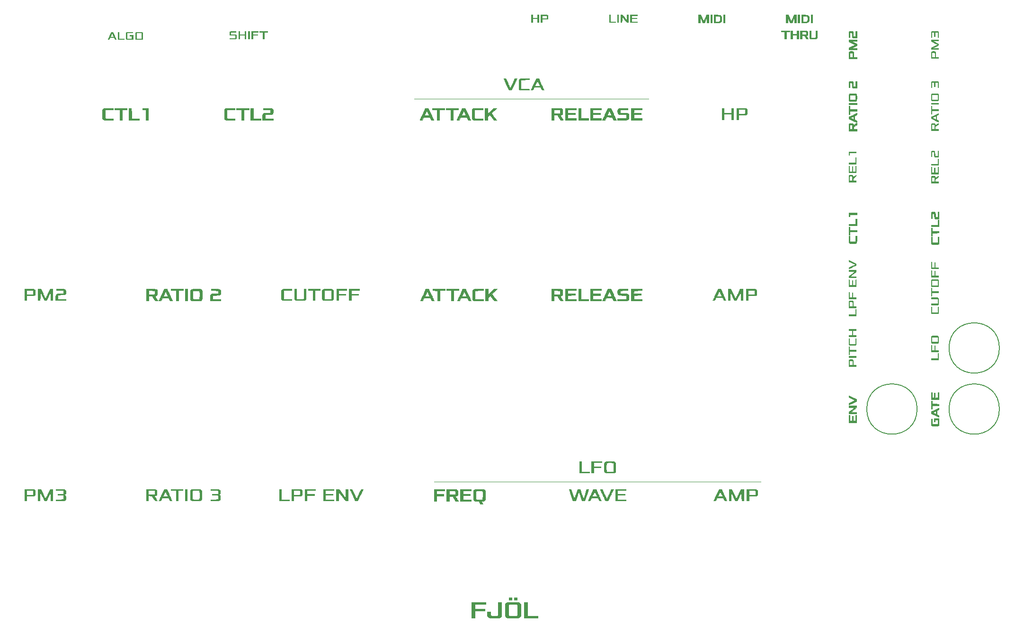
<source format=gbr>
%TF.GenerationSoftware,KiCad,Pcbnew,(6.0.10)*%
%TF.CreationDate,2023-02-08T13:12:10+00:00*%
%TF.ProjectId,frontpanel(1),66726f6e-7470-4616-9e65-6c2831292e6b,rev?*%
%TF.SameCoordinates,Original*%
%TF.FileFunction,Legend,Top*%
%TF.FilePolarity,Positive*%
%FSLAX46Y46*%
G04 Gerber Fmt 4.6, Leading zero omitted, Abs format (unit mm)*
G04 Created by KiCad (PCBNEW (6.0.10)) date 2023-02-08 13:12:10*
%MOMM*%
%LPD*%
G01*
G04 APERTURE LIST*
%ADD10C,0.120000*%
%ADD11C,0.150000*%
%ADD12C,0.010000*%
%ADD13C,0.300000*%
G04 APERTURE END LIST*
D10*
X138430000Y-55880000D02*
X180340000Y-55880000D01*
X142032052Y-124460000D02*
X200452052Y-124460000D01*
D11*
X243096800Y-111471120D02*
G75*
G03*
X243096800Y-111471120I-4500000J0D01*
G01*
X243096800Y-100533956D02*
G75*
G03*
X243096800Y-100533956I-4500000J0D01*
G01*
X228379767Y-111471120D02*
G75*
G03*
X228379767Y-111471120I-4500000J0D01*
G01*
%TO.C,G\u002A\u002A\u002A*%
G36*
X114764896Y-127667924D02*
G01*
X116161896Y-127667924D01*
X116161896Y-127947324D01*
X114320396Y-127947324D01*
X114320396Y-125839124D01*
X114764896Y-125839124D01*
X114764896Y-127667924D01*
G37*
G36*
X117327121Y-125841912D02*
G01*
X117502644Y-125842654D01*
X117654680Y-125843395D01*
X117785142Y-125844333D01*
X117895941Y-125845663D01*
X117988990Y-125847583D01*
X118066201Y-125850288D01*
X118129486Y-125853977D01*
X118180757Y-125858844D01*
X118221927Y-125865087D01*
X118254907Y-125872902D01*
X118281611Y-125882487D01*
X118303950Y-125894037D01*
X118323836Y-125907749D01*
X118343183Y-125923820D01*
X118363901Y-125942447D01*
X118371482Y-125949294D01*
X118402003Y-125977946D01*
X118426110Y-126005056D01*
X118444616Y-126034058D01*
X118458337Y-126068386D01*
X118468088Y-126111476D01*
X118474684Y-126166764D01*
X118478940Y-126237683D01*
X118481671Y-126327668D01*
X118483390Y-126420954D01*
X118484558Y-126552594D01*
X118483076Y-126661713D01*
X118478354Y-126751105D01*
X118469805Y-126823565D01*
X118456838Y-126881887D01*
X118438866Y-126928867D01*
X118415300Y-126967298D01*
X118385552Y-126999977D01*
X118356300Y-127024313D01*
X118326883Y-127045013D01*
X118296336Y-127062595D01*
X118262403Y-127077307D01*
X118222827Y-127089400D01*
X118175353Y-127099123D01*
X118117722Y-127106725D01*
X118047680Y-127112458D01*
X117962969Y-127116570D01*
X117861334Y-127119312D01*
X117740516Y-127120933D01*
X117598261Y-127121683D01*
X117475427Y-127121823D01*
X116923896Y-127121824D01*
X116923896Y-127947324D01*
X116479396Y-127947324D01*
X116479396Y-126842424D01*
X116923896Y-126842424D01*
X117437648Y-126842424D01*
X117582335Y-126842149D01*
X117702829Y-126841303D01*
X117800329Y-126839853D01*
X117876037Y-126837767D01*
X117931153Y-126835012D01*
X117966877Y-126831556D01*
X117983816Y-126827654D01*
X118001937Y-126815987D01*
X118016020Y-126797575D01*
X118026469Y-126769590D01*
X118033687Y-126729201D01*
X118038080Y-126673579D01*
X118040050Y-126599895D01*
X118040002Y-126505320D01*
X118039208Y-126439751D01*
X118037793Y-126349873D01*
X118036321Y-126281942D01*
X118034398Y-126232506D01*
X118031628Y-126198114D01*
X118027614Y-126175316D01*
X118021963Y-126160660D01*
X118014277Y-126150696D01*
X118005164Y-126142781D01*
X117996656Y-126136800D01*
X117985723Y-126131890D01*
X117969954Y-126127946D01*
X117946938Y-126124862D01*
X117914268Y-126122533D01*
X117869532Y-126120855D01*
X117810321Y-126119721D01*
X117734226Y-126119026D01*
X117638836Y-126118667D01*
X117521741Y-126118536D01*
X117449539Y-126118523D01*
X116923896Y-126118524D01*
X116923896Y-126842424D01*
X116479396Y-126842424D01*
X116479396Y-125838268D01*
X117327121Y-125841912D01*
G37*
G36*
X120797396Y-126118524D02*
G01*
X119336896Y-126118524D01*
X119336896Y-126715424D01*
X120644996Y-126715424D01*
X120644996Y-126994824D01*
X119336896Y-126994824D01*
X119336896Y-127947324D01*
X118892396Y-127947324D01*
X118892396Y-125839124D01*
X120797396Y-125839124D01*
X120797396Y-126118524D01*
G37*
G36*
X124109350Y-125975649D02*
G01*
X124105746Y-126112174D01*
X123359621Y-126115450D01*
X122613496Y-126118727D01*
X122613496Y-126690024D01*
X123946996Y-126690024D01*
X123946996Y-126956724D01*
X122613496Y-126956724D01*
X122613496Y-127667720D01*
X124105746Y-127674274D01*
X124109350Y-127810799D01*
X124112955Y-127947324D01*
X122168996Y-127947324D01*
X122168996Y-125839124D01*
X124112955Y-125839124D01*
X124109350Y-125975649D01*
G37*
G36*
X126652096Y-127947324D02*
G01*
X126136944Y-127947324D01*
X125553145Y-127173193D01*
X124969346Y-126399063D01*
X124966073Y-127173193D01*
X124962800Y-127947324D01*
X124518496Y-127947324D01*
X124518496Y-125839124D01*
X124775671Y-125839843D01*
X125032846Y-125840563D01*
X126188546Y-127376831D01*
X126191819Y-126607977D01*
X126195092Y-125839124D01*
X126652096Y-125839124D01*
X126652096Y-127947324D01*
G37*
G36*
X127769178Y-126666021D02*
G01*
X128155060Y-127492919D01*
X128176562Y-127450246D01*
X128185489Y-127431681D01*
X128204200Y-127392094D01*
X128231757Y-127333493D01*
X128267220Y-127257883D01*
X128309650Y-127167269D01*
X128358110Y-127063656D01*
X128411660Y-126949050D01*
X128469361Y-126825456D01*
X128530276Y-126694880D01*
X128563626Y-126623348D01*
X128929189Y-125839124D01*
X129162992Y-125839124D01*
X129236471Y-125839612D01*
X129299944Y-125840970D01*
X129349559Y-125843037D01*
X129381466Y-125845653D01*
X129391819Y-125848649D01*
X129385837Y-125861307D01*
X129369886Y-125895349D01*
X129344730Y-125949137D01*
X129311133Y-126021033D01*
X129269861Y-126109401D01*
X129221677Y-126212602D01*
X129167346Y-126328999D01*
X129107632Y-126456956D01*
X129043300Y-126594835D01*
X128975115Y-126740998D01*
X128903840Y-126893808D01*
X128899670Y-126902749D01*
X128412496Y-127947324D01*
X127899938Y-127947324D01*
X127412542Y-126904426D01*
X127341037Y-126751401D01*
X127272599Y-126604895D01*
X127207993Y-126466548D01*
X127147985Y-126338002D01*
X127093341Y-126220897D01*
X127044824Y-126116875D01*
X127003202Y-126027577D01*
X126969238Y-125954642D01*
X126943699Y-125899714D01*
X126927350Y-125864431D01*
X126920956Y-125850436D01*
X126920912Y-125850326D01*
X126931564Y-125846749D01*
X126963847Y-125843656D01*
X127013996Y-125841232D01*
X127078245Y-125839660D01*
X127149987Y-125839124D01*
X127383296Y-125839124D01*
X127769178Y-126666021D01*
G37*
G36*
X217568628Y-94820266D02*
G01*
X216163162Y-94820266D01*
X216163162Y-94523933D01*
X217382362Y-94523933D01*
X217382362Y-93592600D01*
X217568628Y-93592600D01*
X217568628Y-94820266D01*
G37*
G36*
X216165020Y-92815783D02*
G01*
X216165515Y-92698768D01*
X216166009Y-92597410D01*
X216166635Y-92510435D01*
X216167521Y-92436569D01*
X216168801Y-92374537D01*
X216170605Y-92323063D01*
X216173064Y-92280873D01*
X216176308Y-92246692D01*
X216180470Y-92219246D01*
X216185681Y-92197259D01*
X216192070Y-92179456D01*
X216199770Y-92164563D01*
X216208912Y-92151306D01*
X216219626Y-92138408D01*
X216232044Y-92124596D01*
X216236608Y-92119542D01*
X216255710Y-92099195D01*
X216273783Y-92083124D01*
X216293118Y-92070786D01*
X216316003Y-92061639D01*
X216344730Y-92055138D01*
X216381588Y-92050741D01*
X216428868Y-92047904D01*
X216488858Y-92046083D01*
X216551048Y-92044937D01*
X216638809Y-92044158D01*
X216711554Y-92045146D01*
X216771149Y-92048294D01*
X216819456Y-92053994D01*
X216858337Y-92062638D01*
X216889657Y-92074619D01*
X216915278Y-92090330D01*
X216937064Y-92110162D01*
X216953288Y-92129663D01*
X216967088Y-92149275D01*
X216978809Y-92169640D01*
X216988617Y-92192262D01*
X216996679Y-92218645D01*
X217003161Y-92250295D01*
X217008229Y-92288715D01*
X217012051Y-92335410D01*
X217014793Y-92391884D01*
X217016621Y-92459641D01*
X217017701Y-92540186D01*
X217018201Y-92635023D01*
X217018295Y-92716912D01*
X217018295Y-93084600D01*
X217568628Y-93084600D01*
X217568628Y-93380933D01*
X216162592Y-93380933D01*
X216163865Y-93084600D01*
X216349428Y-93084600D01*
X216832028Y-93084600D01*
X216832028Y-92742098D01*
X216831845Y-92645640D01*
X216831281Y-92565311D01*
X216830314Y-92500311D01*
X216828924Y-92449839D01*
X216827087Y-92413095D01*
X216824783Y-92389279D01*
X216822182Y-92377986D01*
X216814404Y-92365906D01*
X216802129Y-92356517D01*
X216783472Y-92349551D01*
X216756546Y-92344739D01*
X216719465Y-92341810D01*
X216670343Y-92340497D01*
X216607292Y-92340529D01*
X216563580Y-92341058D01*
X216503661Y-92342002D01*
X216458374Y-92342983D01*
X216425416Y-92344265D01*
X216402489Y-92346112D01*
X216387290Y-92348787D01*
X216377519Y-92352555D01*
X216370876Y-92357679D01*
X216365600Y-92363754D01*
X216361612Y-92369426D01*
X216358339Y-92376715D01*
X216355710Y-92387228D01*
X216353654Y-92402571D01*
X216352101Y-92424352D01*
X216350982Y-92454176D01*
X216350226Y-92493649D01*
X216349763Y-92544380D01*
X216349524Y-92607973D01*
X216349436Y-92686036D01*
X216349428Y-92734171D01*
X216349428Y-93084600D01*
X216163865Y-93084600D01*
X216165020Y-92815783D01*
G37*
G36*
X216349428Y-91475933D02*
G01*
X216747362Y-91475933D01*
X216747362Y-90603866D01*
X216933628Y-90603866D01*
X216933628Y-91475933D01*
X217568628Y-91475933D01*
X217568628Y-91772266D01*
X216163162Y-91772266D01*
X216163162Y-90502266D01*
X216349428Y-90502266D01*
X216349428Y-91475933D01*
G37*
G36*
X217568628Y-89587866D02*
G01*
X216163162Y-89587866D01*
X216163162Y-88291894D01*
X216254178Y-88294297D01*
X216345195Y-88296700D01*
X216347379Y-88794116D01*
X216349564Y-89291533D01*
X216730428Y-89291533D01*
X216730428Y-88402533D01*
X216908228Y-88402533D01*
X216908228Y-89291533D01*
X217382226Y-89291533D01*
X217384410Y-88794116D01*
X217386595Y-88296700D01*
X217477612Y-88294297D01*
X217568628Y-88291894D01*
X217568628Y-89587866D01*
G37*
G36*
X217568628Y-86942568D02*
G01*
X217052541Y-87331767D01*
X216536454Y-87720967D01*
X217052541Y-87723148D01*
X217568628Y-87725330D01*
X217568628Y-88021533D01*
X216163162Y-88021533D01*
X216163641Y-87850083D01*
X216164121Y-87678633D01*
X216676210Y-87293400D01*
X217188300Y-86908167D01*
X216675731Y-86905984D01*
X216163162Y-86903802D01*
X216163162Y-86599133D01*
X217568628Y-86599133D01*
X217568628Y-86942568D01*
G37*
G36*
X216177951Y-84776639D02*
G01*
X216200645Y-84787273D01*
X216236504Y-84804044D01*
X216284435Y-84826441D01*
X216343346Y-84853956D01*
X216412147Y-84886079D01*
X216489745Y-84922300D01*
X216575050Y-84962109D01*
X216666969Y-85004997D01*
X216764411Y-85050454D01*
X216866284Y-85097970D01*
X216872245Y-85100750D01*
X217568628Y-85425533D01*
X217568628Y-85767238D01*
X216873363Y-86092169D01*
X216771346Y-86139839D01*
X216673676Y-86185464D01*
X216581445Y-86228535D01*
X216495747Y-86268540D01*
X216417677Y-86304970D01*
X216348329Y-86337314D01*
X216288797Y-86365062D01*
X216240174Y-86387705D01*
X216203555Y-86404731D01*
X216180033Y-86415630D01*
X216170703Y-86419893D01*
X216170630Y-86419922D01*
X216168245Y-86412821D01*
X216166183Y-86391299D01*
X216164567Y-86357866D01*
X216163519Y-86315034D01*
X216163162Y-86267205D01*
X216163162Y-86111666D01*
X216714427Y-85854412D01*
X217265692Y-85597157D01*
X217237243Y-85582822D01*
X217224866Y-85576871D01*
X217198475Y-85564397D01*
X217159408Y-85546026D01*
X217109001Y-85522384D01*
X217048592Y-85494097D01*
X216979516Y-85461790D01*
X216903112Y-85426090D01*
X216820717Y-85387623D01*
X216733666Y-85347013D01*
X216685978Y-85324779D01*
X216163162Y-85081071D01*
X216163162Y-84925202D01*
X216163487Y-84876216D01*
X216164392Y-84833901D01*
X216165770Y-84800824D01*
X216167514Y-84779553D01*
X216169512Y-84772651D01*
X216177951Y-84776639D01*
G37*
G36*
X155875726Y-145694400D02*
G01*
X155384660Y-145694400D01*
X155384660Y-145271067D01*
X155875726Y-145271067D01*
X155875726Y-145694400D01*
G37*
D12*
X155875726Y-145694400D02*
X155384660Y-145694400D01*
X155384660Y-145271067D01*
X155875726Y-145271067D01*
X155875726Y-145694400D01*
G36*
X151252927Y-146439467D02*
G01*
X149305593Y-146439467D01*
X149305593Y-147235026D01*
X150173427Y-147239413D01*
X151041260Y-147243800D01*
X151046066Y-147425833D01*
X151050872Y-147607867D01*
X149305593Y-147607867D01*
X149305593Y-148877866D01*
X148712927Y-148877866D01*
X148712927Y-146083867D01*
X151252927Y-146083867D01*
X151252927Y-146439467D01*
G37*
X151252927Y-146439467D02*
X149305593Y-146439467D01*
X149305593Y-147235026D01*
X150173427Y-147239413D01*
X151041260Y-147243800D01*
X151046066Y-147425833D01*
X151050872Y-147607867D01*
X149305593Y-147607867D01*
X149305593Y-148877866D01*
X148712927Y-148877866D01*
X148712927Y-146083867D01*
X151252927Y-146083867D01*
X151252927Y-146439467D01*
G36*
X156790126Y-145694400D02*
G01*
X156299060Y-145694400D01*
X156299060Y-145271067D01*
X156790126Y-145271067D01*
X156790126Y-145694400D01*
G37*
X156790126Y-145694400D02*
X156299060Y-145694400D01*
X156299060Y-145271067D01*
X156790126Y-145271067D01*
X156790126Y-145694400D01*
G36*
X154692544Y-147091862D02*
G01*
X154692495Y-146928084D01*
X154693337Y-146790195D01*
X154695341Y-146675536D01*
X154698777Y-146581447D01*
X154703917Y-146505269D01*
X154711031Y-146444342D01*
X154720390Y-146396008D01*
X154732265Y-146357607D01*
X154746925Y-146326480D01*
X154764643Y-146299968D01*
X154785688Y-146275411D01*
X154810332Y-146250150D01*
X154823612Y-146236901D01*
X154852237Y-146208269D01*
X154878389Y-146183689D01*
X154904768Y-146162851D01*
X154934077Y-146145448D01*
X154969014Y-146131170D01*
X155012281Y-146119709D01*
X155066579Y-146110754D01*
X155134609Y-146103998D01*
X155219070Y-146099132D01*
X155322664Y-146095846D01*
X155448092Y-146093831D01*
X155598054Y-146092779D01*
X155775250Y-146092381D01*
X155982382Y-146092327D01*
X156087393Y-146092333D01*
X156298156Y-146092398D01*
X156477815Y-146092645D01*
X156629132Y-146093149D01*
X156754869Y-146093988D01*
X156857789Y-146095240D01*
X156940655Y-146096980D01*
X157006228Y-146099285D01*
X157057271Y-146102233D01*
X157096547Y-146105900D01*
X157126817Y-146110364D01*
X157150844Y-146115700D01*
X157171391Y-146121986D01*
X157172977Y-146122536D01*
X157270394Y-146170761D01*
X157358450Y-146240625D01*
X157426231Y-146323024D01*
X157438411Y-146343919D01*
X157446139Y-146358840D01*
X157452739Y-146374244D01*
X157458312Y-146392809D01*
X157462961Y-146417212D01*
X157466790Y-146450128D01*
X157469900Y-146494236D01*
X157472395Y-146552212D01*
X157474377Y-146626732D01*
X157475948Y-146720473D01*
X157477212Y-146836113D01*
X157478271Y-146976327D01*
X157479228Y-147143792D01*
X157480186Y-147341186D01*
X157480666Y-147445339D01*
X157481582Y-147660523D01*
X157482162Y-147844531D01*
X157482350Y-148000056D01*
X157482088Y-148129787D01*
X157481322Y-148236415D01*
X157479994Y-148322630D01*
X157478047Y-148391124D01*
X157475426Y-148444586D01*
X157472074Y-148485707D01*
X157467935Y-148517178D01*
X157462951Y-148541690D01*
X157457240Y-148561410D01*
X157409354Y-148655034D01*
X157334152Y-148738290D01*
X157237929Y-148804955D01*
X157186482Y-148829089D01*
X157086460Y-148869400D01*
X156129726Y-148873054D01*
X155923233Y-148873770D01*
X155747684Y-148874165D01*
X155600158Y-148874167D01*
X155477732Y-148873704D01*
X155377484Y-148872703D01*
X155296494Y-148871091D01*
X155231839Y-148868796D01*
X155180598Y-148865745D01*
X155139849Y-148861865D01*
X155106670Y-148857084D01*
X155078140Y-148851329D01*
X155058409Y-148846429D01*
X154943931Y-148806669D01*
X154855994Y-148752975D01*
X154788620Y-148680875D01*
X154749660Y-148615400D01*
X154698860Y-148513800D01*
X154694233Y-147507721D01*
X154694144Y-147488152D01*
X155283060Y-147488152D01*
X155283092Y-147688991D01*
X155283253Y-147858731D01*
X155283641Y-148000139D01*
X155284353Y-148115983D01*
X155285486Y-148209031D01*
X155287139Y-148282050D01*
X155289409Y-148337807D01*
X155292393Y-148379070D01*
X155296189Y-148408607D01*
X155300894Y-148429186D01*
X155306606Y-148443572D01*
X155313423Y-148454535D01*
X155317299Y-148459627D01*
X155355875Y-148492946D01*
X155397732Y-148510174D01*
X155432909Y-148512878D01*
X155496408Y-148515087D01*
X155583573Y-148516811D01*
X155689745Y-148518064D01*
X155810265Y-148518859D01*
X155940477Y-148519209D01*
X156075720Y-148519125D01*
X156211339Y-148518621D01*
X156342673Y-148517708D01*
X156465066Y-148516401D01*
X156573858Y-148514711D01*
X156664392Y-148512651D01*
X156732010Y-148510234D01*
X156772054Y-148507473D01*
X156778699Y-148506425D01*
X156802072Y-148501353D01*
X156821949Y-148496111D01*
X156838615Y-148488104D01*
X156852353Y-148474737D01*
X156863448Y-148453416D01*
X156872183Y-148421547D01*
X156878843Y-148376534D01*
X156883710Y-148315783D01*
X156887070Y-148236699D01*
X156889206Y-148136687D01*
X156890402Y-148013153D01*
X156890942Y-147863502D01*
X156891110Y-147685140D01*
X156891188Y-147478509D01*
X156891262Y-147274818D01*
X156891178Y-147102274D01*
X156890847Y-146958159D01*
X156890182Y-146839754D01*
X156889096Y-146744340D01*
X156887502Y-146669197D01*
X156885312Y-146611607D01*
X156882440Y-146568850D01*
X156878797Y-146538208D01*
X156874296Y-146516963D01*
X156868850Y-146502394D01*
X156862372Y-146491782D01*
X156859368Y-146487909D01*
X156827010Y-146447933D01*
X156119131Y-146443152D01*
X155934918Y-146442040D01*
X155781594Y-146441597D01*
X155656186Y-146442100D01*
X155555720Y-146443826D01*
X155477220Y-146447051D01*
X155417712Y-146452051D01*
X155374223Y-146459103D01*
X155343777Y-146468483D01*
X155323400Y-146480468D01*
X155310117Y-146495335D01*
X155300955Y-146513358D01*
X155298569Y-146519413D01*
X155295563Y-146543974D01*
X155292766Y-146599346D01*
X155290227Y-146682470D01*
X155287996Y-146790293D01*
X155286119Y-146919756D01*
X155284648Y-147067803D01*
X155283630Y-147231379D01*
X155283115Y-147407428D01*
X155283060Y-147488152D01*
X154694144Y-147488152D01*
X154693214Y-147284188D01*
X154692544Y-147091862D01*
G37*
X154692544Y-147091862D02*
X154692495Y-146928084D01*
X154693337Y-146790195D01*
X154695341Y-146675536D01*
X154698777Y-146581447D01*
X154703917Y-146505269D01*
X154711031Y-146444342D01*
X154720390Y-146396008D01*
X154732265Y-146357607D01*
X154746925Y-146326480D01*
X154764643Y-146299968D01*
X154785688Y-146275411D01*
X154810332Y-146250150D01*
X154823612Y-146236901D01*
X154852237Y-146208269D01*
X154878389Y-146183689D01*
X154904768Y-146162851D01*
X154934077Y-146145448D01*
X154969014Y-146131170D01*
X155012281Y-146119709D01*
X155066579Y-146110754D01*
X155134609Y-146103998D01*
X155219070Y-146099132D01*
X155322664Y-146095846D01*
X155448092Y-146093831D01*
X155598054Y-146092779D01*
X155775250Y-146092381D01*
X155982382Y-146092327D01*
X156087393Y-146092333D01*
X156298156Y-146092398D01*
X156477815Y-146092645D01*
X156629132Y-146093149D01*
X156754869Y-146093988D01*
X156857789Y-146095240D01*
X156940655Y-146096980D01*
X157006228Y-146099285D01*
X157057271Y-146102233D01*
X157096547Y-146105900D01*
X157126817Y-146110364D01*
X157150844Y-146115700D01*
X157171391Y-146121986D01*
X157172977Y-146122536D01*
X157270394Y-146170761D01*
X157358450Y-146240625D01*
X157426231Y-146323024D01*
X157438411Y-146343919D01*
X157446139Y-146358840D01*
X157452739Y-146374244D01*
X157458312Y-146392809D01*
X157462961Y-146417212D01*
X157466790Y-146450128D01*
X157469900Y-146494236D01*
X157472395Y-146552212D01*
X157474377Y-146626732D01*
X157475948Y-146720473D01*
X157477212Y-146836113D01*
X157478271Y-146976327D01*
X157479228Y-147143792D01*
X157480186Y-147341186D01*
X157480666Y-147445339D01*
X157481582Y-147660523D01*
X157482162Y-147844531D01*
X157482350Y-148000056D01*
X157482088Y-148129787D01*
X157481322Y-148236415D01*
X157479994Y-148322630D01*
X157478047Y-148391124D01*
X157475426Y-148444586D01*
X157472074Y-148485707D01*
X157467935Y-148517178D01*
X157462951Y-148541690D01*
X157457240Y-148561410D01*
X157409354Y-148655034D01*
X157334152Y-148738290D01*
X157237929Y-148804955D01*
X157186482Y-148829089D01*
X157086460Y-148869400D01*
X156129726Y-148873054D01*
X155923233Y-148873770D01*
X155747684Y-148874165D01*
X155600158Y-148874167D01*
X155477732Y-148873704D01*
X155377484Y-148872703D01*
X155296494Y-148871091D01*
X155231839Y-148868796D01*
X155180598Y-148865745D01*
X155139849Y-148861865D01*
X155106670Y-148857084D01*
X155078140Y-148851329D01*
X155058409Y-148846429D01*
X154943931Y-148806669D01*
X154855994Y-148752975D01*
X154788620Y-148680875D01*
X154749660Y-148615400D01*
X154698860Y-148513800D01*
X154694233Y-147507721D01*
X154694144Y-147488152D01*
X155283060Y-147488152D01*
X155283092Y-147688991D01*
X155283253Y-147858731D01*
X155283641Y-148000139D01*
X155284353Y-148115983D01*
X155285486Y-148209031D01*
X155287139Y-148282050D01*
X155289409Y-148337807D01*
X155292393Y-148379070D01*
X155296189Y-148408607D01*
X155300894Y-148429186D01*
X155306606Y-148443572D01*
X155313423Y-148454535D01*
X155317299Y-148459627D01*
X155355875Y-148492946D01*
X155397732Y-148510174D01*
X155432909Y-148512878D01*
X155496408Y-148515087D01*
X155583573Y-148516811D01*
X155689745Y-148518064D01*
X155810265Y-148518859D01*
X155940477Y-148519209D01*
X156075720Y-148519125D01*
X156211339Y-148518621D01*
X156342673Y-148517708D01*
X156465066Y-148516401D01*
X156573858Y-148514711D01*
X156664392Y-148512651D01*
X156732010Y-148510234D01*
X156772054Y-148507473D01*
X156778699Y-148506425D01*
X156802072Y-148501353D01*
X156821949Y-148496111D01*
X156838615Y-148488104D01*
X156852353Y-148474737D01*
X156863448Y-148453416D01*
X156872183Y-148421547D01*
X156878843Y-148376534D01*
X156883710Y-148315783D01*
X156887070Y-148236699D01*
X156889206Y-148136687D01*
X156890402Y-148013153D01*
X156890942Y-147863502D01*
X156891110Y-147685140D01*
X156891188Y-147478509D01*
X156891262Y-147274818D01*
X156891178Y-147102274D01*
X156890847Y-146958159D01*
X156890182Y-146839754D01*
X156889096Y-146744340D01*
X156887502Y-146669197D01*
X156885312Y-146611607D01*
X156882440Y-146568850D01*
X156878797Y-146538208D01*
X156874296Y-146516963D01*
X156868850Y-146502394D01*
X156862372Y-146491782D01*
X156859368Y-146487909D01*
X156827010Y-146447933D01*
X156119131Y-146443152D01*
X155934918Y-146442040D01*
X155781594Y-146441597D01*
X155656186Y-146442100D01*
X155555720Y-146443826D01*
X155477220Y-146447051D01*
X155417712Y-146452051D01*
X155374223Y-146459103D01*
X155343777Y-146468483D01*
X155323400Y-146480468D01*
X155310117Y-146495335D01*
X155300955Y-146513358D01*
X155298569Y-146519413D01*
X155295563Y-146543974D01*
X155292766Y-146599346D01*
X155290227Y-146682470D01*
X155287996Y-146790293D01*
X155286119Y-146919756D01*
X155284648Y-147067803D01*
X155283630Y-147231379D01*
X155283115Y-147407428D01*
X155283060Y-147488152D01*
X154694144Y-147488152D01*
X154693214Y-147284188D01*
X154692544Y-147091862D01*
G36*
X154055393Y-148496867D02*
G01*
X154015269Y-148585625D01*
X153951031Y-148688232D01*
X153860318Y-148770049D01*
X153748575Y-148829138D01*
X153724954Y-148838426D01*
X153702275Y-148846166D01*
X153677328Y-148852512D01*
X153646903Y-148857618D01*
X153607789Y-148861639D01*
X153556777Y-148864730D01*
X153490654Y-148867045D01*
X153406212Y-148868739D01*
X153300240Y-148869967D01*
X153169526Y-148870883D01*
X153010862Y-148871643D01*
X152853126Y-148872275D01*
X152656467Y-148872841D01*
X152490714Y-148872830D01*
X152352910Y-148872174D01*
X152240100Y-148870805D01*
X152149325Y-148868654D01*
X152077630Y-148865652D01*
X152022058Y-148861733D01*
X151979652Y-148856828D01*
X151949964Y-148851438D01*
X151822360Y-148811613D01*
X151709978Y-148754133D01*
X151619811Y-148683027D01*
X151582280Y-148639647D01*
X151547016Y-148587712D01*
X151520148Y-148536647D01*
X151500577Y-148480784D01*
X151487203Y-148414455D01*
X151478927Y-148331995D01*
X151474648Y-148227735D01*
X151473267Y-148096008D01*
X151473243Y-148077767D01*
X151473060Y-147760267D01*
X152065726Y-147760267D01*
X152065726Y-148045629D01*
X152065992Y-148151151D01*
X152067223Y-148228612D01*
X152070066Y-148283816D01*
X152075170Y-148322568D01*
X152083186Y-148350671D01*
X152094760Y-148373931D01*
X152104050Y-148388529D01*
X152128596Y-148422701D01*
X152154451Y-148450058D01*
X152185576Y-148471416D01*
X152225930Y-148487588D01*
X152279474Y-148499389D01*
X152350167Y-148507635D01*
X152441970Y-148513140D01*
X152558841Y-148516719D01*
X152704743Y-148519187D01*
X152741382Y-148519665D01*
X152908648Y-148521327D01*
X153045416Y-148521508D01*
X153155032Y-148519965D01*
X153240843Y-148516452D01*
X153306193Y-148510727D01*
X153354431Y-148502546D01*
X153388901Y-148491665D01*
X153412950Y-148477839D01*
X153421786Y-148470074D01*
X153428083Y-148462778D01*
X153433510Y-148452791D01*
X153438130Y-148437706D01*
X153442010Y-148415112D01*
X153445212Y-148382600D01*
X153447803Y-148337762D01*
X153449846Y-148278188D01*
X153451407Y-148201469D01*
X153452550Y-148105196D01*
X153453339Y-147986959D01*
X153453840Y-147844350D01*
X153454118Y-147674960D01*
X153454236Y-147476378D01*
X153454260Y-147260733D01*
X153454260Y-146083867D01*
X154065717Y-146083867D01*
X154055393Y-148496867D01*
G37*
X154055393Y-148496867D02*
X154015269Y-148585625D01*
X153951031Y-148688232D01*
X153860318Y-148770049D01*
X153748575Y-148829138D01*
X153724954Y-148838426D01*
X153702275Y-148846166D01*
X153677328Y-148852512D01*
X153646903Y-148857618D01*
X153607789Y-148861639D01*
X153556777Y-148864730D01*
X153490654Y-148867045D01*
X153406212Y-148868739D01*
X153300240Y-148869967D01*
X153169526Y-148870883D01*
X153010862Y-148871643D01*
X152853126Y-148872275D01*
X152656467Y-148872841D01*
X152490714Y-148872830D01*
X152352910Y-148872174D01*
X152240100Y-148870805D01*
X152149325Y-148868654D01*
X152077630Y-148865652D01*
X152022058Y-148861733D01*
X151979652Y-148856828D01*
X151949964Y-148851438D01*
X151822360Y-148811613D01*
X151709978Y-148754133D01*
X151619811Y-148683027D01*
X151582280Y-148639647D01*
X151547016Y-148587712D01*
X151520148Y-148536647D01*
X151500577Y-148480784D01*
X151487203Y-148414455D01*
X151478927Y-148331995D01*
X151474648Y-148227735D01*
X151473267Y-148096008D01*
X151473243Y-148077767D01*
X151473060Y-147760267D01*
X152065726Y-147760267D01*
X152065726Y-148045629D01*
X152065992Y-148151151D01*
X152067223Y-148228612D01*
X152070066Y-148283816D01*
X152075170Y-148322568D01*
X152083186Y-148350671D01*
X152094760Y-148373931D01*
X152104050Y-148388529D01*
X152128596Y-148422701D01*
X152154451Y-148450058D01*
X152185576Y-148471416D01*
X152225930Y-148487588D01*
X152279474Y-148499389D01*
X152350167Y-148507635D01*
X152441970Y-148513140D01*
X152558841Y-148516719D01*
X152704743Y-148519187D01*
X152741382Y-148519665D01*
X152908648Y-148521327D01*
X153045416Y-148521508D01*
X153155032Y-148519965D01*
X153240843Y-148516452D01*
X153306193Y-148510727D01*
X153354431Y-148502546D01*
X153388901Y-148491665D01*
X153412950Y-148477839D01*
X153421786Y-148470074D01*
X153428083Y-148462778D01*
X153433510Y-148452791D01*
X153438130Y-148437706D01*
X153442010Y-148415112D01*
X153445212Y-148382600D01*
X153447803Y-148337762D01*
X153449846Y-148278188D01*
X153451407Y-148201469D01*
X153452550Y-148105196D01*
X153453339Y-147986959D01*
X153453840Y-147844350D01*
X153454118Y-147674960D01*
X153454236Y-147476378D01*
X153454260Y-147260733D01*
X153454260Y-146083867D01*
X154065717Y-146083867D01*
X154055393Y-148496867D01*
G36*
X158720527Y-148522267D02*
G01*
X160583193Y-148522267D01*
X160583193Y-148877866D01*
X158127860Y-148877866D01*
X158127860Y-146083867D01*
X158720527Y-146083867D01*
X158720527Y-148522267D01*
G37*
X158720527Y-148522267D02*
X160583193Y-148522267D01*
X160583193Y-148877866D01*
X158127860Y-148877866D01*
X158127860Y-146083867D01*
X158720527Y-146083867D01*
X158720527Y-148522267D01*
G36*
X230971855Y-93174368D02*
G01*
X231063220Y-93176775D01*
X231067453Y-93658010D01*
X231071687Y-94139245D01*
X231091674Y-94155427D01*
X231096578Y-94158904D01*
X231102910Y-94161844D01*
X231112035Y-94164293D01*
X231125316Y-94166294D01*
X231144117Y-94167894D01*
X231169804Y-94169137D01*
X231203740Y-94170068D01*
X231247289Y-94170731D01*
X231301816Y-94171171D01*
X231368684Y-94171434D01*
X231449259Y-94171564D01*
X231544903Y-94171606D01*
X231583920Y-94171608D01*
X231685417Y-94171587D01*
X231771346Y-94171495D01*
X231843069Y-94171286D01*
X231901952Y-94170915D01*
X231949358Y-94170339D01*
X231986652Y-94169511D01*
X232015197Y-94168388D01*
X232036359Y-94166924D01*
X232051501Y-94165074D01*
X232061988Y-94162794D01*
X232069183Y-94160039D01*
X232074451Y-94156763D01*
X232076165Y-94155427D01*
X232096153Y-94139245D01*
X232100387Y-93658010D01*
X232104620Y-93176775D01*
X232195637Y-93174372D01*
X232286653Y-93171969D01*
X232285726Y-93699305D01*
X232285449Y-93793331D01*
X232284971Y-93883134D01*
X232284314Y-93967146D01*
X232283500Y-94043798D01*
X232282552Y-94111519D01*
X232281491Y-94168742D01*
X232280340Y-94213896D01*
X232279121Y-94245413D01*
X232277857Y-94261722D01*
X232277729Y-94262458D01*
X232257721Y-94328551D01*
X232226319Y-94382704D01*
X232183891Y-94424378D01*
X232154183Y-94442718D01*
X232113087Y-94463708D01*
X231054753Y-94463708D01*
X231013482Y-94442631D01*
X230967431Y-94411126D01*
X230930957Y-94367778D01*
X230904298Y-94315541D01*
X230900518Y-94305962D01*
X230897273Y-94296391D01*
X230894516Y-94285511D01*
X230892200Y-94272002D01*
X230890277Y-94254546D01*
X230888701Y-94231823D01*
X230887423Y-94202516D01*
X230886397Y-94165306D01*
X230885575Y-94118873D01*
X230884910Y-94061899D01*
X230884354Y-93993066D01*
X230883861Y-93911053D01*
X230883383Y-93814544D01*
X230882955Y-93720468D01*
X230880490Y-93171962D01*
X230971855Y-93174368D01*
G37*
G36*
X231711112Y-91504643D02*
G01*
X231801766Y-91504846D01*
X231879110Y-91505315D01*
X231944355Y-91506155D01*
X231998706Y-91507473D01*
X232043373Y-91509376D01*
X232079563Y-91511970D01*
X232108485Y-91515360D01*
X232131347Y-91519654D01*
X232149356Y-91524957D01*
X232163722Y-91531376D01*
X232175651Y-91539018D01*
X232186353Y-91547988D01*
X232197035Y-91558392D01*
X232206660Y-91568103D01*
X232233436Y-91601136D01*
X232256478Y-91640553D01*
X232262265Y-91653564D01*
X232282420Y-91703575D01*
X232283804Y-92181941D01*
X232283929Y-92271605D01*
X232283790Y-92357127D01*
X232283406Y-92436836D01*
X232282798Y-92509063D01*
X232281986Y-92572136D01*
X232280989Y-92624385D01*
X232279829Y-92664140D01*
X232278525Y-92689730D01*
X232277600Y-92698025D01*
X232265439Y-92739762D01*
X232246845Y-92782008D01*
X232224759Y-92819045D01*
X232202123Y-92845158D01*
X232201686Y-92845528D01*
X232179417Y-92860409D01*
X232149251Y-92875904D01*
X232129834Y-92884017D01*
X232120415Y-92887396D01*
X232110679Y-92890311D01*
X232099371Y-92892799D01*
X232085238Y-92894891D01*
X232067027Y-92896623D01*
X232043483Y-92898029D01*
X232013352Y-92899142D01*
X231975382Y-92899997D01*
X231928317Y-92900628D01*
X231870905Y-92901068D01*
X231801892Y-92901352D01*
X231720023Y-92901514D01*
X231624044Y-92901588D01*
X231512704Y-92901608D01*
X230881187Y-92901608D01*
X230881187Y-92605611D01*
X231474604Y-92603326D01*
X232068021Y-92601042D01*
X232084204Y-92581054D01*
X232088132Y-92575478D01*
X232091369Y-92568313D01*
X232093980Y-92557983D01*
X232096034Y-92542910D01*
X232097596Y-92521518D01*
X232098734Y-92492230D01*
X232099513Y-92453470D01*
X232100002Y-92403661D01*
X232100265Y-92341226D01*
X232100371Y-92264590D01*
X232100387Y-92198551D01*
X232100387Y-91836037D01*
X232078078Y-91818489D01*
X232073468Y-91815086D01*
X232068107Y-91812154D01*
X232060776Y-91809658D01*
X232050257Y-91807563D01*
X232035329Y-91805834D01*
X232014774Y-91804435D01*
X231987373Y-91803333D01*
X231951907Y-91802490D01*
X231907158Y-91801873D01*
X231851906Y-91801447D01*
X231784932Y-91801175D01*
X231705017Y-91801024D01*
X231610943Y-91800958D01*
X231501490Y-91800942D01*
X231468478Y-91800941D01*
X230881187Y-91800941D01*
X230881187Y-91504608D01*
X231485045Y-91504608D01*
X231605941Y-91504599D01*
X231711112Y-91504643D01*
G37*
G36*
X231067453Y-90403942D02*
G01*
X232286653Y-90403942D01*
X232286653Y-90700275D01*
X231067673Y-90700275D01*
X231065446Y-90994492D01*
X231063220Y-91288708D01*
X230972203Y-91291111D01*
X230881187Y-91293514D01*
X230881187Y-89811275D01*
X231067453Y-89811275D01*
X231067453Y-90403942D01*
G37*
G36*
X231388443Y-89616445D02*
G01*
X231312647Y-89616259D01*
X231249634Y-89615923D01*
X231198022Y-89615394D01*
X231156428Y-89614627D01*
X231123467Y-89613580D01*
X231097757Y-89612209D01*
X231077916Y-89610469D01*
X231062559Y-89608318D01*
X231050303Y-89605712D01*
X231039765Y-89602607D01*
X231029875Y-89599076D01*
X230980824Y-89571895D01*
X230940358Y-89530222D01*
X230908380Y-89473953D01*
X230904538Y-89464813D01*
X230900418Y-89454335D01*
X230896929Y-89443948D01*
X230894010Y-89432205D01*
X230891600Y-89417656D01*
X230889639Y-89398852D01*
X230888065Y-89374344D01*
X230886819Y-89342682D01*
X230885839Y-89302418D01*
X230885066Y-89252102D01*
X230884437Y-89190285D01*
X230883894Y-89115519D01*
X230883374Y-89026353D01*
X230882965Y-88949302D01*
X230882867Y-88922883D01*
X231067453Y-88922883D01*
X231067466Y-89010676D01*
X231067557Y-89083099D01*
X231067802Y-89141719D01*
X231068276Y-89188100D01*
X231069057Y-89223806D01*
X231070220Y-89250403D01*
X231071843Y-89269454D01*
X231074000Y-89282526D01*
X231076769Y-89291181D01*
X231080225Y-89296985D01*
X231084446Y-89301504D01*
X231085983Y-89302945D01*
X231090307Y-89306623D01*
X231095643Y-89309738D01*
X231103341Y-89312337D01*
X231114753Y-89314466D01*
X231131227Y-89316171D01*
X231154115Y-89317501D01*
X231184766Y-89318501D01*
X231224532Y-89319219D01*
X231274760Y-89319701D01*
X231336804Y-89319994D01*
X231412011Y-89320145D01*
X231501733Y-89320201D01*
X231583920Y-89320208D01*
X231686086Y-89320195D01*
X231772669Y-89320123D01*
X231845019Y-89319946D01*
X231904486Y-89319617D01*
X231952421Y-89319090D01*
X231990174Y-89318317D01*
X232019094Y-89317252D01*
X232040533Y-89315848D01*
X232055840Y-89314058D01*
X232066366Y-89311835D01*
X232073460Y-89309133D01*
X232078474Y-89305904D01*
X232081857Y-89302945D01*
X232086340Y-89298508D01*
X232090035Y-89293289D01*
X232093017Y-89285724D01*
X232095363Y-89274248D01*
X232097150Y-89257297D01*
X232098453Y-89233305D01*
X232099349Y-89200708D01*
X232099914Y-89157941D01*
X232100224Y-89103439D01*
X232100356Y-89035639D01*
X232100386Y-88952974D01*
X232100387Y-88922883D01*
X232100354Y-88834810D01*
X232100213Y-88762094D01*
X232099896Y-88703159D01*
X232099338Y-88656430D01*
X232098470Y-88620330D01*
X232097227Y-88593284D01*
X232095542Y-88573716D01*
X232093348Y-88560049D01*
X232090579Y-88550708D01*
X232087167Y-88544117D01*
X232084201Y-88540096D01*
X232068016Y-88520108D01*
X231099824Y-88520108D01*
X231083638Y-88540096D01*
X231079711Y-88545669D01*
X231076475Y-88552829D01*
X231073863Y-88563153D01*
X231071809Y-88578216D01*
X231070246Y-88599594D01*
X231069108Y-88628864D01*
X231068328Y-88667601D01*
X231067839Y-88717381D01*
X231067575Y-88779780D01*
X231067469Y-88856374D01*
X231067453Y-88922883D01*
X230882867Y-88922883D01*
X230882533Y-88833002D01*
X230882525Y-88730261D01*
X230882931Y-88641610D01*
X230883747Y-88567577D01*
X230884965Y-88508693D01*
X230886580Y-88465488D01*
X230888583Y-88438490D01*
X230889399Y-88432836D01*
X230908651Y-88365877D01*
X230939298Y-88310987D01*
X230980986Y-88268594D01*
X231033365Y-88239126D01*
X231054106Y-88231961D01*
X231072649Y-88229043D01*
X231106183Y-88226472D01*
X231152790Y-88224247D01*
X231210550Y-88222369D01*
X231277543Y-88220839D01*
X231351849Y-88219657D01*
X231431548Y-88218823D01*
X231514721Y-88218339D01*
X231599449Y-88218205D01*
X231683811Y-88218422D01*
X231765888Y-88218989D01*
X231843760Y-88219907D01*
X231915508Y-88221178D01*
X231979211Y-88222801D01*
X232032950Y-88224778D01*
X232074806Y-88227108D01*
X232102858Y-88229792D01*
X232112564Y-88231661D01*
X232168260Y-88255504D01*
X232212335Y-88290521D01*
X232245699Y-88337750D01*
X232269262Y-88398230D01*
X232273755Y-88415658D01*
X232276625Y-88430391D01*
X232279032Y-88449129D01*
X232281010Y-88473299D01*
X232282590Y-88504325D01*
X232283808Y-88543631D01*
X232284696Y-88592642D01*
X232285287Y-88652784D01*
X232285615Y-88725481D01*
X232285713Y-88812158D01*
X232285614Y-88914239D01*
X232285600Y-88922275D01*
X232285317Y-89009482D01*
X232284798Y-89092504D01*
X232284073Y-89169625D01*
X232283169Y-89239126D01*
X232282113Y-89299290D01*
X232280933Y-89348400D01*
X232279657Y-89384739D01*
X232278312Y-89406590D01*
X232277729Y-89411058D01*
X232258329Y-89475442D01*
X232228204Y-89529082D01*
X232188453Y-89570503D01*
X232140174Y-89598229D01*
X232137658Y-89599191D01*
X232127507Y-89602798D01*
X232116929Y-89605868D01*
X232104541Y-89608444D01*
X232088961Y-89610568D01*
X232068807Y-89612285D01*
X232042695Y-89613637D01*
X232009244Y-89614669D01*
X231967071Y-89615422D01*
X231914794Y-89615942D01*
X231851029Y-89616270D01*
X231774395Y-89616450D01*
X231683508Y-89616527D01*
X231583920Y-89616541D01*
X231478406Y-89616525D01*
X231388443Y-89616445D01*
G37*
G36*
X230972203Y-86629638D02*
G01*
X231063220Y-86632042D01*
X231065406Y-87116758D01*
X231067592Y-87601475D01*
X231465387Y-87601475D01*
X231465387Y-86737875D01*
X231651653Y-86737875D01*
X231651653Y-87601475D01*
X232286653Y-87601475D01*
X232286653Y-87906275D01*
X230881187Y-87906275D01*
X230881187Y-86627235D01*
X230972203Y-86629638D01*
G37*
G36*
X231067453Y-86102875D02*
G01*
X231465387Y-86102875D01*
X231465387Y-85230235D01*
X231556403Y-85232638D01*
X231647420Y-85235041D01*
X231649613Y-85668958D01*
X231651807Y-86102875D01*
X232286653Y-86102875D01*
X232286653Y-86399208D01*
X230881187Y-86399208D01*
X230881187Y-85129208D01*
X231067453Y-85129208D01*
X231067453Y-86102875D01*
G37*
G36*
X216165717Y-103351239D02*
G01*
X216166234Y-103234195D01*
X216166746Y-103132811D01*
X216167381Y-103045817D01*
X216168268Y-102971941D01*
X216169537Y-102909910D01*
X216171315Y-102858453D01*
X216173731Y-102816298D01*
X216176914Y-102782174D01*
X216180993Y-102754809D01*
X216186096Y-102732930D01*
X216192353Y-102715267D01*
X216199891Y-102700548D01*
X216208839Y-102687500D01*
X216219327Y-102674852D01*
X216231482Y-102661333D01*
X216236038Y-102656289D01*
X216254629Y-102636370D01*
X216272153Y-102620418D01*
X216290714Y-102607995D01*
X216312412Y-102598660D01*
X216339350Y-102591975D01*
X216373631Y-102587499D01*
X216417355Y-102584793D01*
X216472625Y-102583418D01*
X216541543Y-102582935D01*
X216587085Y-102582889D01*
X216670490Y-102583247D01*
X216737750Y-102584340D01*
X216789638Y-102586198D01*
X216826926Y-102588852D01*
X216850389Y-102592332D01*
X216854234Y-102593350D01*
X216896517Y-102613843D01*
X216936212Y-102646844D01*
X216968630Y-102688062D01*
X216979535Y-102708022D01*
X216988340Y-102728600D01*
X216995761Y-102751060D01*
X217001909Y-102776968D01*
X217006898Y-102807888D01*
X217010841Y-102845383D01*
X217013851Y-102891019D01*
X217016041Y-102946358D01*
X217017525Y-103012965D01*
X217018414Y-103092404D01*
X217018823Y-103186240D01*
X217018885Y-103252369D01*
X217018885Y-103620056D01*
X217569218Y-103620056D01*
X217569218Y-103916389D01*
X216163182Y-103916389D01*
X216164511Y-103620056D01*
X216350018Y-103620056D01*
X216832618Y-103620056D01*
X216832618Y-103277555D01*
X216832436Y-103181198D01*
X216831875Y-103100960D01*
X216830912Y-103036026D01*
X216829527Y-102985586D01*
X216827696Y-102948828D01*
X216825398Y-102924938D01*
X216822757Y-102913410D01*
X216815234Y-102901308D01*
X216803725Y-102891916D01*
X216786302Y-102884954D01*
X216761036Y-102880144D01*
X216725999Y-102877205D01*
X216679263Y-102875860D01*
X216618898Y-102875829D01*
X216567273Y-102876443D01*
X216506785Y-102877401D01*
X216460950Y-102878387D01*
X216427491Y-102879657D01*
X216404131Y-102881471D01*
X216388590Y-102884085D01*
X216378591Y-102887758D01*
X216371857Y-102892747D01*
X216366190Y-102899211D01*
X216362202Y-102904882D01*
X216358929Y-102912171D01*
X216356300Y-102922684D01*
X216354244Y-102938028D01*
X216352691Y-102959808D01*
X216351572Y-102989632D01*
X216350816Y-103029106D01*
X216350353Y-103079836D01*
X216350114Y-103143429D01*
X216350026Y-103221492D01*
X216350018Y-103269627D01*
X216350018Y-103620056D01*
X216164511Y-103620056D01*
X216165717Y-103351239D01*
G37*
G36*
X217569218Y-102307723D02*
G01*
X216163752Y-102307723D01*
X216163752Y-102002923D01*
X217569218Y-102002923D01*
X217569218Y-102307723D01*
G37*
G36*
X216254768Y-100311420D02*
G01*
X216345785Y-100313823D01*
X216348011Y-100608040D01*
X216350238Y-100902256D01*
X217569218Y-100902256D01*
X217569218Y-101207056D01*
X216350238Y-101207056D01*
X216348011Y-101501273D01*
X216345785Y-101795489D01*
X216254768Y-101797893D01*
X216163752Y-101800296D01*
X216163752Y-100309017D01*
X216254768Y-100311420D01*
G37*
G36*
X216350018Y-99304406D02*
G01*
X216350063Y-99407645D01*
X216350220Y-99495269D01*
X216350525Y-99568595D01*
X216351012Y-99628940D01*
X216351717Y-99677624D01*
X216352675Y-99715963D01*
X216353921Y-99745274D01*
X216355489Y-99766877D01*
X216357416Y-99782088D01*
X216359736Y-99792224D01*
X216362484Y-99798605D01*
X216363198Y-99799706D01*
X216376378Y-99818523D01*
X217356591Y-99818523D01*
X217369771Y-99799706D01*
X217372625Y-99794019D01*
X217375043Y-99784888D01*
X217377059Y-99770993D01*
X217378709Y-99751017D01*
X217380028Y-99723644D01*
X217381051Y-99687553D01*
X217381812Y-99641430D01*
X217382348Y-99583954D01*
X217382693Y-99513810D01*
X217382881Y-99429678D01*
X217382949Y-99330242D01*
X217382952Y-99304406D01*
X217382952Y-98827923D01*
X217569218Y-98827923D01*
X217568498Y-99354973D01*
X217568234Y-99473784D01*
X217567775Y-99576566D01*
X217567106Y-99664221D01*
X217566207Y-99737651D01*
X217565062Y-99797759D01*
X217563653Y-99845448D01*
X217561962Y-99881621D01*
X217559971Y-99907180D01*
X217557663Y-99923027D01*
X217557355Y-99924356D01*
X217547759Y-99956964D01*
X217535975Y-99988826D01*
X217531604Y-99998662D01*
X217509562Y-100031574D01*
X217477384Y-100064142D01*
X217440805Y-100091390D01*
X217405556Y-100108343D01*
X217405052Y-100108498D01*
X217388310Y-100110963D01*
X217356509Y-100113128D01*
X217311519Y-100114997D01*
X217255212Y-100116569D01*
X217189458Y-100117845D01*
X217116129Y-100118828D01*
X217037097Y-100119518D01*
X216954231Y-100119916D01*
X216869403Y-100120024D01*
X216784484Y-100119842D01*
X216701346Y-100119371D01*
X216621859Y-100118614D01*
X216547894Y-100117569D01*
X216481323Y-100116240D01*
X216424017Y-100114627D01*
X216377846Y-100112731D01*
X216344682Y-100110553D01*
X216326396Y-100108095D01*
X216325533Y-100107856D01*
X216288408Y-100089645D01*
X216251003Y-100059377D01*
X216217469Y-100021339D01*
X216191958Y-99979817D01*
X216184666Y-99962456D01*
X216181314Y-99952361D01*
X216178434Y-99941397D01*
X216175983Y-99928236D01*
X216173919Y-99911551D01*
X216172199Y-99890015D01*
X216170779Y-99862299D01*
X216169617Y-99827077D01*
X216168671Y-99783022D01*
X216167896Y-99728804D01*
X216167251Y-99663098D01*
X216166693Y-99584576D01*
X216166179Y-99491909D01*
X216165665Y-99383772D01*
X216165612Y-99371906D01*
X216163162Y-98827923D01*
X216350018Y-98827923D01*
X216350018Y-99304406D01*
G37*
G36*
X217569218Y-97447856D02*
G01*
X216908818Y-97447856D01*
X216908818Y-98252189D01*
X217569218Y-98252189D01*
X217569218Y-98548523D01*
X216163752Y-98548523D01*
X216163752Y-98252189D01*
X216731184Y-98252189D01*
X216728984Y-97852139D01*
X216726785Y-97452089D01*
X216445268Y-97449859D01*
X216163752Y-97447628D01*
X216163752Y-97151523D01*
X217569218Y-97151523D01*
X217569218Y-97447856D01*
G37*
G36*
X230883141Y-70486117D02*
G01*
X230883643Y-70374108D01*
X230884139Y-70277734D01*
X230884672Y-70195697D01*
X230885280Y-70126698D01*
X230886005Y-70069439D01*
X230886887Y-70022622D01*
X230887967Y-69984948D01*
X230889285Y-69955120D01*
X230890880Y-69931838D01*
X230892795Y-69913805D01*
X230895068Y-69899722D01*
X230897742Y-69888291D01*
X230900855Y-69878214D01*
X230902186Y-69874401D01*
X230921592Y-69835587D01*
X230950278Y-69797131D01*
X230984130Y-69763381D01*
X231019036Y-69738687D01*
X231038720Y-69730043D01*
X231060363Y-69725978D01*
X231095751Y-69722454D01*
X231141703Y-69719533D01*
X231195037Y-69717272D01*
X231252572Y-69715730D01*
X231311127Y-69714968D01*
X231367520Y-69715043D01*
X231418570Y-69716016D01*
X231461096Y-69717944D01*
X231491916Y-69720887D01*
X231496102Y-69721551D01*
X231556939Y-69739317D01*
X231606918Y-69769671D01*
X231646230Y-69812852D01*
X231675061Y-69869098D01*
X231693600Y-69938646D01*
X231699007Y-69977874D01*
X231704659Y-70033038D01*
X231985121Y-69849449D01*
X232047097Y-69808895D01*
X232104855Y-69771132D01*
X232156810Y-69737192D01*
X232201379Y-69708108D01*
X232236980Y-69684914D01*
X232262027Y-69668643D01*
X232274939Y-69660328D01*
X232276166Y-69659564D01*
X232279948Y-69660735D01*
X232282766Y-69670521D01*
X232284736Y-69690656D01*
X232285973Y-69722871D01*
X232286595Y-69768899D01*
X232286728Y-69816751D01*
X232286706Y-69980234D01*
X231703112Y-70361234D01*
X231702831Y-70558084D01*
X231702549Y-70754934D01*
X232286749Y-70754934D01*
X232286749Y-71051267D01*
X230880713Y-71051267D01*
X230881986Y-70754934D01*
X231067549Y-70754934D01*
X231516283Y-70754934D01*
X231516283Y-70403567D01*
X231516256Y-70317168D01*
X231516129Y-70246109D01*
X231515827Y-70188801D01*
X231515277Y-70143649D01*
X231514407Y-70109063D01*
X231513142Y-70083451D01*
X231511411Y-70065221D01*
X231509139Y-70052780D01*
X231506253Y-70044537D01*
X231502680Y-70038900D01*
X231499349Y-70035268D01*
X231493008Y-70029828D01*
X231484808Y-70025694D01*
X231472524Y-70022688D01*
X231453932Y-70020632D01*
X231426808Y-70019347D01*
X231388927Y-70018655D01*
X231338066Y-70018378D01*
X231288163Y-70018334D01*
X231225974Y-70018381D01*
X231178536Y-70018653D01*
X231143668Y-70019347D01*
X231119185Y-70020664D01*
X231102907Y-70022799D01*
X231092650Y-70025951D01*
X231086232Y-70030318D01*
X231081472Y-70036098D01*
X231080729Y-70037151D01*
X231077428Y-70043678D01*
X231074716Y-70053972D01*
X231072538Y-70069588D01*
X231070838Y-70092080D01*
X231069560Y-70123002D01*
X231068650Y-70163907D01*
X231068050Y-70216350D01*
X231067707Y-70281885D01*
X231067563Y-70362064D01*
X231067549Y-70405451D01*
X231067549Y-70754934D01*
X230881986Y-70754934D01*
X230883141Y-70486117D01*
G37*
G36*
X232286749Y-69417201D02*
G01*
X230881283Y-69417201D01*
X230881283Y-68121228D01*
X230972299Y-68123631D01*
X231063316Y-68126034D01*
X231065500Y-68623451D01*
X231067685Y-69120868D01*
X231448549Y-69120868D01*
X231448549Y-68231867D01*
X231626349Y-68231867D01*
X231626349Y-69120868D01*
X232100347Y-69120868D01*
X232102531Y-68623451D01*
X232104716Y-68126034D01*
X232195733Y-68123631D01*
X232286749Y-68121228D01*
X232286749Y-69417201D01*
G37*
G36*
X232286749Y-67850867D02*
G01*
X230881283Y-67850867D01*
X230881283Y-67554534D01*
X232100483Y-67554534D01*
X232100483Y-66623201D01*
X232286749Y-66623201D01*
X232286749Y-67850867D01*
G37*
G36*
X232286749Y-66446477D02*
G01*
X231630583Y-66441167D01*
X231583110Y-66418907D01*
X231543542Y-66395390D01*
X231511729Y-66364155D01*
X231484273Y-66321465D01*
X231472087Y-66296768D01*
X231467361Y-66286083D01*
X231463452Y-66275314D01*
X231460260Y-66262770D01*
X231457685Y-66246759D01*
X231455626Y-66225590D01*
X231453983Y-66197571D01*
X231452656Y-66161011D01*
X231451544Y-66114217D01*
X231450549Y-66055499D01*
X231449569Y-65983165D01*
X231448549Y-65899301D01*
X231447425Y-65808900D01*
X231446293Y-65733898D01*
X231444993Y-65672763D01*
X231443366Y-65623959D01*
X231441250Y-65585955D01*
X231438487Y-65557216D01*
X231434915Y-65536210D01*
X231430375Y-65521402D01*
X231424707Y-65511259D01*
X231417750Y-65504249D01*
X231409345Y-65498836D01*
X231406578Y-65497328D01*
X231392585Y-65494298D01*
X231364633Y-65491763D01*
X231325694Y-65489887D01*
X231278740Y-65488835D01*
X231249754Y-65488667D01*
X231197896Y-65488751D01*
X231160207Y-65489238D01*
X231133925Y-65490486D01*
X231116286Y-65492849D01*
X231104526Y-65496683D01*
X231095883Y-65502345D01*
X231088331Y-65509449D01*
X231067549Y-65530231D01*
X231067549Y-66335334D01*
X230880490Y-66335334D01*
X230883003Y-65863317D01*
X230883555Y-65761966D01*
X230884087Y-65676106D01*
X230884656Y-65604297D01*
X230885322Y-65545099D01*
X230886145Y-65497069D01*
X230887184Y-65458768D01*
X230888499Y-65428754D01*
X230890149Y-65405585D01*
X230892193Y-65387822D01*
X230894692Y-65374023D01*
X230897703Y-65362746D01*
X230901288Y-65352552D01*
X230904394Y-65344734D01*
X230933582Y-65288662D01*
X230970737Y-65246306D01*
X231013578Y-65217645D01*
X231027163Y-65210963D01*
X231039994Y-65205866D01*
X231054519Y-65202141D01*
X231073188Y-65199573D01*
X231098447Y-65197946D01*
X231132745Y-65197047D01*
X231178531Y-65196659D01*
X231238253Y-65196569D01*
X231253816Y-65196567D01*
X231317000Y-65196620D01*
X231365700Y-65196923D01*
X231402363Y-65197689D01*
X231429437Y-65199134D01*
X231449371Y-65201472D01*
X231464613Y-65204919D01*
X231477612Y-65209689D01*
X231490814Y-65215997D01*
X231494054Y-65217645D01*
X231540314Y-65249334D01*
X231576772Y-65292879D01*
X231602955Y-65344734D01*
X231607513Y-65356764D01*
X231611291Y-65369051D01*
X231614387Y-65383308D01*
X231616900Y-65401247D01*
X231618927Y-65424580D01*
X231620567Y-65455020D01*
X231621918Y-65494279D01*
X231623077Y-65544069D01*
X231624144Y-65606104D01*
X231625215Y-65682094D01*
X231626067Y-65748143D01*
X231627209Y-65835497D01*
X231628276Y-65907498D01*
X231629353Y-65965722D01*
X231630529Y-66011749D01*
X231631890Y-66047158D01*
X231633523Y-66073527D01*
X231635515Y-66092434D01*
X231637953Y-66105458D01*
X231640924Y-66114177D01*
X231644515Y-66120170D01*
X231646711Y-66122793D01*
X231652234Y-66128207D01*
X231659170Y-66132396D01*
X231669589Y-66135517D01*
X231685559Y-66137727D01*
X231709151Y-66139182D01*
X231742432Y-66140040D01*
X231787472Y-66140458D01*
X231846341Y-66140591D01*
X231881661Y-66140601D01*
X232100483Y-66140601D01*
X232100483Y-65192334D01*
X232286749Y-65192334D01*
X232286749Y-66446477D01*
G37*
G36*
X216165697Y-70308317D02*
G01*
X216166214Y-70191273D01*
X216166726Y-70089889D01*
X216167361Y-70002895D01*
X216168248Y-69929019D01*
X216169517Y-69866988D01*
X216171295Y-69815531D01*
X216173711Y-69773376D01*
X216176894Y-69739252D01*
X216180973Y-69711887D01*
X216186076Y-69690008D01*
X216192333Y-69672345D01*
X216199871Y-69657626D01*
X216208819Y-69644578D01*
X216219307Y-69631930D01*
X216231462Y-69618411D01*
X216236018Y-69613367D01*
X216254928Y-69593155D01*
X216272796Y-69577033D01*
X216291771Y-69564540D01*
X216314003Y-69555214D01*
X216341642Y-69548596D01*
X216376839Y-69544225D01*
X216421743Y-69541640D01*
X216478505Y-69540381D01*
X216549274Y-69539987D01*
X216578598Y-69539967D01*
X216646254Y-69540020D01*
X216699229Y-69540287D01*
X216739776Y-69540938D01*
X216770147Y-69542139D01*
X216792594Y-69544058D01*
X216809370Y-69546862D01*
X216822726Y-69550718D01*
X216834917Y-69555793D01*
X216842809Y-69559593D01*
X216890706Y-69591009D01*
X216928090Y-69633439D01*
X216955683Y-69688049D01*
X216974205Y-69756006D01*
X216977951Y-69778162D01*
X216982863Y-69809660D01*
X216987021Y-69833917D01*
X216989691Y-69846721D01*
X216990050Y-69847653D01*
X216997357Y-69843824D01*
X217017291Y-69831676D01*
X217048326Y-69812184D01*
X217088933Y-69786322D01*
X217137586Y-69755064D01*
X217192755Y-69719386D01*
X217252914Y-69680260D01*
X217270106Y-69669041D01*
X217331816Y-69628762D01*
X217389301Y-69591284D01*
X217440969Y-69557640D01*
X217485225Y-69528866D01*
X217520478Y-69505997D01*
X217545134Y-69490070D01*
X217557600Y-69482119D01*
X217558615Y-69481505D01*
X217562399Y-69482788D01*
X217565216Y-69492704D01*
X217567180Y-69512985D01*
X217568409Y-69545364D01*
X217569017Y-69591571D01*
X217569136Y-69638951D01*
X217569073Y-69802434D01*
X216985297Y-70183434D01*
X216985147Y-70380284D01*
X216984998Y-70577134D01*
X217569198Y-70577134D01*
X217569198Y-70873467D01*
X216163162Y-70873467D01*
X216164491Y-70577134D01*
X216349998Y-70577134D01*
X216798732Y-70577134D01*
X216798732Y-70226705D01*
X216798697Y-70140266D01*
X216798548Y-70069154D01*
X216798213Y-70011762D01*
X216797623Y-69966483D01*
X216796707Y-69931712D01*
X216795395Y-69905841D01*
X216793617Y-69887264D01*
X216791303Y-69874375D01*
X216788382Y-69865566D01*
X216784784Y-69859232D01*
X216782546Y-69856289D01*
X216776982Y-69849864D01*
X216770581Y-69844989D01*
X216761115Y-69841449D01*
X216746359Y-69839031D01*
X216724084Y-69837521D01*
X216692066Y-69836705D01*
X216648077Y-69836370D01*
X216589890Y-69836301D01*
X216574365Y-69836301D01*
X216512620Y-69836338D01*
X216465582Y-69836594D01*
X216431024Y-69837281D01*
X216406719Y-69838613D01*
X216390441Y-69840805D01*
X216379962Y-69844069D01*
X216373056Y-69848621D01*
X216367497Y-69854673D01*
X216366183Y-69856289D01*
X216362193Y-69861957D01*
X216358917Y-69869236D01*
X216356285Y-69879732D01*
X216354228Y-69895052D01*
X216352674Y-69916803D01*
X216351554Y-69946591D01*
X216350797Y-69986023D01*
X216350334Y-70036704D01*
X216350094Y-70100243D01*
X216350006Y-70178245D01*
X216349998Y-70226705D01*
X216349998Y-70577134D01*
X216164491Y-70577134D01*
X216165697Y-70308317D01*
G37*
G36*
X217569198Y-69239401D02*
G01*
X216163732Y-69239401D01*
X216163732Y-67943428D01*
X216254748Y-67945831D01*
X216345765Y-67948234D01*
X216347949Y-68445651D01*
X216350134Y-68943068D01*
X216730998Y-68943068D01*
X216730998Y-68054067D01*
X216908798Y-68054067D01*
X216908798Y-68943068D01*
X217382796Y-68943068D01*
X217384980Y-68445651D01*
X217387165Y-67948234D01*
X217478182Y-67945831D01*
X217569198Y-67943428D01*
X217569198Y-69239401D01*
G37*
G36*
X217569198Y-67673067D02*
G01*
X216163732Y-67673067D01*
X216163732Y-67376734D01*
X217382788Y-67376734D01*
X217384976Y-66908951D01*
X217387165Y-66441167D01*
X217478182Y-66438764D01*
X217569198Y-66436361D01*
X217569198Y-67673067D01*
G37*
G36*
X217569198Y-65666467D02*
G01*
X216349998Y-65666467D01*
X216349998Y-66047467D01*
X216163732Y-66047467D01*
X216163732Y-65370134D01*
X217569198Y-65370134D01*
X217569198Y-65666467D01*
G37*
G36*
X230883096Y-61063976D02*
G01*
X230883597Y-60952000D01*
X230884092Y-60855658D01*
X230884621Y-60773653D01*
X230885226Y-60704685D01*
X230885948Y-60647458D01*
X230886826Y-60600671D01*
X230887902Y-60563027D01*
X230889216Y-60533227D01*
X230890808Y-60509973D01*
X230892721Y-60491967D01*
X230894993Y-60477910D01*
X230897667Y-60466503D01*
X230900781Y-60456448D01*
X230902251Y-60452260D01*
X230922021Y-60412576D01*
X230950870Y-60373710D01*
X230984759Y-60339962D01*
X231019651Y-60315635D01*
X231037871Y-60307808D01*
X231059599Y-60303740D01*
X231095074Y-60300224D01*
X231141118Y-60297316D01*
X231194551Y-60295074D01*
X231252195Y-60293556D01*
X231310871Y-60292818D01*
X231367400Y-60292919D01*
X231418602Y-60293916D01*
X231461300Y-60295866D01*
X231492315Y-60298827D01*
X231496668Y-60299517D01*
X231556960Y-60316897D01*
X231606360Y-60346398D01*
X231645215Y-60388462D01*
X231673871Y-60443533D01*
X231692678Y-60512053D01*
X231699197Y-60558018D01*
X231704595Y-60610709D01*
X231985066Y-60427202D01*
X232047048Y-60386664D01*
X232104810Y-60348917D01*
X232156769Y-60314991D01*
X232201341Y-60285922D01*
X232236942Y-60262740D01*
X232261988Y-60246479D01*
X232274896Y-60238172D01*
X232276121Y-60237411D01*
X232279904Y-60238587D01*
X232282721Y-60248380D01*
X232284691Y-60268522D01*
X232285928Y-60300745D01*
X232286550Y-60346782D01*
X232286683Y-60394610D01*
X232286661Y-60558093D01*
X231703067Y-60939093D01*
X231702786Y-61135943D01*
X231702504Y-61332793D01*
X232286704Y-61332793D01*
X232286704Y-61629126D01*
X230880668Y-61629126D01*
X230881941Y-61332793D01*
X231067504Y-61332793D01*
X231516238Y-61332793D01*
X231516238Y-60981426D01*
X231516211Y-60895027D01*
X231516084Y-60823968D01*
X231515782Y-60766660D01*
X231515232Y-60721508D01*
X231514362Y-60686922D01*
X231513097Y-60661310D01*
X231511366Y-60643080D01*
X231509094Y-60630639D01*
X231506208Y-60622396D01*
X231502635Y-60616759D01*
X231499304Y-60613127D01*
X231492963Y-60607687D01*
X231484763Y-60603553D01*
X231472479Y-60600547D01*
X231453887Y-60598491D01*
X231426763Y-60597206D01*
X231388882Y-60596514D01*
X231338021Y-60596237D01*
X231288118Y-60596193D01*
X231225929Y-60596240D01*
X231178491Y-60596512D01*
X231143623Y-60597206D01*
X231119140Y-60598523D01*
X231102862Y-60600658D01*
X231092605Y-60603810D01*
X231086187Y-60608177D01*
X231081427Y-60613957D01*
X231080684Y-60615010D01*
X231077383Y-60621537D01*
X231074671Y-60631831D01*
X231072493Y-60647447D01*
X231070793Y-60669939D01*
X231069515Y-60700861D01*
X231068605Y-60741766D01*
X231068005Y-60794209D01*
X231067662Y-60859744D01*
X231067518Y-60939923D01*
X231067504Y-60983310D01*
X231067504Y-61332793D01*
X230881941Y-61332793D01*
X230883096Y-61063976D01*
G37*
G36*
X231583850Y-59808004D02*
G01*
X231579440Y-59805942D01*
X230885471Y-59481357D01*
X230885471Y-59309027D01*
X231169222Y-59309027D01*
X231176584Y-59313190D01*
X231197262Y-59323496D01*
X231229200Y-59338980D01*
X231270343Y-59358678D01*
X231318637Y-59381626D01*
X231372027Y-59406860D01*
X231428458Y-59433415D01*
X231485876Y-59460327D01*
X231542225Y-59486631D01*
X231595451Y-59511364D01*
X231643499Y-59533561D01*
X231684315Y-59552257D01*
X231715843Y-59566489D01*
X231736028Y-59575292D01*
X231740110Y-59576942D01*
X231743771Y-59576914D01*
X231746694Y-59572622D01*
X231748959Y-59562422D01*
X231750648Y-59544670D01*
X231751843Y-59517724D01*
X231752624Y-59479940D01*
X231753073Y-59429675D01*
X231753271Y-59365285D01*
X231753304Y-59310166D01*
X231753136Y-59244252D01*
X231752659Y-59184102D01*
X231751915Y-59131716D01*
X231750946Y-59089094D01*
X231749791Y-59058237D01*
X231748493Y-59041145D01*
X231747686Y-59038326D01*
X231738459Y-59041766D01*
X231716169Y-59051445D01*
X231682862Y-59066406D01*
X231640586Y-59085690D01*
X231591390Y-59108340D01*
X231537322Y-59133396D01*
X231480428Y-59159900D01*
X231422757Y-59186895D01*
X231366357Y-59213421D01*
X231313275Y-59238521D01*
X231265559Y-59261237D01*
X231225257Y-59280609D01*
X231194417Y-59295680D01*
X231175087Y-59305492D01*
X231169222Y-59309027D01*
X230885471Y-59309027D01*
X230885471Y-59136086D01*
X231469671Y-58862987D01*
X231566480Y-58817726D01*
X231661416Y-58773333D01*
X231752966Y-58730514D01*
X231839620Y-58689977D01*
X231919868Y-58652428D01*
X231992197Y-58618576D01*
X232055097Y-58589126D01*
X232107058Y-58564786D01*
X232146567Y-58546263D01*
X232170477Y-58535034D01*
X232287084Y-58480180D01*
X232284777Y-58633363D01*
X232282471Y-58786545D01*
X232113138Y-58864873D01*
X231943804Y-58943201D01*
X231943804Y-59673611D01*
X232113138Y-59752385D01*
X232282471Y-59831158D01*
X232284783Y-59980842D01*
X232285161Y-60029059D01*
X232284789Y-60070819D01*
X232283748Y-60103428D01*
X232282120Y-60124192D01*
X232280252Y-60130526D01*
X232271745Y-60127017D01*
X232248999Y-60116827D01*
X232213107Y-60100463D01*
X232165161Y-60078430D01*
X232106254Y-60051234D01*
X232037480Y-60019383D01*
X231959931Y-59983382D01*
X231874701Y-59943737D01*
X231782882Y-59900955D01*
X231740110Y-59880995D01*
X231685567Y-59855542D01*
X231583850Y-59808004D01*
G37*
G36*
X230972254Y-57177490D02*
G01*
X231063271Y-57179893D01*
X231065497Y-57474110D01*
X231067724Y-57768327D01*
X232286704Y-57768327D01*
X232286704Y-58073127D01*
X231067724Y-58073127D01*
X231065497Y-58367343D01*
X231063271Y-58661560D01*
X230972254Y-58663963D01*
X230881238Y-58666366D01*
X230881238Y-57175087D01*
X230972254Y-57177490D01*
G37*
G36*
X232286704Y-56963993D02*
G01*
X230881238Y-56963993D01*
X230881238Y-56667660D01*
X232286704Y-56667660D01*
X232286704Y-56963993D01*
G37*
G36*
X232067462Y-56344597D02*
G01*
X232026722Y-56346909D01*
X231976478Y-56348476D01*
X231915406Y-56349441D01*
X231842182Y-56349948D01*
X231755483Y-56350142D01*
X231653984Y-56350166D01*
X231583971Y-56350160D01*
X231472642Y-56350173D01*
X231376922Y-56350111D01*
X231295488Y-56349824D01*
X231227015Y-56349158D01*
X231170180Y-56347964D01*
X231123659Y-56346089D01*
X231086127Y-56343381D01*
X231056261Y-56339690D01*
X231032737Y-56334864D01*
X231014231Y-56328751D01*
X230999419Y-56321200D01*
X230986978Y-56312059D01*
X230975583Y-56301177D01*
X230963910Y-56288402D01*
X230954780Y-56278157D01*
X230940979Y-56262714D01*
X230929144Y-56248465D01*
X230919123Y-56234038D01*
X230910765Y-56218058D01*
X230903919Y-56199153D01*
X230898436Y-56175949D01*
X230894162Y-56147073D01*
X230890949Y-56111151D01*
X230888644Y-56066810D01*
X230887097Y-56012678D01*
X230886157Y-55947379D01*
X230885674Y-55869542D01*
X230885495Y-55777792D01*
X230885470Y-55670757D01*
X230885471Y-55650722D01*
X231067504Y-55650722D01*
X231067536Y-55738838D01*
X231067677Y-55811597D01*
X231067993Y-55870572D01*
X231068552Y-55917340D01*
X231069418Y-55953475D01*
X231070659Y-55980552D01*
X231072342Y-56000147D01*
X231074533Y-56013835D01*
X231077298Y-56023191D01*
X231080705Y-56029789D01*
X231083689Y-56033839D01*
X231099875Y-56053826D01*
X232068067Y-56053826D01*
X232084252Y-56033839D01*
X232088178Y-56028268D01*
X232091413Y-56021111D01*
X232094024Y-56010792D01*
X232096078Y-55995736D01*
X232097641Y-55974367D01*
X232098780Y-55945111D01*
X232099560Y-55906392D01*
X232100050Y-55856635D01*
X232100315Y-55794266D01*
X232100421Y-55717708D01*
X232100438Y-55650722D01*
X232100413Y-55562765D01*
X232100292Y-55490178D01*
X232100006Y-55431398D01*
X232099485Y-55384860D01*
X232098659Y-55349001D01*
X232097458Y-55322258D01*
X232095813Y-55303067D01*
X232093654Y-55289865D01*
X232090912Y-55281088D01*
X232087516Y-55275172D01*
X232083504Y-55270660D01*
X232079483Y-55267062D01*
X232074299Y-55264013D01*
X232066612Y-55261469D01*
X232055081Y-55259382D01*
X232038366Y-55257708D01*
X232015124Y-55256402D01*
X231984016Y-55255418D01*
X231943701Y-55254710D01*
X231892837Y-55254233D01*
X231830083Y-55253942D01*
X231754100Y-55253791D01*
X231663545Y-55253734D01*
X231583971Y-55253726D01*
X231481419Y-55253741D01*
X231394459Y-55253816D01*
X231321750Y-55253997D01*
X231261953Y-55254328D01*
X231213725Y-55254856D01*
X231175725Y-55255626D01*
X231146614Y-55256682D01*
X231125050Y-55258072D01*
X231109692Y-55259840D01*
X231099199Y-55262032D01*
X231092230Y-55264693D01*
X231087445Y-55267868D01*
X231084438Y-55270660D01*
X231080337Y-55275290D01*
X231076958Y-55281256D01*
X231074230Y-55290119D01*
X231072084Y-55303445D01*
X231070451Y-55322796D01*
X231069260Y-55349737D01*
X231068441Y-55385829D01*
X231067926Y-55432638D01*
X231067645Y-55491727D01*
X231067527Y-55564658D01*
X231067504Y-55650722D01*
X230885471Y-55650722D01*
X230885471Y-55647426D01*
X230885471Y-55156360D01*
X230905544Y-55106569D01*
X230936774Y-55048344D01*
X230978169Y-55003589D01*
X231027358Y-54973222D01*
X231071738Y-54953160D01*
X232096204Y-54953160D01*
X232140583Y-54973222D01*
X232191875Y-55005332D01*
X232232804Y-55050694D01*
X232262398Y-55106569D01*
X232282471Y-55156360D01*
X232284034Y-55634726D01*
X232284301Y-55744127D01*
X232284318Y-55837771D01*
X232284064Y-55916833D01*
X232283519Y-55982488D01*
X232282659Y-56035910D01*
X232281466Y-56078274D01*
X232279916Y-56110756D01*
X232277989Y-56134530D01*
X232275664Y-56150771D01*
X232274616Y-56155426D01*
X232262762Y-56196739D01*
X232250448Y-56227229D01*
X232234655Y-56252816D01*
X232212364Y-56279416D01*
X232210070Y-56281916D01*
X232197712Y-56295393D01*
X232186438Y-56306969D01*
X232174927Y-56316789D01*
X232161853Y-56324997D01*
X232145893Y-56331738D01*
X232125724Y-56337155D01*
X232100021Y-56341393D01*
X232068067Y-56344537D01*
X232067462Y-56344597D01*
G37*
G36*
X231916161Y-52740679D02*
G01*
X231979139Y-52741603D01*
X232027659Y-52742605D01*
X232064194Y-52743931D01*
X232091220Y-52745830D01*
X232111209Y-52748547D01*
X232126636Y-52752329D01*
X232139975Y-52757423D01*
X232153701Y-52764076D01*
X232154409Y-52764437D01*
X232200460Y-52795942D01*
X232236934Y-52839290D01*
X232263593Y-52891526D01*
X232267517Y-52901500D01*
X232270864Y-52911469D01*
X232273686Y-52922816D01*
X232276037Y-52936923D01*
X232277970Y-52955173D01*
X232279540Y-52978947D01*
X232280799Y-53009630D01*
X232281801Y-53048602D01*
X232282599Y-53097247D01*
X232283247Y-53156946D01*
X232283798Y-53229083D01*
X232284305Y-53315040D01*
X232284823Y-53416199D01*
X232284962Y-53444267D01*
X232287452Y-53950440D01*
X232196062Y-53948033D01*
X232104671Y-53945627D01*
X232100438Y-53507773D01*
X232099460Y-53410055D01*
X232098536Y-53327872D01*
X232097607Y-53259827D01*
X232096612Y-53204522D01*
X232095492Y-53160559D01*
X232094187Y-53126541D01*
X232092637Y-53101070D01*
X232090784Y-53082748D01*
X232088567Y-53070178D01*
X232085926Y-53061962D01*
X232082802Y-53056703D01*
X232081103Y-53054807D01*
X232074554Y-53049806D01*
X232064702Y-53045959D01*
X232049327Y-53043073D01*
X232026209Y-53040951D01*
X231993126Y-53039402D01*
X231947859Y-53038230D01*
X231888185Y-53037241D01*
X231878671Y-53037108D01*
X231810201Y-53036408D01*
X231756646Y-53036656D01*
X231715997Y-53038207D01*
X231686245Y-53041412D01*
X231665382Y-53046625D01*
X231651399Y-53054198D01*
X231642288Y-53064484D01*
X231636041Y-53077835D01*
X231635320Y-53079856D01*
X231632741Y-53096172D01*
X231630569Y-53128723D01*
X231628823Y-53176817D01*
X231627521Y-53239758D01*
X231626680Y-53316855D01*
X231626318Y-53407414D01*
X231626304Y-53430423D01*
X231626304Y-53755127D01*
X231448504Y-53755127D01*
X231448302Y-53443977D01*
X231448045Y-53371533D01*
X231447403Y-53303208D01*
X231446426Y-53241152D01*
X231445165Y-53187516D01*
X231443669Y-53144451D01*
X231441989Y-53114108D01*
X231440253Y-53098960D01*
X231434301Y-53077203D01*
X231426373Y-53060978D01*
X231414148Y-53049534D01*
X231395302Y-53042123D01*
X231367512Y-53037997D01*
X231328455Y-53036405D01*
X231275808Y-53036600D01*
X231248229Y-53037049D01*
X231194008Y-53038226D01*
X231154168Y-53039693D01*
X231126158Y-53041730D01*
X231107426Y-53044619D01*
X231095420Y-53048640D01*
X231087587Y-53054074D01*
X231086835Y-53054807D01*
X231083457Y-53059140D01*
X231080591Y-53065757D01*
X231078178Y-53076056D01*
X231076156Y-53091434D01*
X231074468Y-53113289D01*
X231073052Y-53143018D01*
X231071851Y-53182019D01*
X231070803Y-53231690D01*
X231069849Y-53293428D01*
X231068930Y-53368631D01*
X231067985Y-53458696D01*
X231067504Y-53507773D01*
X231063271Y-53945627D01*
X230971880Y-53948033D01*
X230880490Y-53950440D01*
X230882980Y-53444267D01*
X230883509Y-53339057D01*
X230884014Y-53249398D01*
X230884549Y-53173907D01*
X230885167Y-53111202D01*
X230885922Y-53059900D01*
X230886868Y-53018620D01*
X230888057Y-52985977D01*
X230889543Y-52960591D01*
X230891380Y-52941079D01*
X230893621Y-52926058D01*
X230896319Y-52914146D01*
X230899529Y-52903960D01*
X230903302Y-52894117D01*
X230904349Y-52891526D01*
X230933537Y-52835454D01*
X230970692Y-52793098D01*
X231013533Y-52764437D01*
X231028467Y-52757168D01*
X231042585Y-52751796D01*
X231058687Y-52748034D01*
X231079574Y-52745596D01*
X231108049Y-52744196D01*
X231146913Y-52743548D01*
X231198967Y-52743366D01*
X231219904Y-52743360D01*
X231385004Y-52743360D01*
X231429600Y-52768068D01*
X231456109Y-52786554D01*
X231482421Y-52811105D01*
X231504969Y-52837610D01*
X231520189Y-52861961D01*
X231524704Y-52877702D01*
X231528662Y-52876220D01*
X231538866Y-52863280D01*
X231548681Y-52848568D01*
X231569551Y-52818187D01*
X231590934Y-52793841D01*
X231614917Y-52774916D01*
X231643588Y-52760799D01*
X231679037Y-52750878D01*
X231723349Y-52744538D01*
X231778615Y-52741169D01*
X231846922Y-52740155D01*
X231916161Y-52740679D01*
G37*
G36*
X231916161Y-43763549D02*
G01*
X231979139Y-43764472D01*
X232027659Y-43765474D01*
X232064194Y-43766801D01*
X232091220Y-43768700D01*
X232111209Y-43771417D01*
X232126636Y-43775199D01*
X232139975Y-43780293D01*
X232153701Y-43786946D01*
X232154409Y-43787307D01*
X232200460Y-43818812D01*
X232236934Y-43862160D01*
X232263593Y-43914396D01*
X232267517Y-43924370D01*
X232270864Y-43934339D01*
X232273686Y-43945686D01*
X232276037Y-43959793D01*
X232277970Y-43978042D01*
X232279540Y-44001817D01*
X232280799Y-44032499D01*
X232281801Y-44071472D01*
X232282599Y-44120117D01*
X232283247Y-44179816D01*
X232283798Y-44251953D01*
X232284305Y-44337910D01*
X232284823Y-44439069D01*
X232284962Y-44467136D01*
X232287452Y-44973310D01*
X232196062Y-44970903D01*
X232104671Y-44968496D01*
X232100438Y-44530643D01*
X232099460Y-44432925D01*
X232098536Y-44350742D01*
X232097607Y-44282697D01*
X232096612Y-44227392D01*
X232095492Y-44183429D01*
X232094187Y-44149410D01*
X232092637Y-44123939D01*
X232090784Y-44105618D01*
X232088567Y-44093048D01*
X232085926Y-44084832D01*
X232082802Y-44079572D01*
X232081103Y-44077676D01*
X232074554Y-44072676D01*
X232064702Y-44068829D01*
X232049327Y-44065942D01*
X232026209Y-44063821D01*
X231993126Y-44062272D01*
X231947859Y-44061100D01*
X231888185Y-44060111D01*
X231878671Y-44059977D01*
X231810201Y-44059277D01*
X231756646Y-44059526D01*
X231715997Y-44061077D01*
X231686245Y-44064282D01*
X231665382Y-44069494D01*
X231651399Y-44077067D01*
X231642288Y-44087353D01*
X231636041Y-44100705D01*
X231635320Y-44102726D01*
X231632741Y-44119042D01*
X231630569Y-44151593D01*
X231628823Y-44199686D01*
X231627521Y-44262628D01*
X231626680Y-44339725D01*
X231626318Y-44430283D01*
X231626304Y-44453293D01*
X231626304Y-44777996D01*
X231448504Y-44777996D01*
X231448302Y-44466846D01*
X231448051Y-44394451D01*
X231447425Y-44326217D01*
X231446473Y-44264287D01*
X231445245Y-44210803D01*
X231443788Y-44167908D01*
X231442152Y-44137745D01*
X231440458Y-44122755D01*
X231435265Y-44102484D01*
X231428838Y-44087366D01*
X231418835Y-44076645D01*
X231402914Y-44069567D01*
X231378730Y-44065375D01*
X231343942Y-44063314D01*
X231296206Y-44062628D01*
X231253771Y-44062563D01*
X231198733Y-44062728D01*
X231158109Y-44063375D01*
X231129382Y-44064732D01*
X231110035Y-44067027D01*
X231097550Y-44070488D01*
X231089410Y-44075343D01*
X231086857Y-44077676D01*
X231083474Y-44082003D01*
X231080605Y-44088600D01*
X231078188Y-44098866D01*
X231076165Y-44114198D01*
X231074475Y-44135994D01*
X231073059Y-44165652D01*
X231071856Y-44204570D01*
X231070808Y-44254146D01*
X231069855Y-44315777D01*
X231068936Y-44390862D01*
X231067993Y-44480797D01*
X231067504Y-44530643D01*
X231063271Y-44968496D01*
X230971880Y-44970903D01*
X230880490Y-44973310D01*
X230882980Y-44467136D01*
X230883509Y-44361927D01*
X230884014Y-44272267D01*
X230884549Y-44196777D01*
X230885167Y-44134071D01*
X230885922Y-44082770D01*
X230886868Y-44041489D01*
X230888057Y-44008847D01*
X230889543Y-43983461D01*
X230891380Y-43963949D01*
X230893621Y-43948928D01*
X230896319Y-43937015D01*
X230899529Y-43926829D01*
X230903302Y-43916987D01*
X230904349Y-43914396D01*
X230933537Y-43858324D01*
X230970692Y-43815968D01*
X231013533Y-43787307D01*
X231028467Y-43780038D01*
X231042585Y-43774665D01*
X231058687Y-43770903D01*
X231079574Y-43768465D01*
X231108049Y-43767066D01*
X231146913Y-43766418D01*
X231198967Y-43766236D01*
X231219904Y-43766229D01*
X231385004Y-43766229D01*
X231429600Y-43790938D01*
X231456109Y-43809424D01*
X231482421Y-43833974D01*
X231504969Y-43860480D01*
X231520189Y-43884831D01*
X231524704Y-43900572D01*
X231528662Y-43899090D01*
X231538866Y-43886149D01*
X231548681Y-43871437D01*
X231569551Y-43841057D01*
X231590934Y-43816710D01*
X231614917Y-43797785D01*
X231643588Y-43783669D01*
X231679037Y-43773747D01*
X231723349Y-43767408D01*
X231778615Y-43764038D01*
X231846922Y-43763024D01*
X231916161Y-43763549D01*
G37*
G36*
X232286704Y-45599263D02*
G01*
X231801987Y-45599321D01*
X231317271Y-45599379D01*
X232287071Y-46060427D01*
X232284771Y-46210990D01*
X232282471Y-46361554D01*
X231808337Y-46586531D01*
X231724423Y-46626410D01*
X231644994Y-46664276D01*
X231571383Y-46699486D01*
X231504922Y-46731397D01*
X231446942Y-46759368D01*
X231398775Y-46782754D01*
X231361753Y-46800914D01*
X231337207Y-46813205D01*
X231326469Y-46818984D01*
X231326161Y-46819219D01*
X231332716Y-46820825D01*
X231355232Y-46822278D01*
X231392736Y-46823564D01*
X231444257Y-46824665D01*
X231508821Y-46825567D01*
X231585458Y-46826253D01*
X231673195Y-46826709D01*
X231771060Y-46826917D01*
X231802411Y-46826930D01*
X232286704Y-46826930D01*
X232286704Y-47123263D01*
X230881238Y-47123263D01*
X230881309Y-46930646D01*
X230881380Y-46738030D01*
X231435241Y-46475563D01*
X231525664Y-46432599D01*
X231611342Y-46391670D01*
X231691085Y-46353356D01*
X231763705Y-46318240D01*
X231828011Y-46286904D01*
X231882813Y-46259930D01*
X231926922Y-46237901D01*
X231959147Y-46221398D01*
X231978300Y-46211004D01*
X231983387Y-46207362D01*
X231974979Y-46202874D01*
X231952493Y-46191731D01*
X231917156Y-46174521D01*
X231870197Y-46151834D01*
X231812841Y-46124259D01*
X231746317Y-46092384D01*
X231671853Y-46056800D01*
X231590674Y-46018096D01*
X231504009Y-45976860D01*
X231429454Y-45941448D01*
X230881238Y-45681269D01*
X230881238Y-45294463D01*
X232286704Y-45294463D01*
X232286704Y-45599263D01*
G37*
G36*
X230883096Y-48166779D02*
G01*
X230883591Y-48049764D01*
X230884085Y-47948406D01*
X230884711Y-47861432D01*
X230885597Y-47787566D01*
X230886877Y-47725533D01*
X230888681Y-47674059D01*
X230891140Y-47631869D01*
X230894384Y-47597689D01*
X230898546Y-47570242D01*
X230903757Y-47548255D01*
X230910146Y-47530452D01*
X230917846Y-47515560D01*
X230926988Y-47502302D01*
X230937702Y-47489405D01*
X230950120Y-47475593D01*
X230954684Y-47470538D01*
X230973786Y-47450191D01*
X230991859Y-47434120D01*
X231011194Y-47421783D01*
X231034079Y-47412635D01*
X231062806Y-47406135D01*
X231099664Y-47401737D01*
X231146944Y-47398900D01*
X231206934Y-47397079D01*
X231269124Y-47395933D01*
X231356885Y-47395154D01*
X231429630Y-47396143D01*
X231489225Y-47399290D01*
X231537532Y-47404990D01*
X231576413Y-47413634D01*
X231607733Y-47425616D01*
X231633354Y-47441326D01*
X231655140Y-47461159D01*
X231671364Y-47480660D01*
X231685164Y-47500271D01*
X231696885Y-47520636D01*
X231706693Y-47543258D01*
X231714755Y-47569642D01*
X231721237Y-47601291D01*
X231726305Y-47639712D01*
X231730127Y-47686406D01*
X231732869Y-47742880D01*
X231734697Y-47810637D01*
X231735777Y-47891182D01*
X231736277Y-47986019D01*
X231736371Y-48067909D01*
X231736371Y-48435596D01*
X232286704Y-48435596D01*
X232286704Y-48731929D01*
X230880668Y-48731929D01*
X230881941Y-48435596D01*
X231067504Y-48435596D01*
X231550104Y-48435596D01*
X231550104Y-48093095D01*
X231549921Y-47996636D01*
X231549357Y-47916307D01*
X231548390Y-47851307D01*
X231547000Y-47800835D01*
X231545163Y-47764091D01*
X231542859Y-47740275D01*
X231540258Y-47728983D01*
X231532413Y-47716818D01*
X231520028Y-47707367D01*
X231501218Y-47700360D01*
X231474102Y-47695528D01*
X231436795Y-47692601D01*
X231387416Y-47691311D01*
X231324081Y-47691388D01*
X231281224Y-47691937D01*
X231221385Y-47692921D01*
X231176173Y-47693934D01*
X231143285Y-47695243D01*
X231120416Y-47697113D01*
X231105262Y-47699810D01*
X231095520Y-47703601D01*
X231088884Y-47708751D01*
X231083679Y-47714751D01*
X231079691Y-47720421D01*
X231076417Y-47727708D01*
X231073787Y-47738216D01*
X231071731Y-47753554D01*
X231070178Y-47775327D01*
X231069059Y-47805142D01*
X231068303Y-47844605D01*
X231067840Y-47895323D01*
X231067600Y-47958902D01*
X231067512Y-48036949D01*
X231067504Y-48085167D01*
X231067504Y-48435596D01*
X230881941Y-48435596D01*
X230883096Y-48166779D01*
G37*
G36*
X155260064Y-53111854D02*
G01*
X155333893Y-53269981D01*
X155397799Y-53406547D01*
X155452531Y-53523036D01*
X155498837Y-53620936D01*
X155537466Y-53701735D01*
X155569166Y-53766918D01*
X155594687Y-53817973D01*
X155614777Y-53856387D01*
X155630184Y-53883646D01*
X155641657Y-53901237D01*
X155649945Y-53910648D01*
X155655797Y-53913364D01*
X155659960Y-53910874D01*
X155661306Y-53908779D01*
X155669241Y-53892617D01*
X155686995Y-53855378D01*
X155713657Y-53799004D01*
X155748313Y-53725438D01*
X155790052Y-53636623D01*
X155837961Y-53534502D01*
X155891126Y-53421018D01*
X155948636Y-53298115D01*
X156009577Y-53167735D01*
X156049232Y-53082825D01*
X156421284Y-52285900D01*
X156654532Y-52285900D01*
X156740068Y-52286271D01*
X156802852Y-52287507D01*
X156845525Y-52289794D01*
X156870725Y-52293315D01*
X156881092Y-52298256D01*
X156881378Y-52301775D01*
X156875166Y-52315379D01*
X156858960Y-52350335D01*
X156833534Y-52404989D01*
X156799660Y-52477686D01*
X156758109Y-52566772D01*
X156709653Y-52670592D01*
X156655065Y-52787494D01*
X156595117Y-52915822D01*
X156530580Y-53053922D01*
X156462227Y-53200140D01*
X156390830Y-53352821D01*
X156389402Y-53355875D01*
X155903828Y-54394100D01*
X155391641Y-54394100D01*
X154904294Y-53349525D01*
X154832843Y-53196388D01*
X154764438Y-53049803D01*
X154699845Y-52911408D01*
X154639828Y-52782841D01*
X154585152Y-52665737D01*
X154536581Y-52561735D01*
X154494879Y-52472471D01*
X154460813Y-52399583D01*
X154435145Y-52344708D01*
X154418641Y-52309483D01*
X154412066Y-52295545D01*
X154412005Y-52295425D01*
X154422431Y-52292421D01*
X154454405Y-52289806D01*
X154504074Y-52287741D01*
X154567587Y-52286385D01*
X154640880Y-52285900D01*
X154874696Y-52285900D01*
X155260064Y-53111854D01*
G37*
G36*
X159066722Y-52421902D02*
G01*
X159063113Y-52558950D01*
X157619407Y-52571650D01*
X157595135Y-52601631D01*
X157589919Y-52608987D01*
X157585509Y-52618485D01*
X157581836Y-52632172D01*
X157578833Y-52652093D01*
X157576433Y-52680296D01*
X157574569Y-52718826D01*
X157573173Y-52769730D01*
X157572178Y-52835053D01*
X157571518Y-52916844D01*
X157571123Y-53017146D01*
X157570929Y-53138008D01*
X157570866Y-53281475D01*
X157570863Y-53339999D01*
X157570894Y-53492246D01*
X157571033Y-53621138D01*
X157571346Y-53728723D01*
X157571902Y-53817047D01*
X157572766Y-53888157D01*
X157574008Y-53944097D01*
X157575693Y-53986916D01*
X157577889Y-54018659D01*
X157580663Y-54041372D01*
X157584083Y-54057101D01*
X157588216Y-54067894D01*
X157593130Y-54075796D01*
X157595135Y-54078368D01*
X157619407Y-54108350D01*
X159063113Y-54121050D01*
X159066717Y-54257575D01*
X159070322Y-54394100D01*
X158279317Y-54392708D01*
X158138279Y-54392293D01*
X158003574Y-54391577D01*
X157877556Y-54390591D01*
X157762578Y-54389370D01*
X157660996Y-54387948D01*
X157575162Y-54386356D01*
X157507431Y-54384630D01*
X157460156Y-54382802D01*
X157435691Y-54380906D01*
X157434588Y-54380713D01*
X157335448Y-54350701D01*
X157254219Y-54303598D01*
X157191708Y-54239956D01*
X157164198Y-54195394D01*
X157132713Y-54133750D01*
X157132713Y-52546250D01*
X157164329Y-52484342D01*
X157211586Y-52415266D01*
X157276608Y-52360555D01*
X157354963Y-52320567D01*
X157369332Y-52314896D01*
X157383688Y-52310029D01*
X157400009Y-52305894D01*
X157420272Y-52302420D01*
X157446456Y-52299536D01*
X157480540Y-52297171D01*
X157524500Y-52295254D01*
X157580316Y-52293715D01*
X157649965Y-52292482D01*
X157735426Y-52291484D01*
X157838676Y-52290651D01*
X157961695Y-52289911D01*
X158106459Y-52289194D01*
X158247572Y-52288552D01*
X159070332Y-52284855D01*
X159066722Y-52421902D01*
G37*
G36*
X159766838Y-53327169D02*
G01*
X159768262Y-53324125D01*
X160253805Y-52285900D01*
X160766149Y-52285900D01*
X161253405Y-53330474D01*
X161324845Y-53483614D01*
X161393240Y-53630201D01*
X161457825Y-53768598D01*
X161517836Y-53897168D01*
X161572507Y-54014272D01*
X161621075Y-54118275D01*
X161662775Y-54207539D01*
X161696842Y-54280426D01*
X161722512Y-54335299D01*
X161739019Y-54370521D01*
X161745600Y-54384455D01*
X161745661Y-54384575D01*
X161735286Y-54387618D01*
X161703414Y-54390259D01*
X161653946Y-54392331D01*
X161590783Y-54393666D01*
X161523331Y-54394100D01*
X161295999Y-54394100D01*
X161176506Y-54134178D01*
X161057013Y-53874257D01*
X160510663Y-53873828D01*
X159964313Y-53873400D01*
X159844472Y-54133750D01*
X159724630Y-54394100D01*
X159497288Y-54394100D01*
X159412980Y-54393717D01*
X159351397Y-54392441D01*
X159309876Y-54390081D01*
X159285750Y-54386445D01*
X159276356Y-54381342D01*
X159276332Y-54378225D01*
X159282542Y-54364620D01*
X159298744Y-54329664D01*
X159324166Y-54275009D01*
X159358037Y-54202312D01*
X159399585Y-54113225D01*
X159448036Y-54009403D01*
X159502620Y-53892501D01*
X159562564Y-53764172D01*
X159627096Y-53626071D01*
X159646540Y-53584475D01*
X160101639Y-53584475D01*
X160112613Y-53586767D01*
X160146051Y-53588861D01*
X160199022Y-53590689D01*
X160268589Y-53592181D01*
X160351820Y-53593269D01*
X160445780Y-53593885D01*
X160509582Y-53594000D01*
X160922500Y-53594000D01*
X160873238Y-53486866D01*
X160853343Y-53443720D01*
X160826674Y-53386066D01*
X160794719Y-53317102D01*
X160758966Y-53240026D01*
X160720900Y-53158037D01*
X160682009Y-53074333D01*
X160643780Y-52992112D01*
X160607699Y-52914573D01*
X160575255Y-52844915D01*
X160547933Y-52786334D01*
X160527220Y-52742031D01*
X160514604Y-52715203D01*
X160511355Y-52708480D01*
X160505777Y-52718932D01*
X160490727Y-52749953D01*
X160467377Y-52799051D01*
X160436902Y-52863733D01*
X160400475Y-52941508D01*
X160359270Y-53029882D01*
X160314461Y-53126365D01*
X160308011Y-53140280D01*
X160262588Y-53238285D01*
X160220487Y-53329063D01*
X160182908Y-53410030D01*
X160151053Y-53478598D01*
X160126124Y-53532183D01*
X160109323Y-53568196D01*
X160101850Y-53584053D01*
X160101639Y-53584475D01*
X159646540Y-53584475D01*
X159695445Y-53479852D01*
X159766838Y-53327169D01*
G37*
G36*
X91339934Y-125843034D02*
G01*
X91507898Y-125843785D01*
X91652411Y-125844527D01*
X91775419Y-125845321D01*
X91878870Y-125846229D01*
X91964712Y-125847311D01*
X92034892Y-125848628D01*
X92091358Y-125850242D01*
X92136057Y-125852213D01*
X92170938Y-125854602D01*
X92197948Y-125857470D01*
X92219034Y-125860879D01*
X92236144Y-125864889D01*
X92251227Y-125869561D01*
X92257509Y-125871766D01*
X92317035Y-125901421D01*
X92375334Y-125944694D01*
X92425955Y-125995527D01*
X92462446Y-126047866D01*
X92474186Y-126075196D01*
X92480288Y-126107788D01*
X92485563Y-126161001D01*
X92489925Y-126230066D01*
X92493288Y-126310216D01*
X92495565Y-126396682D01*
X92496671Y-126484696D01*
X92496519Y-126569489D01*
X92495024Y-126646293D01*
X92492099Y-126710340D01*
X92487657Y-126756861D01*
X92486623Y-126763391D01*
X92460553Y-126853829D01*
X92416301Y-126927929D01*
X92353205Y-126986211D01*
X92270599Y-127029196D01*
X92167818Y-127057406D01*
X92098871Y-127067184D01*
X92019835Y-127075282D01*
X92295095Y-127495989D01*
X92355902Y-127588961D01*
X92412523Y-127675604D01*
X92463411Y-127753542D01*
X92507016Y-127820400D01*
X92541788Y-127873802D01*
X92566180Y-127911371D01*
X92578640Y-127930733D01*
X92579782Y-127932571D01*
X92578018Y-127938245D01*
X92563329Y-127942471D01*
X92533116Y-127945426D01*
X92484781Y-127947282D01*
X92415725Y-127948215D01*
X92343983Y-127948413D01*
X92098759Y-127948381D01*
X91813009Y-127510686D01*
X91527259Y-127072990D01*
X90936709Y-127072146D01*
X90936709Y-127948446D01*
X90492209Y-127948446D01*
X90492209Y-126792746D01*
X90936709Y-126792746D01*
X91463759Y-126792746D01*
X91593358Y-126792706D01*
X91699946Y-126792515D01*
X91785909Y-126792062D01*
X91853636Y-126791238D01*
X91905515Y-126789932D01*
X91943933Y-126788035D01*
X91971279Y-126785438D01*
X91989940Y-126782030D01*
X92002304Y-126777701D01*
X92010759Y-126772342D01*
X92016209Y-126767346D01*
X92024368Y-126757834D01*
X92030569Y-126745534D01*
X92035077Y-126727108D01*
X92038162Y-126699220D01*
X92040089Y-126658534D01*
X92041127Y-126601713D01*
X92041543Y-126525421D01*
X92041609Y-126450566D01*
X92041539Y-126357283D01*
X92041131Y-126286126D01*
X92040089Y-126233823D01*
X92038114Y-126197099D01*
X92034912Y-126172682D01*
X92030184Y-126157296D01*
X92023633Y-126147670D01*
X92014962Y-126140529D01*
X92013383Y-126139416D01*
X92003593Y-126134464D01*
X91988152Y-126130396D01*
X91964727Y-126127129D01*
X91930989Y-126124579D01*
X91884607Y-126122662D01*
X91823249Y-126121296D01*
X91744584Y-126120397D01*
X91646283Y-126119882D01*
X91526013Y-126119667D01*
X91460933Y-126119645D01*
X90936709Y-126119646D01*
X90936709Y-126792746D01*
X90492209Y-126792746D01*
X90492209Y-125839390D01*
X91339934Y-125843034D01*
G37*
G36*
X93223892Y-126894165D02*
G01*
X93226986Y-126887549D01*
X93713863Y-125846596D01*
X94231769Y-125846596D01*
X94641418Y-126722896D01*
X94709309Y-126868110D01*
X94775899Y-127010513D01*
X94840127Y-127147838D01*
X94900933Y-127277820D01*
X94957256Y-127398191D01*
X95008035Y-127506685D01*
X95052210Y-127601035D01*
X95088720Y-127678976D01*
X95116504Y-127738240D01*
X95133347Y-127774105D01*
X95215628Y-127949015D01*
X94985854Y-127945555D01*
X94756081Y-127942096D01*
X94521097Y-127434096D01*
X93425482Y-127434096D01*
X93307321Y-127688096D01*
X93189161Y-127942096D01*
X92964635Y-127945564D01*
X92892310Y-127946131D01*
X92829670Y-127945573D01*
X92780756Y-127944011D01*
X92749610Y-127941569D01*
X92740109Y-127938767D01*
X92745372Y-127926007D01*
X92760657Y-127891888D01*
X92785204Y-127838049D01*
X92818254Y-127766130D01*
X92859047Y-127677770D01*
X92906824Y-127574609D01*
X92960825Y-127458286D01*
X93020292Y-127330441D01*
X93084465Y-127192712D01*
X93114405Y-127128555D01*
X93570485Y-127128555D01*
X93570527Y-127134046D01*
X93576965Y-127138430D01*
X93592266Y-127141828D01*
X93618893Y-127144362D01*
X93659313Y-127146153D01*
X93715989Y-127147325D01*
X93791386Y-127147999D01*
X93887971Y-127148296D01*
X93970650Y-127148346D01*
X94069520Y-127148093D01*
X94159745Y-127147378D01*
X94238324Y-127146262D01*
X94302257Y-127144808D01*
X94348543Y-127143076D01*
X94374181Y-127141129D01*
X94378409Y-127139919D01*
X94373249Y-127126078D01*
X94358730Y-127092642D01*
X94336289Y-127042682D01*
X94307363Y-126979269D01*
X94273389Y-126905475D01*
X94235805Y-126824372D01*
X94196048Y-126739031D01*
X94155556Y-126652525D01*
X94115766Y-126567924D01*
X94078116Y-126488301D01*
X94044043Y-126416728D01*
X94014984Y-126356275D01*
X93992378Y-126310015D01*
X93977660Y-126281019D01*
X93972358Y-126272222D01*
X93966114Y-126283266D01*
X93950655Y-126314282D01*
X93927428Y-126362189D01*
X93897881Y-126423904D01*
X93863459Y-126496345D01*
X93825608Y-126576430D01*
X93785776Y-126661077D01*
X93745408Y-126747203D01*
X93705952Y-126831727D01*
X93668852Y-126911566D01*
X93635557Y-126983638D01*
X93607513Y-127044861D01*
X93586165Y-127092153D01*
X93572960Y-127122432D01*
X93570485Y-127128555D01*
X93114405Y-127128555D01*
X93152585Y-127046740D01*
X93223892Y-126894165D01*
G37*
G36*
X97169663Y-125976771D02*
G01*
X97166059Y-126113296D01*
X96724734Y-126116635D01*
X96283409Y-126119975D01*
X96283409Y-127948446D01*
X95826209Y-127948446D01*
X95826209Y-126119975D01*
X95384884Y-126116635D01*
X94943559Y-126113296D01*
X94936349Y-125840246D01*
X97173268Y-125840246D01*
X97169663Y-125976771D01*
G37*
G36*
X97934409Y-127948446D02*
G01*
X97489909Y-127948446D01*
X97489909Y-125840246D01*
X97934409Y-125840246D01*
X97934409Y-127948446D01*
G37*
G36*
X98415534Y-127558473D02*
G01*
X98413184Y-127483106D01*
X98411737Y-127391498D01*
X98410976Y-127281662D01*
X98410686Y-127151613D01*
X98410649Y-126999366D01*
X98410659Y-126894346D01*
X98410639Y-126727352D01*
X98410731Y-126583773D01*
X98411163Y-126461622D01*
X98412161Y-126358912D01*
X98413952Y-126273660D01*
X98416765Y-126203877D01*
X98420826Y-126147580D01*
X98426363Y-126102781D01*
X98433602Y-126067495D01*
X98442772Y-126039736D01*
X98454099Y-126017518D01*
X98467810Y-125998856D01*
X98484133Y-125981764D01*
X98503295Y-125964255D01*
X98518662Y-125950559D01*
X98541827Y-125929858D01*
X98563200Y-125912105D01*
X98584842Y-125897073D01*
X98608811Y-125884536D01*
X98637169Y-125874268D01*
X98671975Y-125866043D01*
X98715289Y-125859633D01*
X98769172Y-125854813D01*
X98835683Y-125851356D01*
X98916882Y-125849035D01*
X99014829Y-125847625D01*
X99131586Y-125846900D01*
X99269210Y-125846632D01*
X99429763Y-125846595D01*
X99464759Y-125846596D01*
X100201359Y-125846596D01*
X100276045Y-125876705D01*
X100363382Y-125923551D01*
X100430514Y-125985642D01*
X100476065Y-126059427D01*
X100506159Y-126125996D01*
X100506159Y-127662696D01*
X100476065Y-127729264D01*
X100427900Y-127806202D01*
X100359858Y-127867595D01*
X100276045Y-127911986D01*
X100201359Y-127942096D01*
X99483809Y-127944440D01*
X99319707Y-127944841D01*
X99179241Y-127944866D01*
X99060649Y-127944486D01*
X98962167Y-127943667D01*
X98882034Y-127942378D01*
X98818487Y-127940588D01*
X98769764Y-127938263D01*
X98734104Y-127935373D01*
X98709742Y-127931885D01*
X98702759Y-127930314D01*
X98640790Y-127912532D01*
X98595054Y-127894061D01*
X98556674Y-127870372D01*
X98516774Y-127836936D01*
X98513024Y-127833495D01*
X98492809Y-127814957D01*
X98475444Y-127798047D01*
X98460714Y-127780779D01*
X98448402Y-127761168D01*
X98438291Y-127737229D01*
X98430166Y-127706975D01*
X98423808Y-127668421D01*
X98419092Y-127620490D01*
X98855159Y-127620490D01*
X98885140Y-127644768D01*
X98893496Y-127650656D01*
X98904232Y-127655509D01*
X98919710Y-127659426D01*
X98942295Y-127662507D01*
X98974348Y-127664851D01*
X99018232Y-127666559D01*
X99076311Y-127667730D01*
X99150946Y-127668464D01*
X99244500Y-127668861D01*
X99359336Y-127669021D01*
X99459815Y-127669046D01*
X99591750Y-127669008D01*
X99700631Y-127668828D01*
X99788801Y-127668398D01*
X99858608Y-127667616D01*
X99912396Y-127666377D01*
X99952511Y-127664576D01*
X99981297Y-127662109D01*
X100001101Y-127658870D01*
X100014267Y-127654757D01*
X100023141Y-127649664D01*
X100029909Y-127643646D01*
X100035305Y-127637613D01*
X100039878Y-127629837D01*
X100043695Y-127618307D01*
X100046825Y-127601011D01*
X100049336Y-127575938D01*
X100051295Y-127541075D01*
X100052772Y-127494414D01*
X100053834Y-127433940D01*
X100054549Y-127357644D01*
X100054986Y-127263514D01*
X100055212Y-127149539D01*
X100055297Y-127013707D01*
X100055309Y-126894346D01*
X100055286Y-126740517D01*
X100055174Y-126610077D01*
X100054903Y-126501015D01*
X100054406Y-126411318D01*
X100053614Y-126338976D01*
X100052460Y-126281977D01*
X100050875Y-126238310D01*
X100048790Y-126205964D01*
X100046138Y-126182927D01*
X100042850Y-126167188D01*
X100038859Y-126156735D01*
X100034096Y-126149557D01*
X100029909Y-126145046D01*
X100022963Y-126138895D01*
X100014015Y-126133826D01*
X100000719Y-126129734D01*
X99980730Y-126126516D01*
X99951704Y-126124065D01*
X99911293Y-126122279D01*
X99857154Y-126121051D01*
X99786941Y-126120279D01*
X99698308Y-126119857D01*
X99588911Y-126119680D01*
X99459815Y-126119646D01*
X99327641Y-126119694D01*
X99218503Y-126119905D01*
X99130040Y-126120379D01*
X99059888Y-126121217D01*
X99005686Y-126122516D01*
X98965070Y-126124378D01*
X98935677Y-126126902D01*
X98915146Y-126130189D01*
X98901112Y-126134337D01*
X98891214Y-126139446D01*
X98885140Y-126143923D01*
X98855159Y-126168201D01*
X98855159Y-127620490D01*
X98419092Y-127620490D01*
X98419003Y-127619582D01*
X98415534Y-127558473D01*
G37*
G36*
X102769498Y-125842859D02*
G01*
X102927313Y-125843652D01*
X103061802Y-125844410D01*
X103175038Y-125845213D01*
X103269096Y-125846140D01*
X103346048Y-125847273D01*
X103407969Y-125848691D01*
X103456932Y-125850475D01*
X103495011Y-125852704D01*
X103524280Y-125855459D01*
X103546811Y-125858821D01*
X103564680Y-125862868D01*
X103579959Y-125867682D01*
X103594722Y-125873342D01*
X103598609Y-125874913D01*
X103682717Y-125918695D01*
X103746251Y-125974427D01*
X103789242Y-126038688D01*
X103800146Y-126061090D01*
X103808205Y-126082266D01*
X103813848Y-126106419D01*
X103817505Y-126137750D01*
X103819604Y-126180463D01*
X103820576Y-126238759D01*
X103820849Y-126316840D01*
X103820859Y-126348246D01*
X103820859Y-126595896D01*
X103783796Y-126662790D01*
X103756067Y-126702553D01*
X103719241Y-126742020D01*
X103679483Y-126775843D01*
X103642957Y-126798673D01*
X103619345Y-126805446D01*
X103621568Y-126811382D01*
X103640979Y-126826688D01*
X103663047Y-126841411D01*
X103708618Y-126872716D01*
X103745137Y-126904790D01*
X103773525Y-126940764D01*
X103794700Y-126983772D01*
X103809582Y-127036944D01*
X103819091Y-127103413D01*
X103824145Y-127186312D01*
X103825666Y-127288772D01*
X103824880Y-127392631D01*
X103823494Y-127487098D01*
X103821991Y-127559878D01*
X103820001Y-127614681D01*
X103817153Y-127655219D01*
X103813078Y-127685202D01*
X103807404Y-127708343D01*
X103799763Y-127728352D01*
X103789784Y-127748941D01*
X103789242Y-127750003D01*
X103741985Y-127819079D01*
X103676963Y-127873790D01*
X103598609Y-127913778D01*
X103583648Y-127919665D01*
X103568695Y-127924685D01*
X103551674Y-127928918D01*
X103530514Y-127932444D01*
X103503139Y-127935345D01*
X103467477Y-127937699D01*
X103421454Y-127939588D01*
X103362995Y-127941091D01*
X103290028Y-127942288D01*
X103200479Y-127943259D01*
X103092273Y-127944086D01*
X102963338Y-127944847D01*
X102811600Y-127945624D01*
X102769498Y-127945832D01*
X102010238Y-127949568D01*
X102013848Y-127812482D01*
X102017459Y-127675396D01*
X102674238Y-127669046D01*
X102820815Y-127667579D01*
X102944090Y-127666194D01*
X103046158Y-127664799D01*
X103129115Y-127663307D01*
X103195060Y-127661627D01*
X103246087Y-127659669D01*
X103284294Y-127657345D01*
X103311776Y-127654565D01*
X103330631Y-127651239D01*
X103342955Y-127647278D01*
X103350844Y-127642592D01*
X103353688Y-127640043D01*
X103361189Y-127630220D01*
X103366959Y-127615442D01*
X103371289Y-127592380D01*
X103374471Y-127557703D01*
X103376795Y-127508079D01*
X103378553Y-127440177D01*
X103380037Y-127350667D01*
X103380237Y-127336396D01*
X103381287Y-127233691D01*
X103380914Y-127153358D01*
X103378588Y-127092384D01*
X103373780Y-127047756D01*
X103365961Y-127016462D01*
X103354602Y-126995488D01*
X103339173Y-126981822D01*
X103319145Y-126972451D01*
X103316114Y-126971370D01*
X103291640Y-126967501D01*
X103242813Y-126964243D01*
X103170673Y-126961624D01*
X103076261Y-126959671D01*
X102960615Y-126958409D01*
X102824778Y-126957866D01*
X102790263Y-126957846D01*
X102303209Y-126957846D01*
X102303209Y-126691146D01*
X102769934Y-126690843D01*
X102878599Y-126690457D01*
X102981087Y-126689494D01*
X103074171Y-126688029D01*
X103154624Y-126686137D01*
X103219222Y-126683893D01*
X103264737Y-126681373D01*
X103287459Y-126678769D01*
X103320093Y-126669840D01*
X103344432Y-126657949D01*
X103361597Y-126639612D01*
X103372713Y-126611342D01*
X103378903Y-126569657D01*
X103381290Y-126511072D01*
X103380999Y-126432101D01*
X103380324Y-126390733D01*
X103378559Y-126309401D01*
X103376359Y-126249642D01*
X103373303Y-126207627D01*
X103368970Y-126179528D01*
X103362938Y-126161519D01*
X103354787Y-126149770D01*
X103353688Y-126148641D01*
X103347188Y-126143575D01*
X103337262Y-126139276D01*
X103321814Y-126135656D01*
X103298747Y-126132624D01*
X103265965Y-126130091D01*
X103221371Y-126127968D01*
X103162869Y-126126165D01*
X103088363Y-126124593D01*
X102995756Y-126123163D01*
X102882952Y-126121784D01*
X102747854Y-126120367D01*
X102674238Y-126119646D01*
X102017459Y-126113296D01*
X102013848Y-125976209D01*
X102010238Y-125839124D01*
X102769498Y-125842859D01*
G37*
G36*
X69582918Y-125843034D02*
G01*
X69758441Y-125843776D01*
X69910477Y-125844517D01*
X70040939Y-125845455D01*
X70151738Y-125846785D01*
X70244787Y-125848705D01*
X70321998Y-125851410D01*
X70385283Y-125855099D01*
X70436554Y-125859966D01*
X70477724Y-125866209D01*
X70510704Y-125874024D01*
X70537408Y-125883609D01*
X70559747Y-125895159D01*
X70579633Y-125908871D01*
X70598980Y-125924942D01*
X70619698Y-125943569D01*
X70627279Y-125950416D01*
X70657800Y-125979068D01*
X70681907Y-126006178D01*
X70700413Y-126035180D01*
X70714134Y-126069508D01*
X70723885Y-126112598D01*
X70730481Y-126167886D01*
X70734737Y-126238805D01*
X70737468Y-126328790D01*
X70739187Y-126422076D01*
X70740355Y-126553716D01*
X70738873Y-126662835D01*
X70734151Y-126752227D01*
X70725602Y-126824687D01*
X70712635Y-126883009D01*
X70694663Y-126929989D01*
X70671097Y-126968420D01*
X70641349Y-127001099D01*
X70612097Y-127025435D01*
X70582680Y-127046135D01*
X70552133Y-127063717D01*
X70518200Y-127078429D01*
X70478624Y-127090522D01*
X70431150Y-127100245D01*
X70373519Y-127107847D01*
X70303477Y-127113580D01*
X70218766Y-127117692D01*
X70117131Y-127120434D01*
X69996313Y-127122055D01*
X69854058Y-127122805D01*
X69731224Y-127122945D01*
X69179693Y-127122946D01*
X69179693Y-127948446D01*
X68735193Y-127948446D01*
X68735193Y-126843546D01*
X69179693Y-126843546D01*
X69693445Y-126843546D01*
X69838132Y-126843271D01*
X69958626Y-126842425D01*
X70056126Y-126840975D01*
X70131834Y-126838889D01*
X70186950Y-126836134D01*
X70222674Y-126832678D01*
X70239613Y-126828776D01*
X70257860Y-126817009D01*
X70272036Y-126798431D01*
X70282547Y-126770216D01*
X70289795Y-126729542D01*
X70294185Y-126673582D01*
X70296120Y-126599513D01*
X70296005Y-126504511D01*
X70295181Y-126440225D01*
X70293705Y-126350466D01*
X70292185Y-126282649D01*
X70290222Y-126233316D01*
X70287418Y-126199013D01*
X70283372Y-126176282D01*
X70277686Y-126161669D01*
X70269960Y-126151716D01*
X70260961Y-126143908D01*
X70252455Y-126137926D01*
X70241525Y-126133015D01*
X70225762Y-126129070D01*
X70202756Y-126125985D01*
X70170096Y-126123656D01*
X70125374Y-126121977D01*
X70066180Y-126120843D01*
X69990103Y-126120149D01*
X69894734Y-126119789D01*
X69777663Y-126119658D01*
X69705336Y-126119645D01*
X69179693Y-126119646D01*
X69179693Y-126843546D01*
X68735193Y-126843546D01*
X68735193Y-125839390D01*
X69582918Y-125843034D01*
G37*
G36*
X73891393Y-127948446D02*
G01*
X73434193Y-127948446D01*
X73434105Y-127221371D01*
X73434018Y-126494296D01*
X73088232Y-127221645D01*
X72742447Y-127948995D01*
X72516601Y-127945545D01*
X72290756Y-127942096D01*
X71953290Y-127230896D01*
X71893472Y-127105024D01*
X71836673Y-126985881D01*
X71783858Y-126875464D01*
X71735991Y-126775772D01*
X71694035Y-126688802D01*
X71658956Y-126616552D01*
X71631716Y-126561018D01*
X71613280Y-126524199D01*
X71604611Y-126508093D01*
X71604258Y-126507630D01*
X71601849Y-126517463D01*
X71599669Y-126551237D01*
X71597741Y-126607493D01*
X71596089Y-126684774D01*
X71594736Y-126781621D01*
X71593707Y-126896577D01*
X71593023Y-127028182D01*
X71592711Y-127174979D01*
X71592693Y-127222005D01*
X71592693Y-127948446D01*
X71148193Y-127948446D01*
X71148193Y-125840246D01*
X71437118Y-125840352D01*
X71726043Y-125840459D01*
X72119743Y-126671251D01*
X72184188Y-126806885D01*
X72245582Y-126935402D01*
X72303053Y-127055017D01*
X72355727Y-127163947D01*
X72402731Y-127260405D01*
X72443191Y-127342608D01*
X72476235Y-127408772D01*
X72500989Y-127457110D01*
X72516581Y-127485839D01*
X72522044Y-127493469D01*
X72528775Y-127480857D01*
X72545490Y-127447128D01*
X72571305Y-127394123D01*
X72605336Y-127323684D01*
X72646699Y-127237651D01*
X72694510Y-127137865D01*
X72747886Y-127026168D01*
X72805943Y-126904400D01*
X72867797Y-126774403D01*
X72920914Y-126662571D01*
X73311183Y-125840246D01*
X73891393Y-125840246D01*
X73891393Y-127948446D01*
G37*
G36*
X75132382Y-125842859D02*
G01*
X75290197Y-125843652D01*
X75424686Y-125844410D01*
X75537922Y-125845213D01*
X75631980Y-125846140D01*
X75708932Y-125847273D01*
X75770853Y-125848691D01*
X75819816Y-125850475D01*
X75857895Y-125852704D01*
X75887164Y-125855459D01*
X75909695Y-125858821D01*
X75927564Y-125862868D01*
X75942843Y-125867682D01*
X75957606Y-125873342D01*
X75961493Y-125874913D01*
X76045601Y-125918695D01*
X76109135Y-125974427D01*
X76152126Y-126038688D01*
X76163030Y-126061090D01*
X76171089Y-126082266D01*
X76176732Y-126106419D01*
X76180389Y-126137750D01*
X76182488Y-126180463D01*
X76183460Y-126238759D01*
X76183733Y-126316840D01*
X76183743Y-126348246D01*
X76183743Y-126595896D01*
X76146680Y-126662790D01*
X76118951Y-126702553D01*
X76082125Y-126742020D01*
X76042367Y-126775843D01*
X76005841Y-126798673D01*
X75982229Y-126805446D01*
X75984452Y-126811382D01*
X76003863Y-126826688D01*
X76025931Y-126841411D01*
X76071502Y-126872716D01*
X76108021Y-126904790D01*
X76136409Y-126940764D01*
X76157584Y-126983772D01*
X76172466Y-127036944D01*
X76181975Y-127103413D01*
X76187029Y-127186312D01*
X76188550Y-127288772D01*
X76187764Y-127392631D01*
X76186378Y-127487098D01*
X76184875Y-127559878D01*
X76182885Y-127614681D01*
X76180037Y-127655219D01*
X76175962Y-127685202D01*
X76170288Y-127708343D01*
X76162647Y-127728352D01*
X76152668Y-127748941D01*
X76152126Y-127750003D01*
X76104869Y-127819079D01*
X76039847Y-127873790D01*
X75961493Y-127913778D01*
X75946532Y-127919665D01*
X75931579Y-127924685D01*
X75914558Y-127928918D01*
X75893398Y-127932444D01*
X75866023Y-127935345D01*
X75830361Y-127937699D01*
X75784338Y-127939588D01*
X75725879Y-127941091D01*
X75652912Y-127942288D01*
X75563363Y-127943259D01*
X75455157Y-127944086D01*
X75326222Y-127944847D01*
X75174484Y-127945624D01*
X75132382Y-127945832D01*
X74373122Y-127949568D01*
X74376732Y-127812482D01*
X74380343Y-127675396D01*
X75037122Y-127669046D01*
X75183699Y-127667579D01*
X75306974Y-127666194D01*
X75409042Y-127664799D01*
X75491999Y-127663307D01*
X75557944Y-127661627D01*
X75608971Y-127659669D01*
X75647178Y-127657345D01*
X75674660Y-127654565D01*
X75693515Y-127651239D01*
X75705839Y-127647278D01*
X75713728Y-127642592D01*
X75716572Y-127640043D01*
X75724073Y-127630220D01*
X75729843Y-127615442D01*
X75734173Y-127592380D01*
X75737355Y-127557703D01*
X75739679Y-127508079D01*
X75741437Y-127440177D01*
X75742921Y-127350667D01*
X75743121Y-127336396D01*
X75744171Y-127233691D01*
X75743798Y-127153358D01*
X75741472Y-127092384D01*
X75736664Y-127047756D01*
X75728845Y-127016462D01*
X75717486Y-126995488D01*
X75702057Y-126981822D01*
X75682029Y-126972451D01*
X75678998Y-126971370D01*
X75654524Y-126967501D01*
X75605697Y-126964243D01*
X75533557Y-126961624D01*
X75439145Y-126959671D01*
X75323499Y-126958409D01*
X75187662Y-126957866D01*
X75153147Y-126957846D01*
X74666093Y-126957846D01*
X74666093Y-126691146D01*
X75132818Y-126690843D01*
X75241410Y-126690465D01*
X75343761Y-126689526D01*
X75436657Y-126688099D01*
X75516883Y-126686256D01*
X75581225Y-126684071D01*
X75626469Y-126681618D01*
X75648955Y-126679077D01*
X75679361Y-126671286D01*
X75702038Y-126661646D01*
X75718119Y-126646642D01*
X75728737Y-126622760D01*
X75735025Y-126586485D01*
X75738116Y-126534303D01*
X75739144Y-126462699D01*
X75739243Y-126399046D01*
X75738995Y-126316488D01*
X75738024Y-126255553D01*
X75735988Y-126212462D01*
X75732546Y-126183441D01*
X75727354Y-126164714D01*
X75720072Y-126152504D01*
X75716572Y-126148674D01*
X75710082Y-126143601D01*
X75700187Y-126139297D01*
X75684788Y-126135672D01*
X75661790Y-126132637D01*
X75629096Y-126130102D01*
X75584608Y-126127977D01*
X75526231Y-126126174D01*
X75451867Y-126124602D01*
X75359421Y-126123172D01*
X75246794Y-126121794D01*
X75111891Y-126120379D01*
X75037122Y-126119646D01*
X74380343Y-126113296D01*
X74376732Y-125976209D01*
X74373122Y-125839124D01*
X75132382Y-125842859D01*
G37*
G36*
X216343305Y-113085728D02*
G01*
X216345490Y-113583145D01*
X216538106Y-113585420D01*
X216730723Y-113587696D01*
X216730723Y-112698378D01*
X216908523Y-112698378D01*
X216908523Y-113587642D01*
X217147706Y-113585393D01*
X217386890Y-113583145D01*
X217389074Y-113085728D01*
X217391259Y-112588311D01*
X217568923Y-112588311D01*
X217568923Y-113883711D01*
X216163457Y-113883711D01*
X216163457Y-112588311D01*
X216341121Y-112588311D01*
X216343305Y-113085728D01*
G37*
X216343305Y-113085728D02*
X216345490Y-113583145D01*
X216538106Y-113585420D01*
X216730723Y-113587696D01*
X216730723Y-112698378D01*
X216908523Y-112698378D01*
X216908523Y-113587642D01*
X217147706Y-113585393D01*
X217386890Y-113583145D01*
X217389074Y-113085728D01*
X217391259Y-112588311D01*
X217568923Y-112588311D01*
X217568923Y-113883711D01*
X216163457Y-113883711D01*
X216163457Y-112588311D01*
X216341121Y-112588311D01*
X216343305Y-113085728D01*
G36*
X217568923Y-111232841D02*
G01*
X216542221Y-112008345D01*
X217568923Y-112012709D01*
X217568923Y-112317378D01*
X216163457Y-112317378D01*
X216163457Y-111973792D01*
X216678633Y-111584668D01*
X217193809Y-111195545D01*
X216163457Y-111191181D01*
X216163457Y-110894978D01*
X217568923Y-110894978D01*
X217568923Y-111232841D01*
G37*
X217568923Y-111232841D02*
X216542221Y-112008345D01*
X217568923Y-112012709D01*
X217568923Y-112317378D01*
X216163457Y-112317378D01*
X216163457Y-111973792D01*
X216678633Y-111584668D01*
X217193809Y-111195545D01*
X216163457Y-111191181D01*
X216163457Y-110894978D01*
X217568923Y-110894978D01*
X217568923Y-111232841D01*
G36*
X216187186Y-109068704D02*
G01*
X216198259Y-109073745D01*
X216223527Y-109085431D01*
X216261847Y-109103228D01*
X216312076Y-109126605D01*
X216373072Y-109155027D01*
X216443693Y-109187962D01*
X216522794Y-109224877D01*
X216609235Y-109265240D01*
X216701873Y-109308518D01*
X216799564Y-109354177D01*
X216889820Y-109396378D01*
X217568725Y-109713878D01*
X217568824Y-109884708D01*
X217568923Y-110055537D01*
X217524473Y-110076135D01*
X217510119Y-110082823D01*
X217481644Y-110096121D01*
X217440262Y-110115463D01*
X217387190Y-110140280D01*
X217323641Y-110170003D01*
X217250830Y-110204065D01*
X217169974Y-110241896D01*
X217082285Y-110282928D01*
X216988980Y-110326594D01*
X216891274Y-110372325D01*
X216826332Y-110402722D01*
X216727560Y-110448931D01*
X216633210Y-110493022D01*
X216544405Y-110534471D01*
X216462267Y-110572759D01*
X216387919Y-110607363D01*
X216322482Y-110637762D01*
X216267080Y-110663435D01*
X216222833Y-110683859D01*
X216190865Y-110698514D01*
X216172298Y-110706878D01*
X216167858Y-110708711D01*
X216166459Y-110700689D01*
X216165472Y-110678391D01*
X216164941Y-110644472D01*
X216164906Y-110601584D01*
X216165382Y-110554354D01*
X216167690Y-110399996D01*
X216711101Y-110145837D01*
X216801032Y-110103740D01*
X216886441Y-110063692D01*
X216966094Y-110026275D01*
X217038757Y-109992073D01*
X217103195Y-109961667D01*
X217158175Y-109935643D01*
X217202462Y-109914581D01*
X217234823Y-109899066D01*
X217254022Y-109889681D01*
X217259059Y-109886998D01*
X217252343Y-109882743D01*
X217231470Y-109871931D01*
X217197643Y-109855138D01*
X217152061Y-109832941D01*
X217095927Y-109805915D01*
X217030442Y-109774638D01*
X216956807Y-109739685D01*
X216876224Y-109701632D01*
X216789893Y-109661056D01*
X216713531Y-109625313D01*
X216163457Y-109368308D01*
X216163457Y-109058529D01*
X216187186Y-109068704D01*
G37*
X216187186Y-109068704D02*
X216198259Y-109073745D01*
X216223527Y-109085431D01*
X216261847Y-109103228D01*
X216312076Y-109126605D01*
X216373072Y-109155027D01*
X216443693Y-109187962D01*
X216522794Y-109224877D01*
X216609235Y-109265240D01*
X216701873Y-109308518D01*
X216799564Y-109354177D01*
X216889820Y-109396378D01*
X217568725Y-109713878D01*
X217568824Y-109884708D01*
X217568923Y-110055537D01*
X217524473Y-110076135D01*
X217510119Y-110082823D01*
X217481644Y-110096121D01*
X217440262Y-110115463D01*
X217387190Y-110140280D01*
X217323641Y-110170003D01*
X217250830Y-110204065D01*
X217169974Y-110241896D01*
X217082285Y-110282928D01*
X216988980Y-110326594D01*
X216891274Y-110372325D01*
X216826332Y-110402722D01*
X216727560Y-110448931D01*
X216633210Y-110493022D01*
X216544405Y-110534471D01*
X216462267Y-110572759D01*
X216387919Y-110607363D01*
X216322482Y-110637762D01*
X216267080Y-110663435D01*
X216222833Y-110683859D01*
X216190865Y-110698514D01*
X216172298Y-110706878D01*
X216167858Y-110708711D01*
X216166459Y-110700689D01*
X216165472Y-110678391D01*
X216164941Y-110644472D01*
X216164906Y-110601584D01*
X216165382Y-110554354D01*
X216167690Y-110399996D01*
X216711101Y-110145837D01*
X216801032Y-110103740D01*
X216886441Y-110063692D01*
X216966094Y-110026275D01*
X217038757Y-109992073D01*
X217103195Y-109961667D01*
X217158175Y-109935643D01*
X217202462Y-109914581D01*
X217234823Y-109899066D01*
X217254022Y-109889681D01*
X217259059Y-109886998D01*
X217252343Y-109882743D01*
X217231470Y-109871931D01*
X217197643Y-109855138D01*
X217152061Y-109832941D01*
X217095927Y-109805915D01*
X217030442Y-109774638D01*
X216956807Y-109739685D01*
X216876224Y-109701632D01*
X216789893Y-109661056D01*
X216713531Y-109625313D01*
X216163457Y-109368308D01*
X216163457Y-109058529D01*
X216187186Y-109068704D01*
G36*
X232285956Y-102707773D02*
G01*
X230880490Y-102707773D01*
X230880490Y-102411440D01*
X232099546Y-102411440D01*
X232101734Y-101943657D01*
X232103923Y-101475873D01*
X232194940Y-101473470D01*
X232285956Y-101471067D01*
X232285956Y-102707773D01*
G37*
G36*
X230971506Y-99991804D02*
G01*
X231062523Y-99994207D01*
X231064709Y-100478923D01*
X231066895Y-100963640D01*
X231464536Y-100963640D01*
X231466729Y-100529723D01*
X231468923Y-100095807D01*
X231646723Y-100095807D01*
X231648916Y-100529723D01*
X231651110Y-100963640D01*
X232285956Y-100963640D01*
X232285956Y-101268440D01*
X230880490Y-101268440D01*
X230880490Y-99989401D01*
X230971506Y-99991804D01*
G37*
G36*
X231026610Y-99737078D02*
G01*
X230975319Y-99704968D01*
X230934390Y-99659606D01*
X230904796Y-99603731D01*
X230884723Y-99553940D01*
X230884723Y-99059578D01*
X231066756Y-99059578D01*
X231066781Y-99147535D01*
X231066901Y-99220122D01*
X231067188Y-99278902D01*
X231067709Y-99325440D01*
X231068535Y-99361299D01*
X231069736Y-99388042D01*
X231071381Y-99407233D01*
X231073540Y-99420435D01*
X231076282Y-99429212D01*
X231079677Y-99435128D01*
X231083690Y-99439640D01*
X231087711Y-99443238D01*
X231092895Y-99446287D01*
X231100582Y-99448831D01*
X231112113Y-99450918D01*
X231128828Y-99452592D01*
X231152070Y-99453898D01*
X231183177Y-99454882D01*
X231223493Y-99455590D01*
X231274357Y-99456067D01*
X231337110Y-99456358D01*
X231413094Y-99456509D01*
X231503648Y-99456566D01*
X231583223Y-99456573D01*
X231685775Y-99456559D01*
X231772735Y-99456484D01*
X231845443Y-99456303D01*
X231905241Y-99455972D01*
X231953469Y-99455444D01*
X231991468Y-99454674D01*
X232020580Y-99453618D01*
X232042144Y-99452228D01*
X232057502Y-99450460D01*
X232067995Y-99448268D01*
X232074963Y-99445607D01*
X232079748Y-99442432D01*
X232082756Y-99439640D01*
X232086857Y-99435010D01*
X232090236Y-99429044D01*
X232092964Y-99420181D01*
X232095109Y-99406855D01*
X232096743Y-99387504D01*
X232097934Y-99360563D01*
X232098752Y-99324471D01*
X232099267Y-99277662D01*
X232099549Y-99218573D01*
X232099666Y-99145642D01*
X232099690Y-99059578D01*
X232099657Y-98971462D01*
X232099516Y-98898703D01*
X232099200Y-98839728D01*
X232098642Y-98792960D01*
X232097776Y-98756825D01*
X232096534Y-98729748D01*
X232094852Y-98710153D01*
X232092661Y-98696465D01*
X232089895Y-98687109D01*
X232086489Y-98680511D01*
X232083504Y-98676461D01*
X232067319Y-98656474D01*
X231099127Y-98656474D01*
X231082941Y-98676461D01*
X231079016Y-98682032D01*
X231075780Y-98689189D01*
X231073169Y-98699508D01*
X231071115Y-98714564D01*
X231069553Y-98735933D01*
X231068414Y-98765189D01*
X231067633Y-98803908D01*
X231067144Y-98853665D01*
X231066879Y-98916034D01*
X231066772Y-98992592D01*
X231066756Y-99059578D01*
X230884723Y-99059578D01*
X230884723Y-99054407D01*
X230884732Y-98949973D01*
X230884793Y-98861080D01*
X230884953Y-98786335D01*
X230885261Y-98724347D01*
X230885765Y-98673723D01*
X230886512Y-98633071D01*
X230887551Y-98600998D01*
X230888930Y-98576112D01*
X230890697Y-98557020D01*
X230892901Y-98542331D01*
X230895589Y-98530652D01*
X230898810Y-98520590D01*
X230902611Y-98510754D01*
X230903601Y-98508307D01*
X230932789Y-98452234D01*
X230969944Y-98409879D01*
X231012785Y-98381218D01*
X231054056Y-98360140D01*
X232112390Y-98360140D01*
X232153661Y-98381218D01*
X232199712Y-98412723D01*
X232236186Y-98456070D01*
X232262845Y-98508307D01*
X232266856Y-98518505D01*
X232270261Y-98528669D01*
X232273114Y-98540221D01*
X232275470Y-98554582D01*
X232277387Y-98573175D01*
X232278918Y-98597421D01*
X232280119Y-98628742D01*
X232281046Y-98668560D01*
X232281754Y-98718296D01*
X232282299Y-98779372D01*
X232282735Y-98853211D01*
X232283119Y-98941234D01*
X232283480Y-99037474D01*
X232283802Y-99144032D01*
X232283915Y-99234987D01*
X232283793Y-99311665D01*
X232283409Y-99375394D01*
X232282738Y-99427503D01*
X232281753Y-99469319D01*
X232280427Y-99502170D01*
X232278736Y-99527385D01*
X232276652Y-99546291D01*
X232274149Y-99560216D01*
X232273071Y-99564518D01*
X232252151Y-99624612D01*
X232225013Y-99671148D01*
X232189383Y-99707038D01*
X232142986Y-99735191D01*
X232137790Y-99737636D01*
X232095456Y-99757140D01*
X231070990Y-99757140D01*
X231026610Y-99737078D01*
G37*
G36*
X168434222Y-122694484D02*
G01*
X169837572Y-122701050D01*
X169841176Y-122837575D01*
X169844781Y-122974100D01*
X167989722Y-122974100D01*
X167989722Y-120865900D01*
X168434222Y-120865900D01*
X168434222Y-122694484D01*
G37*
G36*
X172063676Y-121002425D02*
G01*
X172060072Y-121138950D01*
X170605922Y-121145508D01*
X170605922Y-121741969D01*
X171256797Y-121745259D01*
X171907672Y-121748550D01*
X171907672Y-122015250D01*
X170605922Y-122021830D01*
X170605922Y-122974100D01*
X170148722Y-122974100D01*
X170148722Y-120865900D01*
X172067281Y-120865900D01*
X172063676Y-121002425D01*
G37*
G36*
X172445765Y-121085081D02*
G01*
X172493930Y-121008143D01*
X172561972Y-120946750D01*
X172645785Y-120902359D01*
X172720472Y-120872250D01*
X173469772Y-120872250D01*
X173626423Y-120872264D01*
X173759762Y-120872355D01*
X173871879Y-120872595D01*
X173964861Y-120873057D01*
X174040797Y-120873812D01*
X174101775Y-120874933D01*
X174149885Y-120876492D01*
X174187214Y-120878560D01*
X174215852Y-120881211D01*
X174237885Y-120884517D01*
X174255404Y-120888549D01*
X174270497Y-120893380D01*
X174285251Y-120899082D01*
X174288922Y-120900567D01*
X174373030Y-120944349D01*
X174436564Y-121000081D01*
X174479555Y-121064342D01*
X174511172Y-121126250D01*
X174511172Y-122713750D01*
X174479555Y-122775657D01*
X174432298Y-122844733D01*
X174367276Y-122899444D01*
X174288922Y-122939432D01*
X174273624Y-122945449D01*
X174258378Y-122950556D01*
X174241050Y-122954836D01*
X174219508Y-122958371D01*
X174191619Y-122961245D01*
X174155250Y-122963542D01*
X174108269Y-122965343D01*
X174048542Y-122966734D01*
X173973938Y-122967796D01*
X173882323Y-122968613D01*
X173771565Y-122969268D01*
X173639531Y-122969844D01*
X173495172Y-122970385D01*
X173335333Y-122970868D01*
X173198902Y-122971037D01*
X173083885Y-122970854D01*
X172988291Y-122970279D01*
X172910127Y-122969272D01*
X172847403Y-122967794D01*
X172798126Y-122965806D01*
X172760304Y-122963269D01*
X172731946Y-122960143D01*
X172711058Y-122956388D01*
X172704605Y-122954772D01*
X172614464Y-122923392D01*
X172544660Y-122882685D01*
X172490825Y-122829239D01*
X172448595Y-122759644D01*
X172444927Y-122751850D01*
X172415672Y-122688350D01*
X172415672Y-121920000D01*
X172866522Y-121920000D01*
X172866544Y-122073828D01*
X172866656Y-122204268D01*
X172866927Y-122313330D01*
X172867424Y-122403027D01*
X172868216Y-122475369D01*
X172869370Y-122532368D01*
X172870955Y-122576035D01*
X172873040Y-122608381D01*
X172875692Y-122631418D01*
X172878980Y-122647157D01*
X172882971Y-122657610D01*
X172887734Y-122664788D01*
X172891922Y-122669300D01*
X172898867Y-122675450D01*
X172907815Y-122680519D01*
X172921111Y-122684611D01*
X172941100Y-122687829D01*
X172970126Y-122690280D01*
X173010537Y-122692066D01*
X173064676Y-122693294D01*
X173134889Y-122694066D01*
X173223522Y-122694488D01*
X173332919Y-122694665D01*
X173462015Y-122694700D01*
X173594189Y-122694651D01*
X173703327Y-122694440D01*
X173791790Y-122693966D01*
X173861942Y-122693128D01*
X173916144Y-122691829D01*
X173956760Y-122689967D01*
X173986153Y-122687443D01*
X174006684Y-122684156D01*
X174020718Y-122680008D01*
X174030616Y-122674899D01*
X174036690Y-122670422D01*
X174066672Y-122646144D01*
X174066672Y-121193855D01*
X174036690Y-121169577D01*
X174028334Y-121163689D01*
X174017598Y-121158836D01*
X174002120Y-121154919D01*
X173979535Y-121151838D01*
X173947482Y-121149494D01*
X173903598Y-121147786D01*
X173845519Y-121146615D01*
X173770884Y-121145881D01*
X173677330Y-121145484D01*
X173562494Y-121145324D01*
X173462015Y-121145299D01*
X173330080Y-121145337D01*
X173221199Y-121145517D01*
X173133029Y-121145947D01*
X173063222Y-121146729D01*
X173009434Y-121147968D01*
X172969319Y-121149769D01*
X172940533Y-121152236D01*
X172920729Y-121155475D01*
X172907563Y-121159588D01*
X172898689Y-121164681D01*
X172891922Y-121170700D01*
X172886525Y-121176732D01*
X172881952Y-121184508D01*
X172878135Y-121196038D01*
X172875005Y-121213334D01*
X172872494Y-121238407D01*
X172870535Y-121273270D01*
X172869058Y-121319931D01*
X172867996Y-121380405D01*
X172867281Y-121456701D01*
X172866844Y-121550831D01*
X172866618Y-121664806D01*
X172866533Y-121800638D01*
X172866522Y-121920000D01*
X172415672Y-121920000D01*
X172415672Y-121151650D01*
X172445765Y-121085081D01*
G37*
G36*
X193942650Y-58010416D02*
G01*
X193945997Y-58432692D01*
X195146147Y-58439290D01*
X195146147Y-57588142D01*
X195603347Y-57588142D01*
X195603347Y-59696342D01*
X195146147Y-59696342D01*
X195146147Y-58705742D01*
X193939647Y-58705742D01*
X193939647Y-59696342D01*
X193495147Y-59696342D01*
X193495147Y-57588142D01*
X193939304Y-57588142D01*
X193942650Y-58010416D01*
G37*
G36*
X196927322Y-57590812D02*
G01*
X197095371Y-57591548D01*
X197239957Y-57592245D01*
X197363014Y-57592972D01*
X197466478Y-57593794D01*
X197552285Y-57594779D01*
X197622369Y-57595994D01*
X197678668Y-57597505D01*
X197723115Y-57599381D01*
X197757648Y-57601688D01*
X197784200Y-57604492D01*
X197804709Y-57607862D01*
X197821110Y-57611864D01*
X197835337Y-57616564D01*
X197849327Y-57622031D01*
X197851247Y-57622809D01*
X197935355Y-57666591D01*
X197998889Y-57722323D01*
X198041880Y-57786584D01*
X198051188Y-57805470D01*
X198058503Y-57823592D01*
X198064103Y-57844229D01*
X198068271Y-57870661D01*
X198071287Y-57906170D01*
X198073431Y-57954035D01*
X198074985Y-58017538D01*
X198076229Y-58099958D01*
X198077413Y-58201758D01*
X198078388Y-58320063D01*
X198078076Y-58416127D01*
X198075956Y-58493098D01*
X198071510Y-58554123D01*
X198064219Y-58602349D01*
X198053562Y-58640924D01*
X198039022Y-58672996D01*
X198020078Y-58701712D01*
X197996212Y-58730218D01*
X197988912Y-58738228D01*
X197961833Y-58765560D01*
X197933423Y-58788899D01*
X197901531Y-58808554D01*
X197864009Y-58824835D01*
X197818707Y-58838053D01*
X197763476Y-58848517D01*
X197696164Y-58856537D01*
X197614624Y-58862424D01*
X197516706Y-58866486D01*
X197400259Y-58869035D01*
X197263134Y-58870380D01*
X197103182Y-58870831D01*
X197069278Y-58870841D01*
X196517747Y-58870842D01*
X196517747Y-59696342D01*
X196073247Y-59696342D01*
X196073247Y-58592242D01*
X196517747Y-58592242D01*
X197050704Y-58588667D01*
X197181669Y-58587723D01*
X197289580Y-58586741D01*
X197376783Y-58585610D01*
X197445624Y-58584218D01*
X197498449Y-58582455D01*
X197537603Y-58580210D01*
X197565433Y-58577373D01*
X197584284Y-58573831D01*
X197596502Y-58569476D01*
X197604434Y-58564194D01*
X197606329Y-58562413D01*
X197613434Y-58553322D01*
X197618891Y-58539954D01*
X197622914Y-58519156D01*
X197625715Y-58487774D01*
X197627509Y-58442652D01*
X197628510Y-58380636D01*
X197628932Y-58298571D01*
X197628997Y-58227916D01*
X197628997Y-57916097D01*
X197599015Y-57891819D01*
X197590513Y-57885834D01*
X197579594Y-57880920D01*
X197563850Y-57876972D01*
X197540869Y-57873886D01*
X197508243Y-57871555D01*
X197463561Y-57869875D01*
X197404414Y-57868740D01*
X197328391Y-57868045D01*
X197233084Y-57867685D01*
X197116081Y-57867554D01*
X197043390Y-57867541D01*
X196517747Y-57867542D01*
X196517747Y-58592242D01*
X196073247Y-58592242D01*
X196073247Y-57587133D01*
X196927322Y-57590812D01*
G37*
G36*
X173603618Y-42090432D02*
G01*
X174534951Y-42090432D01*
X174534951Y-42276698D01*
X173307285Y-42276698D01*
X173307285Y-40871232D01*
X173603618Y-40871232D01*
X173603618Y-42090432D01*
G37*
G36*
X175042951Y-42276698D02*
G01*
X174746618Y-42276698D01*
X174746618Y-40871232D01*
X175042951Y-40871232D01*
X175042951Y-42276698D01*
G37*
G36*
X175536135Y-40873173D02*
G01*
X175707585Y-40875465D01*
X176092818Y-41385703D01*
X176478051Y-41895940D01*
X176480233Y-41383586D01*
X176482416Y-40871232D01*
X176787084Y-40871232D01*
X176787084Y-42276698D01*
X176443965Y-42276698D01*
X176054608Y-41760912D01*
X175665251Y-41245125D01*
X175663069Y-41760912D01*
X175660888Y-42276698D01*
X175364684Y-42276698D01*
X175364684Y-40870882D01*
X175536135Y-40873173D01*
G37*
G36*
X178395751Y-41057498D02*
G01*
X177396361Y-41057498D01*
X177398639Y-41245882D01*
X177400918Y-41434265D01*
X177847535Y-41436456D01*
X178294151Y-41438648D01*
X178294151Y-41616298D01*
X177396684Y-41616298D01*
X177396684Y-42090432D01*
X178395751Y-42090432D01*
X178395751Y-42276698D01*
X177100351Y-42276698D01*
X177100351Y-40871232D01*
X178395751Y-40871232D01*
X178395751Y-41057498D01*
G37*
G36*
X168320030Y-126274098D02*
G01*
X168361548Y-126398550D01*
X168407813Y-126536688D01*
X168456391Y-126681286D01*
X168504849Y-126825115D01*
X168550756Y-126960948D01*
X168591679Y-127081557D01*
X168600137Y-127106404D01*
X168735497Y-127503735D01*
X168974867Y-126731754D01*
X169017171Y-126595282D01*
X169057650Y-126464620D01*
X169095608Y-126342021D01*
X169130349Y-126229738D01*
X169161175Y-126130024D01*
X169187391Y-126045132D01*
X169208299Y-125977316D01*
X169223205Y-125928827D01*
X169231410Y-125901919D01*
X169232150Y-125899449D01*
X169250062Y-125839124D01*
X169471357Y-125839124D01*
X169555629Y-125839565D01*
X169617164Y-125841017D01*
X169658609Y-125843669D01*
X169682614Y-125847713D01*
X169691827Y-125853338D01*
X169692130Y-125854999D01*
X169688372Y-125869272D01*
X169677625Y-125906007D01*
X169660436Y-125963411D01*
X169637354Y-126039690D01*
X169608927Y-126133049D01*
X169575703Y-126241696D01*
X169538231Y-126363836D01*
X169497059Y-126497676D01*
X169452735Y-126641422D01*
X169405806Y-126793281D01*
X169370934Y-126905924D01*
X169050260Y-127940974D01*
X168454402Y-127947428D01*
X168188251Y-127153711D01*
X168142624Y-127018139D01*
X168099226Y-126890152D01*
X168058741Y-126771708D01*
X168021853Y-126664764D01*
X167989248Y-126571275D01*
X167961610Y-126493200D01*
X167939623Y-126432496D01*
X167923971Y-126391118D01*
X167915340Y-126371026D01*
X167913940Y-126369434D01*
X167908583Y-126382801D01*
X167895853Y-126418222D01*
X167876444Y-126473667D01*
X167851054Y-126547107D01*
X167820377Y-126636511D01*
X167785109Y-126739848D01*
X167745946Y-126855091D01*
X167703584Y-126980207D01*
X167658719Y-127113168D01*
X167641909Y-127163099D01*
X167378038Y-127947324D01*
X167082051Y-127947324D01*
X166987459Y-127947188D01*
X166915195Y-127946631D01*
X166862186Y-127945428D01*
X166825359Y-127943352D01*
X166801642Y-127940179D01*
X166787963Y-127935683D01*
X166781250Y-127929637D01*
X166779264Y-127925099D01*
X166774863Y-127910827D01*
X166763638Y-127874464D01*
X166746261Y-127818187D01*
X166723404Y-127744173D01*
X166695741Y-127654600D01*
X166663944Y-127551644D01*
X166628685Y-127437482D01*
X166590637Y-127314293D01*
X166550472Y-127184252D01*
X166508863Y-127049538D01*
X166466482Y-126912327D01*
X166424001Y-126774797D01*
X166382094Y-126639125D01*
X166341432Y-126507488D01*
X166302689Y-126382063D01*
X166266536Y-126265027D01*
X166233647Y-126158558D01*
X166204693Y-126064833D01*
X166180347Y-125986029D01*
X166161281Y-125924323D01*
X166148169Y-125881892D01*
X166141725Y-125861052D01*
X166140743Y-125853017D01*
X166145757Y-125847249D01*
X166160098Y-125843459D01*
X166187101Y-125841357D01*
X166230096Y-125840650D01*
X166292417Y-125841050D01*
X166360356Y-125842002D01*
X166585960Y-125845474D01*
X166840285Y-126667610D01*
X166883326Y-126806168D01*
X166924351Y-126937116D01*
X166962729Y-127058508D01*
X166997826Y-127168398D01*
X167029013Y-127264842D01*
X167055656Y-127345893D01*
X167077124Y-127409606D01*
X167092785Y-127454035D01*
X167102008Y-127477234D01*
X167104146Y-127480209D01*
X167109718Y-127466827D01*
X167122632Y-127431368D01*
X167142195Y-127375853D01*
X167167713Y-127302300D01*
X167198495Y-127212729D01*
X167233846Y-127109159D01*
X167273074Y-126993610D01*
X167315486Y-126868101D01*
X167360390Y-126734651D01*
X167379691Y-126677123D01*
X167425489Y-126540561D01*
X167469057Y-126410766D01*
X167509701Y-126289801D01*
X167546726Y-126179727D01*
X167579438Y-126082603D01*
X167607142Y-126000492D01*
X167629145Y-125935454D01*
X167644751Y-125889551D01*
X167653266Y-125864844D01*
X167654534Y-125861349D01*
X167659557Y-125853771D01*
X167669982Y-125848127D01*
X167689144Y-125844138D01*
X167720380Y-125841523D01*
X167767026Y-125840002D01*
X167832418Y-125839296D01*
X167919325Y-125839124D01*
X168175281Y-125839124D01*
X168320030Y-126274098D01*
G37*
G36*
X170488427Y-125845474D02*
G01*
X171006857Y-125845474D01*
X171383753Y-126651301D01*
X171450245Y-126793474D01*
X171516433Y-126935011D01*
X171581070Y-127073245D01*
X171642909Y-127205511D01*
X171700704Y-127329141D01*
X171753209Y-127441470D01*
X171799176Y-127539830D01*
X171837360Y-127621555D01*
X171866514Y-127683980D01*
X171875163Y-127702509D01*
X171989678Y-127947890D01*
X171530824Y-127940974D01*
X171295840Y-127432974D01*
X170200225Y-127432974D01*
X169963903Y-127940974D01*
X169734480Y-127944429D01*
X169505058Y-127947885D01*
X169887081Y-127131133D01*
X170345100Y-127131133D01*
X170348832Y-127136026D01*
X170359860Y-127139815D01*
X170380695Y-127142642D01*
X170413849Y-127144645D01*
X170461833Y-127145964D01*
X170527158Y-127146741D01*
X170612335Y-127147113D01*
X170719877Y-127147221D01*
X170745393Y-127147224D01*
X170844263Y-127146956D01*
X170934488Y-127146199D01*
X171013067Y-127145017D01*
X171077000Y-127143475D01*
X171123286Y-127141641D01*
X171148924Y-127139578D01*
X171153152Y-127138296D01*
X171147989Y-127124407D01*
X171133462Y-127090932D01*
X171111007Y-127040943D01*
X171082065Y-126977513D01*
X171048074Y-126903712D01*
X171010471Y-126822615D01*
X170970697Y-126737292D01*
X170930190Y-126650816D01*
X170890388Y-126566259D01*
X170852731Y-126486694D01*
X170818656Y-126415192D01*
X170789603Y-126354825D01*
X170767010Y-126308667D01*
X170752316Y-126279789D01*
X170747052Y-126271109D01*
X170740782Y-126282155D01*
X170725299Y-126313169D01*
X170702053Y-126361064D01*
X170672493Y-126422754D01*
X170638068Y-126495154D01*
X170600227Y-126575176D01*
X170560419Y-126659734D01*
X170520092Y-126745743D01*
X170480697Y-126830115D01*
X170443682Y-126909765D01*
X170410495Y-126981605D01*
X170382587Y-127042550D01*
X170361406Y-127089514D01*
X170348401Y-127119410D01*
X170346152Y-127124999D01*
X170345100Y-127131133D01*
X169887081Y-127131133D01*
X169996743Y-126896679D01*
X170488427Y-125845474D01*
G37*
G36*
X173991353Y-125839611D02*
G01*
X174054856Y-125840968D01*
X174104502Y-125843033D01*
X174136445Y-125845648D01*
X174146836Y-125848649D01*
X174140843Y-125861305D01*
X174124874Y-125895341D01*
X174099691Y-125949120D01*
X174066061Y-126021004D01*
X174024749Y-126109357D01*
X173976519Y-126212542D01*
X173922137Y-126328922D01*
X173862369Y-126456859D01*
X173797978Y-126594718D01*
X173729730Y-126740862D01*
X173658390Y-126893652D01*
X173654143Y-126902749D01*
X173166466Y-127947324D01*
X172653613Y-127947324D01*
X172622750Y-127880649D01*
X172612728Y-127859119D01*
X172592794Y-127816404D01*
X172563800Y-127754327D01*
X172526597Y-127674709D01*
X172482037Y-127579372D01*
X172430972Y-127470138D01*
X172374253Y-127348828D01*
X172312732Y-127217265D01*
X172247261Y-127077270D01*
X172178691Y-126930666D01*
X172132869Y-126832704D01*
X172063578Y-126684506D01*
X171997462Y-126542963D01*
X171935304Y-126409756D01*
X171877885Y-126286565D01*
X171825985Y-126175073D01*
X171780387Y-126076958D01*
X171741871Y-125993903D01*
X171711219Y-125927588D01*
X171689213Y-125879695D01*
X171676633Y-125851903D01*
X171673852Y-125845279D01*
X171685888Y-125843334D01*
X171719344Y-125841660D01*
X171770239Y-125840361D01*
X171834594Y-125839537D01*
X171905627Y-125839291D01*
X172137402Y-125839459D01*
X172517081Y-126655266D01*
X172580006Y-126790360D01*
X172639899Y-126918726D01*
X172695885Y-127038503D01*
X172747090Y-127147832D01*
X172792639Y-127244851D01*
X172831658Y-127327699D01*
X172863272Y-127394517D01*
X172886606Y-127443444D01*
X172900788Y-127472618D01*
X172904913Y-127480446D01*
X172911476Y-127470793D01*
X172927856Y-127439892D01*
X172953188Y-127389536D01*
X172986604Y-127321521D01*
X173027240Y-127237643D01*
X173074230Y-127139696D01*
X173126708Y-127029476D01*
X173183808Y-126908778D01*
X173244665Y-126779396D01*
X173298450Y-126664471D01*
X173683834Y-125839124D01*
X173917843Y-125839124D01*
X173991353Y-125839611D01*
G37*
G36*
X176360152Y-126118524D02*
G01*
X174861066Y-126118524D01*
X174867902Y-126683674D01*
X176207752Y-126690248D01*
X176207752Y-126956724D01*
X174861552Y-126956724D01*
X174861552Y-127667924D01*
X176360152Y-127667924D01*
X176360152Y-127947324D01*
X174417052Y-127947324D01*
X174417052Y-125839124D01*
X176360152Y-125839124D01*
X176360152Y-126118524D01*
G37*
G36*
X159671935Y-41153070D02*
G01*
X159674166Y-41434587D01*
X160074216Y-41436786D01*
X160474266Y-41438986D01*
X160474266Y-40871554D01*
X160779066Y-40871554D01*
X160779066Y-42277020D01*
X160474266Y-42277020D01*
X160474266Y-41616620D01*
X159669933Y-41616620D01*
X159669933Y-42277020D01*
X159373600Y-42277020D01*
X159373600Y-40871554D01*
X159669705Y-40871554D01*
X159671935Y-41153070D01*
G37*
G36*
X161661716Y-40873334D02*
G01*
X161773749Y-40873824D01*
X161870140Y-40874289D01*
X161952178Y-40874774D01*
X162021154Y-40875322D01*
X162078358Y-40875978D01*
X162125081Y-40876788D01*
X162162614Y-40877796D01*
X162192245Y-40879047D01*
X162215267Y-40880584D01*
X162232969Y-40882454D01*
X162246641Y-40884700D01*
X162257575Y-40887368D01*
X162267060Y-40890502D01*
X162276387Y-40894147D01*
X162277666Y-40894665D01*
X162333739Y-40923853D01*
X162376094Y-40961008D01*
X162404755Y-41003849D01*
X162410961Y-41016439D01*
X162415837Y-41028520D01*
X162419571Y-41042278D01*
X162422349Y-41059900D01*
X162424360Y-41083573D01*
X162425789Y-41115483D01*
X162426825Y-41157818D01*
X162427654Y-41212764D01*
X162428444Y-41280631D01*
X162429094Y-41359501D01*
X162428886Y-41423544D01*
X162427473Y-41474858D01*
X162424509Y-41515541D01*
X162419648Y-41547692D01*
X162412543Y-41573409D01*
X162402850Y-41594790D01*
X162390221Y-41613934D01*
X162374310Y-41632938D01*
X162369443Y-41638278D01*
X162351390Y-41656499D01*
X162332450Y-41672058D01*
X162311189Y-41685162D01*
X162286175Y-41696016D01*
X162255973Y-41704828D01*
X162219152Y-41711804D01*
X162174278Y-41717151D01*
X162119918Y-41721075D01*
X162054639Y-41723783D01*
X161977008Y-41725483D01*
X161885591Y-41726379D01*
X161778956Y-41726680D01*
X161756354Y-41726687D01*
X161388666Y-41726687D01*
X161388666Y-42277020D01*
X161092333Y-42277020D01*
X161092333Y-41540954D01*
X161388666Y-41540954D01*
X161743971Y-41538570D01*
X161831281Y-41537941D01*
X161903222Y-41537287D01*
X161961357Y-41536532D01*
X162007251Y-41535604D01*
X162042468Y-41534429D01*
X162068570Y-41532933D01*
X162087124Y-41531041D01*
X162099691Y-41528680D01*
X162107837Y-41525776D01*
X162113125Y-41522255D01*
X162114388Y-41521068D01*
X162119125Y-41515007D01*
X162122763Y-41506095D01*
X162125444Y-41492230D01*
X162127312Y-41471308D01*
X162128508Y-41441227D01*
X162129175Y-41399883D01*
X162129456Y-41345173D01*
X162129500Y-41298070D01*
X162129500Y-41090191D01*
X162109512Y-41074005D01*
X162103844Y-41070015D01*
X162096565Y-41066739D01*
X162086068Y-41064107D01*
X162070748Y-41062050D01*
X162048997Y-41060496D01*
X162019209Y-41059376D01*
X161979778Y-41058619D01*
X161929096Y-41058156D01*
X161865558Y-41057916D01*
X161787556Y-41057828D01*
X161739095Y-41057820D01*
X161388666Y-41057820D01*
X161388666Y-41540954D01*
X161092333Y-41540954D01*
X161092333Y-40870882D01*
X161661716Y-40873334D01*
G37*
G36*
X192458200Y-126870873D02*
G01*
X192940800Y-125839889D01*
X193199339Y-125843185D01*
X193457878Y-125846483D01*
X193945464Y-126887553D01*
X194016980Y-127040361D01*
X194085338Y-127186635D01*
X194149778Y-127324735D01*
X194209540Y-127453024D01*
X194263863Y-127569863D01*
X194311988Y-127673612D01*
X194353155Y-127762635D01*
X194386603Y-127835291D01*
X194411574Y-127889943D01*
X194427305Y-127924953D01*
X194433039Y-127938680D01*
X194433050Y-127938771D01*
X194421027Y-127941853D01*
X194387653Y-127944168D01*
X194336968Y-127945596D01*
X194273013Y-127946018D01*
X194208363Y-127945451D01*
X193983677Y-127941983D01*
X193863407Y-127684674D01*
X193743137Y-127427366D01*
X193196667Y-127430674D01*
X192650197Y-127433983D01*
X192529979Y-127691158D01*
X192409762Y-127948333D01*
X192183565Y-127948333D01*
X192102844Y-127948195D01*
X192044216Y-127947547D01*
X192004378Y-127946035D01*
X191980024Y-127943304D01*
X191967849Y-127939001D01*
X191964548Y-127932773D01*
X191966484Y-127925095D01*
X191973112Y-127910379D01*
X191989734Y-127874338D01*
X192015569Y-127818647D01*
X192049835Y-127744981D01*
X192091750Y-127655015D01*
X192140534Y-127550426D01*
X192195405Y-127432888D01*
X192255581Y-127304076D01*
X192320281Y-127165667D01*
X192328435Y-127148233D01*
X192784219Y-127148233D01*
X193195884Y-127148233D01*
X193295245Y-127148060D01*
X193385975Y-127147570D01*
X193465088Y-127146804D01*
X193529598Y-127145806D01*
X193576517Y-127144617D01*
X193602860Y-127143281D01*
X193607550Y-127142403D01*
X193602331Y-127129133D01*
X193587654Y-127096050D01*
X193564983Y-127046272D01*
X193535783Y-126982917D01*
X193501519Y-126909102D01*
X193463656Y-126827946D01*
X193423660Y-126742566D01*
X193382997Y-126656080D01*
X193343130Y-126571606D01*
X193305525Y-126492261D01*
X193271648Y-126421163D01*
X193242963Y-126361431D01*
X193220936Y-126316182D01*
X193207032Y-126288534D01*
X193202871Y-126281274D01*
X193193577Y-126287504D01*
X193176859Y-126312585D01*
X193155438Y-126352086D01*
X193140660Y-126382581D01*
X193121248Y-126424299D01*
X193093147Y-126484677D01*
X193058389Y-126559349D01*
X193019007Y-126643948D01*
X192977033Y-126734109D01*
X192936481Y-126821208D01*
X192784219Y-127148233D01*
X192328435Y-127148233D01*
X192388723Y-127019336D01*
X192458200Y-126870873D01*
G37*
G36*
X195000498Y-125843069D02*
G01*
X195288546Y-125846483D01*
X195683121Y-126676141D01*
X195767419Y-126852867D01*
X195842208Y-127008559D01*
X195907354Y-127142946D01*
X195962722Y-127255760D01*
X196008179Y-127346731D01*
X196043590Y-127415591D01*
X196068822Y-127462070D01*
X196083740Y-127485899D01*
X196087985Y-127488941D01*
X196095022Y-127474930D01*
X196112055Y-127439849D01*
X196138187Y-127385573D01*
X196172523Y-127313979D01*
X196214164Y-127226943D01*
X196262215Y-127126338D01*
X196315778Y-127014043D01*
X196373957Y-126891931D01*
X196435855Y-126761879D01*
X196484642Y-126659283D01*
X196871012Y-125846483D01*
X197163331Y-125843073D01*
X197455650Y-125839665D01*
X197455650Y-127948333D01*
X196998658Y-127948333D01*
X196995379Y-127225567D01*
X196992100Y-126502802D01*
X196306300Y-127948294D01*
X196078915Y-127945138D01*
X195851530Y-127941983D01*
X195163300Y-126494673D01*
X195160020Y-127221503D01*
X195156741Y-127948333D01*
X194712450Y-127948333D01*
X194712450Y-125839657D01*
X195000498Y-125843069D01*
G37*
G36*
X198779625Y-125842803D02*
G01*
X198947674Y-125843539D01*
X199092260Y-125844236D01*
X199215317Y-125844963D01*
X199318781Y-125845785D01*
X199404588Y-125846770D01*
X199474672Y-125847985D01*
X199530971Y-125849496D01*
X199575418Y-125851372D01*
X199609951Y-125853679D01*
X199636503Y-125856483D01*
X199657012Y-125859853D01*
X199673413Y-125863855D01*
X199687640Y-125868555D01*
X199701630Y-125874022D01*
X199703550Y-125874800D01*
X199787658Y-125918582D01*
X199851192Y-125974314D01*
X199894183Y-126038575D01*
X199903491Y-126057461D01*
X199910806Y-126075583D01*
X199916406Y-126096220D01*
X199920574Y-126122652D01*
X199923590Y-126158161D01*
X199925734Y-126206026D01*
X199927288Y-126269529D01*
X199928532Y-126351949D01*
X199929716Y-126453749D01*
X199930691Y-126572054D01*
X199930379Y-126668118D01*
X199928259Y-126745089D01*
X199923813Y-126806114D01*
X199916522Y-126854340D01*
X199905865Y-126892915D01*
X199891325Y-126924987D01*
X199872381Y-126953703D01*
X199848515Y-126982209D01*
X199841215Y-126990219D01*
X199814136Y-127017551D01*
X199785726Y-127040890D01*
X199753834Y-127060545D01*
X199716312Y-127076826D01*
X199671010Y-127090044D01*
X199615779Y-127100508D01*
X199548467Y-127108528D01*
X199466927Y-127114415D01*
X199369009Y-127118477D01*
X199252562Y-127121026D01*
X199115437Y-127122371D01*
X198955485Y-127122822D01*
X198921581Y-127122832D01*
X198370050Y-127122833D01*
X198370050Y-127948333D01*
X197925550Y-127948333D01*
X197925550Y-126844233D01*
X198370050Y-126844233D01*
X198903007Y-126840658D01*
X199033972Y-126839714D01*
X199141883Y-126838732D01*
X199229086Y-126837601D01*
X199297927Y-126836209D01*
X199350752Y-126834446D01*
X199389906Y-126832201D01*
X199417736Y-126829364D01*
X199436587Y-126825822D01*
X199448805Y-126821467D01*
X199456737Y-126816185D01*
X199458632Y-126814404D01*
X199465737Y-126805313D01*
X199471194Y-126791945D01*
X199475217Y-126771147D01*
X199478018Y-126739765D01*
X199479812Y-126694643D01*
X199480813Y-126632627D01*
X199481235Y-126550562D01*
X199481300Y-126479907D01*
X199481300Y-126168088D01*
X199451318Y-126143810D01*
X199442816Y-126137825D01*
X199431897Y-126132911D01*
X199416153Y-126128963D01*
X199393172Y-126125877D01*
X199360546Y-126123546D01*
X199315864Y-126121866D01*
X199256717Y-126120731D01*
X199180694Y-126120036D01*
X199085387Y-126119676D01*
X198968384Y-126119545D01*
X198895693Y-126119532D01*
X198370050Y-126119533D01*
X198370050Y-126844233D01*
X197925550Y-126844233D01*
X197925550Y-125839124D01*
X198779625Y-125842803D01*
G37*
G36*
X192297348Y-91000854D02*
G01*
X192779948Y-89969870D01*
X193038487Y-89973166D01*
X193297026Y-89976464D01*
X193784612Y-91017534D01*
X193856128Y-91170342D01*
X193924486Y-91316616D01*
X193988926Y-91454716D01*
X194048688Y-91583005D01*
X194103011Y-91699844D01*
X194151136Y-91803593D01*
X194192303Y-91892616D01*
X194225751Y-91965272D01*
X194250722Y-92019924D01*
X194266453Y-92054934D01*
X194272187Y-92068661D01*
X194272198Y-92068752D01*
X194260175Y-92071834D01*
X194226801Y-92074149D01*
X194176116Y-92075577D01*
X194112161Y-92075999D01*
X194047511Y-92075432D01*
X193822825Y-92071964D01*
X193702555Y-91814655D01*
X193582285Y-91557347D01*
X193035815Y-91560655D01*
X192489345Y-91563964D01*
X192369127Y-91821139D01*
X192248910Y-92078314D01*
X192022713Y-92078314D01*
X191941992Y-92078176D01*
X191883364Y-92077528D01*
X191843526Y-92076016D01*
X191819172Y-92073285D01*
X191806997Y-92068982D01*
X191803696Y-92062754D01*
X191805632Y-92055076D01*
X191812260Y-92040360D01*
X191828882Y-92004319D01*
X191854717Y-91948628D01*
X191888983Y-91874962D01*
X191930898Y-91784996D01*
X191979682Y-91680407D01*
X192034553Y-91562869D01*
X192094729Y-91434057D01*
X192159429Y-91295648D01*
X192167583Y-91278214D01*
X192623367Y-91278214D01*
X193035032Y-91278214D01*
X193134393Y-91278041D01*
X193225123Y-91277551D01*
X193304236Y-91276785D01*
X193368746Y-91275787D01*
X193415665Y-91274598D01*
X193442008Y-91273262D01*
X193446698Y-91272384D01*
X193441479Y-91259114D01*
X193426802Y-91226031D01*
X193404131Y-91176253D01*
X193374931Y-91112898D01*
X193340667Y-91039083D01*
X193302804Y-90957927D01*
X193262808Y-90872547D01*
X193222145Y-90786061D01*
X193182278Y-90701587D01*
X193144673Y-90622242D01*
X193110796Y-90551144D01*
X193082111Y-90491412D01*
X193060084Y-90446163D01*
X193046180Y-90418515D01*
X193042019Y-90411255D01*
X193032725Y-90417485D01*
X193016007Y-90442566D01*
X192994586Y-90482067D01*
X192979808Y-90512562D01*
X192960396Y-90554280D01*
X192932295Y-90614658D01*
X192897537Y-90689330D01*
X192858155Y-90773929D01*
X192816181Y-90864090D01*
X192775629Y-90951189D01*
X192623367Y-91278214D01*
X192167583Y-91278214D01*
X192227871Y-91149317D01*
X192297348Y-91000854D01*
G37*
G36*
X194839646Y-89973050D02*
G01*
X195127694Y-89976464D01*
X195522269Y-90806122D01*
X195606567Y-90982848D01*
X195681356Y-91138540D01*
X195746502Y-91272927D01*
X195801870Y-91385741D01*
X195847327Y-91476712D01*
X195882738Y-91545572D01*
X195907970Y-91592051D01*
X195922888Y-91615880D01*
X195927133Y-91618922D01*
X195934170Y-91604911D01*
X195951203Y-91569830D01*
X195977335Y-91515554D01*
X196011671Y-91443960D01*
X196053312Y-91356924D01*
X196101363Y-91256319D01*
X196154926Y-91144024D01*
X196213105Y-91021912D01*
X196275003Y-90891860D01*
X196323790Y-90789264D01*
X196710160Y-89976464D01*
X197002479Y-89973054D01*
X197294798Y-89969646D01*
X197294798Y-92078314D01*
X196837806Y-92078314D01*
X196834527Y-91355548D01*
X196831248Y-90632783D01*
X196145448Y-92078275D01*
X195918063Y-92075119D01*
X195690678Y-92071964D01*
X195002448Y-90624654D01*
X194999168Y-91351484D01*
X194995889Y-92078314D01*
X194551598Y-92078314D01*
X194551598Y-89969638D01*
X194839646Y-89973050D01*
G37*
G36*
X198618773Y-89972784D02*
G01*
X198786822Y-89973520D01*
X198931408Y-89974217D01*
X199054465Y-89974944D01*
X199157929Y-89975766D01*
X199243736Y-89976751D01*
X199313820Y-89977966D01*
X199370119Y-89979477D01*
X199414566Y-89981353D01*
X199449099Y-89983660D01*
X199475651Y-89986464D01*
X199496160Y-89989834D01*
X199512561Y-89993836D01*
X199526788Y-89998536D01*
X199540778Y-90004003D01*
X199542698Y-90004781D01*
X199626806Y-90048563D01*
X199690340Y-90104295D01*
X199733331Y-90168556D01*
X199742639Y-90187442D01*
X199749954Y-90205564D01*
X199755554Y-90226201D01*
X199759722Y-90252633D01*
X199762738Y-90288142D01*
X199764882Y-90336007D01*
X199766436Y-90399510D01*
X199767680Y-90481930D01*
X199768864Y-90583730D01*
X199769839Y-90702035D01*
X199769527Y-90798099D01*
X199767407Y-90875070D01*
X199762961Y-90936095D01*
X199755670Y-90984321D01*
X199745013Y-91022896D01*
X199730473Y-91054968D01*
X199711529Y-91083684D01*
X199687663Y-91112190D01*
X199680363Y-91120200D01*
X199653284Y-91147532D01*
X199624874Y-91170871D01*
X199592982Y-91190526D01*
X199555460Y-91206807D01*
X199510158Y-91220025D01*
X199454927Y-91230489D01*
X199387615Y-91238509D01*
X199306075Y-91244396D01*
X199208157Y-91248458D01*
X199091710Y-91251007D01*
X198954585Y-91252352D01*
X198794633Y-91252803D01*
X198760729Y-91252813D01*
X198209198Y-91252814D01*
X198209198Y-92078314D01*
X197764698Y-92078314D01*
X197764698Y-90974214D01*
X198209198Y-90974214D01*
X198742155Y-90970639D01*
X198873120Y-90969695D01*
X198981031Y-90968713D01*
X199068234Y-90967582D01*
X199137075Y-90966190D01*
X199189900Y-90964427D01*
X199229054Y-90962182D01*
X199256884Y-90959345D01*
X199275735Y-90955803D01*
X199287953Y-90951448D01*
X199295885Y-90946166D01*
X199297780Y-90944385D01*
X199304885Y-90935294D01*
X199310342Y-90921926D01*
X199314365Y-90901128D01*
X199317166Y-90869746D01*
X199318960Y-90824624D01*
X199319961Y-90762608D01*
X199320383Y-90680543D01*
X199320448Y-90609888D01*
X199320448Y-90298069D01*
X199290466Y-90273791D01*
X199281964Y-90267806D01*
X199271045Y-90262892D01*
X199255301Y-90258944D01*
X199232320Y-90255858D01*
X199199694Y-90253527D01*
X199155012Y-90251847D01*
X199095865Y-90250712D01*
X199019842Y-90250017D01*
X198924535Y-90249657D01*
X198807532Y-90249526D01*
X198734841Y-90249513D01*
X198209198Y-90249514D01*
X198209198Y-90974214D01*
X197764698Y-90974214D01*
X197764698Y-89969105D01*
X198618773Y-89972784D01*
G37*
G36*
X116628594Y-90106152D02*
G01*
X116624985Y-90243200D01*
X115181279Y-90255900D01*
X115157007Y-90285881D01*
X115151791Y-90293237D01*
X115147381Y-90302735D01*
X115143708Y-90316422D01*
X115140705Y-90336343D01*
X115138305Y-90364546D01*
X115136441Y-90403076D01*
X115135045Y-90453980D01*
X115134050Y-90519303D01*
X115133390Y-90601094D01*
X115132995Y-90701396D01*
X115132801Y-90822258D01*
X115132738Y-90965725D01*
X115132735Y-91024249D01*
X115132766Y-91176496D01*
X115132905Y-91305388D01*
X115133218Y-91412973D01*
X115133774Y-91501297D01*
X115134638Y-91572407D01*
X115135880Y-91628347D01*
X115137565Y-91671166D01*
X115139761Y-91702909D01*
X115142535Y-91725622D01*
X115145955Y-91741351D01*
X115150088Y-91752144D01*
X115155002Y-91760046D01*
X115157007Y-91762618D01*
X115181279Y-91792600D01*
X116624985Y-91805300D01*
X116628589Y-91941825D01*
X116632194Y-92078350D01*
X115841189Y-92076958D01*
X115700151Y-92076543D01*
X115565446Y-92075827D01*
X115439428Y-92074841D01*
X115324450Y-92073620D01*
X115222868Y-92072198D01*
X115137034Y-92070606D01*
X115069303Y-92068880D01*
X115022028Y-92067052D01*
X114997563Y-92065156D01*
X114996460Y-92064963D01*
X114897320Y-92034951D01*
X114816091Y-91987848D01*
X114753580Y-91924206D01*
X114726070Y-91879644D01*
X114694585Y-91818000D01*
X114694585Y-90230500D01*
X114726201Y-90168592D01*
X114773458Y-90099516D01*
X114838480Y-90044805D01*
X114916835Y-90004817D01*
X114931204Y-89999146D01*
X114945560Y-89994279D01*
X114961881Y-89990144D01*
X114982144Y-89986670D01*
X115008328Y-89983786D01*
X115042412Y-89981421D01*
X115086372Y-89979504D01*
X115142188Y-89977965D01*
X115211837Y-89976732D01*
X115297298Y-89975734D01*
X115400548Y-89974901D01*
X115523567Y-89974161D01*
X115668331Y-89973444D01*
X115809444Y-89972802D01*
X116632204Y-89969105D01*
X116628594Y-90106152D01*
G37*
G36*
X117485157Y-90860275D02*
G01*
X117488585Y-91750401D01*
X117518566Y-91774675D01*
X117526930Y-91780568D01*
X117537677Y-91785423D01*
X117553173Y-91789340D01*
X117575782Y-91792421D01*
X117607870Y-91794764D01*
X117651802Y-91796471D01*
X117709942Y-91797640D01*
X117784656Y-91798372D01*
X117878307Y-91798767D01*
X117993262Y-91798926D01*
X118092320Y-91798950D01*
X118636091Y-91798950D01*
X118662413Y-91765487D01*
X118667517Y-91758572D01*
X118671915Y-91750531D01*
X118675659Y-91739534D01*
X118678802Y-91723755D01*
X118681396Y-91701363D01*
X118683494Y-91670530D01*
X118685148Y-91629429D01*
X118686412Y-91576231D01*
X118687337Y-91509106D01*
X118687977Y-91426228D01*
X118688384Y-91325767D01*
X118688611Y-91205895D01*
X118688710Y-91064784D01*
X118688734Y-90900604D01*
X118688735Y-90851087D01*
X118688735Y-89970150D01*
X119133235Y-89970150D01*
X119133235Y-90875937D01*
X119133248Y-91057281D01*
X119133182Y-91215037D01*
X119132878Y-91351018D01*
X119132175Y-91467035D01*
X119130914Y-91564902D01*
X119128937Y-91646429D01*
X119126082Y-91713429D01*
X119122192Y-91767714D01*
X119117106Y-91811097D01*
X119110666Y-91845390D01*
X119102711Y-91872404D01*
X119093082Y-91893952D01*
X119081620Y-91911847D01*
X119068165Y-91927899D01*
X119052558Y-91943922D01*
X119037993Y-91958360D01*
X118988443Y-91998524D01*
X118929317Y-92033086D01*
X118909801Y-92041767D01*
X118834785Y-92072000D01*
X118117235Y-92074076D01*
X117982739Y-92074264D01*
X117854457Y-92074054D01*
X117734892Y-92073479D01*
X117626552Y-92072567D01*
X117531943Y-92071348D01*
X117453569Y-92069854D01*
X117393937Y-92068114D01*
X117355552Y-92066157D01*
X117343110Y-92064770D01*
X117280504Y-92046528D01*
X117217135Y-92018637D01*
X117161579Y-91985508D01*
X117122410Y-91951554D01*
X117121854Y-91950899D01*
X117099533Y-91917495D01*
X117076291Y-91872247D01*
X117064121Y-91843121D01*
X117059053Y-91828993D01*
X117054680Y-91814388D01*
X117050949Y-91797426D01*
X117047810Y-91776227D01*
X117045212Y-91748910D01*
X117043103Y-91713594D01*
X117041433Y-91668398D01*
X117040151Y-91611443D01*
X117039205Y-91540846D01*
X117038544Y-91454728D01*
X117038118Y-91351207D01*
X117037875Y-91228404D01*
X117037765Y-91084436D01*
X117037735Y-90917425D01*
X117037735Y-89970150D01*
X117481730Y-89970150D01*
X117485157Y-90860275D01*
G37*
G36*
X121673235Y-90249550D02*
G01*
X120784235Y-90249550D01*
X120784235Y-92078350D01*
X120339735Y-92078350D01*
X120339735Y-90249879D01*
X119898410Y-90246539D01*
X119457085Y-90243200D01*
X119449875Y-89970150D01*
X121673235Y-89970150D01*
X121673235Y-90249550D01*
G37*
G36*
X121965479Y-90731034D02*
G01*
X121965758Y-90617340D01*
X121966262Y-90522821D01*
X121967056Y-90445403D01*
X121968206Y-90383011D01*
X121969776Y-90333570D01*
X121971834Y-90295006D01*
X121974443Y-90265243D01*
X121977670Y-90242208D01*
X121981579Y-90223824D01*
X121986237Y-90208018D01*
X121991532Y-90193183D01*
X122032305Y-90119605D01*
X122094814Y-90058906D01*
X122179218Y-90010939D01*
X122192927Y-90005176D01*
X122208645Y-89998997D01*
X122224224Y-89993763D01*
X122241839Y-89989385D01*
X122263662Y-89985770D01*
X122291868Y-89982828D01*
X122328631Y-89980467D01*
X122376124Y-89978598D01*
X122436520Y-89977129D01*
X122511994Y-89975968D01*
X122604719Y-89975026D01*
X122716869Y-89974210D01*
X122850617Y-89973431D01*
X122966193Y-89972817D01*
X123140643Y-89972170D01*
X123294755Y-89972157D01*
X123427732Y-89972767D01*
X123538781Y-89973991D01*
X123627107Y-89975818D01*
X123691915Y-89978239D01*
X123732411Y-89981244D01*
X123740893Y-89982469D01*
X123841331Y-90011347D01*
X123923666Y-90057316D01*
X123987256Y-90119849D01*
X124031458Y-90198418D01*
X124042205Y-90229529D01*
X124046582Y-90257343D01*
X124050439Y-90307645D01*
X124053777Y-90377555D01*
X124056594Y-90464195D01*
X124058889Y-90564684D01*
X124060662Y-90676143D01*
X124061912Y-90795692D01*
X124062638Y-90920452D01*
X124062839Y-91047543D01*
X124062514Y-91174087D01*
X124061664Y-91297202D01*
X124060286Y-91414010D01*
X124058379Y-91521631D01*
X124055945Y-91617186D01*
X124052980Y-91697795D01*
X124049485Y-91760579D01*
X124045459Y-91802657D01*
X124042656Y-91817216D01*
X124006891Y-91900759D01*
X123954365Y-91966872D01*
X123883521Y-92016918D01*
X123792801Y-92052263D01*
X123766659Y-92059003D01*
X123744561Y-92063308D01*
X123716453Y-92066918D01*
X123680198Y-92069884D01*
X123633660Y-92072255D01*
X123574701Y-92074082D01*
X123501183Y-92075413D01*
X123410970Y-92076300D01*
X123301925Y-92076792D01*
X123171910Y-92076939D01*
X123018788Y-92076791D01*
X123006735Y-92076770D01*
X122875924Y-92076345D01*
X122751390Y-92075567D01*
X122635710Y-92074480D01*
X122531458Y-92073123D01*
X122441212Y-92071539D01*
X122367547Y-92069769D01*
X122313038Y-92067855D01*
X122280262Y-92065838D01*
X122273560Y-92064963D01*
X122176984Y-92035864D01*
X122096523Y-91990676D01*
X122034392Y-91931049D01*
X121992804Y-91858631D01*
X121991360Y-91854857D01*
X121985949Y-91839630D01*
X121981345Y-91823763D01*
X121977481Y-91805181D01*
X121974295Y-91781811D01*
X121971720Y-91751580D01*
X121969691Y-91712413D01*
X121968144Y-91662236D01*
X121967013Y-91598977D01*
X121966234Y-91520560D01*
X121965742Y-91424913D01*
X121965471Y-91309962D01*
X121965357Y-91173632D01*
X121965335Y-91024250D01*
X122409835Y-91024250D01*
X122409855Y-91177499D01*
X122409962Y-91307373D01*
X122410228Y-91415898D01*
X122410721Y-91505099D01*
X122411512Y-91577002D01*
X122412671Y-91633631D01*
X122414268Y-91677011D01*
X122416375Y-91709169D01*
X122419060Y-91732130D01*
X122422394Y-91747918D01*
X122426447Y-91758560D01*
X122431290Y-91766080D01*
X122435729Y-91771155D01*
X122442385Y-91777880D01*
X122450213Y-91783422D01*
X122461560Y-91787895D01*
X122478774Y-91791415D01*
X122504202Y-91794095D01*
X122540190Y-91796049D01*
X122589085Y-91797393D01*
X122653236Y-91798240D01*
X122734988Y-91798706D01*
X122836689Y-91798904D01*
X122960686Y-91798949D01*
X123005822Y-91798950D01*
X123137932Y-91798901D01*
X123247006Y-91798689D01*
X123335408Y-91798214D01*
X123405502Y-91797376D01*
X123459652Y-91796075D01*
X123500221Y-91794210D01*
X123529573Y-91791682D01*
X123550073Y-91788392D01*
X123564085Y-91784238D01*
X123573971Y-91779121D01*
X123580003Y-91774672D01*
X123609985Y-91750394D01*
X123609985Y-90298105D01*
X123580003Y-90273827D01*
X123571643Y-90267936D01*
X123560903Y-90263082D01*
X123545418Y-90259164D01*
X123522823Y-90256083D01*
X123490755Y-90253739D01*
X123446851Y-90252032D01*
X123388746Y-90250862D01*
X123314076Y-90250129D01*
X123220477Y-90249733D01*
X123105586Y-90249573D01*
X123005822Y-90249549D01*
X122874133Y-90249569D01*
X122765498Y-90249706D01*
X122677568Y-90250072D01*
X122607996Y-90250784D01*
X122554437Y-90251955D01*
X122514542Y-90253700D01*
X122485965Y-90256134D01*
X122466358Y-90259370D01*
X122453375Y-90263523D01*
X122444669Y-90268708D01*
X122437891Y-90275039D01*
X122435729Y-90277344D01*
X122430212Y-90283830D01*
X122425539Y-90291834D01*
X122421641Y-90303382D01*
X122418448Y-90320499D01*
X122415890Y-90345211D01*
X122413895Y-90379542D01*
X122412395Y-90425519D01*
X122411318Y-90485167D01*
X122410595Y-90560510D01*
X122410156Y-90653575D01*
X122409929Y-90766386D01*
X122409846Y-90900969D01*
X122409835Y-91024250D01*
X121965335Y-91024250D01*
X121965360Y-90865979D01*
X121965479Y-90731034D01*
G37*
G36*
X126445689Y-90106675D02*
G01*
X126442085Y-90243200D01*
X124987935Y-90249758D01*
X124987935Y-90846450D01*
X126283335Y-90846450D01*
X126283335Y-91125850D01*
X124987935Y-91125850D01*
X124987935Y-92078350D01*
X124530735Y-92078350D01*
X124530735Y-89970150D01*
X126449294Y-89970150D01*
X126445689Y-90106675D01*
G37*
G36*
X128696335Y-90249550D02*
G01*
X127235835Y-90249550D01*
X127235835Y-90846450D01*
X128544794Y-90846450D01*
X128541189Y-90982975D01*
X128537585Y-91119500D01*
X127235835Y-91126080D01*
X127235835Y-92078350D01*
X126791335Y-92078350D01*
X126791335Y-89970150D01*
X128696335Y-89970150D01*
X128696335Y-90249550D01*
G37*
G36*
X149040846Y-127521720D02*
G01*
X149039271Y-127429728D01*
X149038106Y-127316543D01*
X149037330Y-127181025D01*
X149036922Y-127022029D01*
X149036844Y-126899607D01*
X149036849Y-126733323D01*
X149037001Y-126590438D01*
X149037505Y-126468951D01*
X149038562Y-126366862D01*
X149040379Y-126282170D01*
X149043158Y-126212874D01*
X149047104Y-126156974D01*
X149052419Y-126112469D01*
X149059310Y-126077357D01*
X149067978Y-126049639D01*
X149078629Y-126027313D01*
X149091465Y-126008378D01*
X149106692Y-125990835D01*
X149124512Y-125972682D01*
X149132085Y-125965129D01*
X149181635Y-125924965D01*
X149240761Y-125890403D01*
X149260277Y-125881722D01*
X149335294Y-125851490D01*
X150039968Y-125847707D01*
X150205373Y-125846909D01*
X150347495Y-125846540D01*
X150468451Y-125846770D01*
X150570358Y-125847774D01*
X150655330Y-125849722D01*
X150725485Y-125852787D01*
X150782939Y-125857141D01*
X150829808Y-125862958D01*
X150868209Y-125870408D01*
X150900257Y-125879665D01*
X150928069Y-125890901D01*
X150953761Y-125904287D01*
X150979450Y-125919997D01*
X150986884Y-125924806D01*
X151031977Y-125960029D01*
X151066149Y-126002857D01*
X151087894Y-126041990D01*
X151125994Y-126118190D01*
X151129455Y-126882121D01*
X151130152Y-127040599D01*
X151130656Y-127175747D01*
X151130910Y-127289636D01*
X151130858Y-127384337D01*
X151130442Y-127461920D01*
X151129605Y-127524456D01*
X151128291Y-127574015D01*
X151126443Y-127612667D01*
X151124004Y-127642483D01*
X151120916Y-127665533D01*
X151117124Y-127683888D01*
X151112570Y-127699617D01*
X151107197Y-127714793D01*
X151106519Y-127716609D01*
X151065606Y-127791317D01*
X151005188Y-127854722D01*
X150930239Y-127902291D01*
X150882389Y-127920744D01*
X150828155Y-127932576D01*
X150753890Y-127942099D01*
X150664907Y-127948675D01*
X150639892Y-127949829D01*
X150571767Y-127952825D01*
X150525238Y-127955783D01*
X150496513Y-127959427D01*
X150481801Y-127964481D01*
X150477310Y-127971669D01*
X150478875Y-127980572D01*
X150486905Y-128000386D01*
X150503678Y-128038182D01*
X150526960Y-128089039D01*
X150554517Y-128148031D01*
X150563117Y-128166229D01*
X150593993Y-128231677D01*
X150623740Y-128295256D01*
X150649257Y-128350301D01*
X150667440Y-128390148D01*
X150669460Y-128394665D01*
X150699146Y-128461340D01*
X150234365Y-128461340D01*
X150116542Y-128208442D01*
X149998718Y-127955544D01*
X149679706Y-127950238D01*
X149574617Y-127948187D01*
X149491451Y-127945768D01*
X149426733Y-127942733D01*
X149376987Y-127938836D01*
X149338736Y-127933829D01*
X149308505Y-127927464D01*
X149292070Y-127922665D01*
X149203294Y-127885431D01*
X149135350Y-127836855D01*
X149085125Y-127774061D01*
X149051668Y-127700619D01*
X149048242Y-127681970D01*
X149045310Y-127646699D01*
X149044133Y-127621296D01*
X149481344Y-127621296D01*
X149514806Y-127647618D01*
X149523662Y-127654034D01*
X149533978Y-127659312D01*
X149548153Y-127663565D01*
X149568588Y-127666902D01*
X149597683Y-127669435D01*
X149637837Y-127671274D01*
X149691452Y-127672529D01*
X149760927Y-127673313D01*
X149848662Y-127673735D01*
X149957058Y-127673907D01*
X150084899Y-127673940D01*
X150216016Y-127673890D01*
X150324114Y-127673673D01*
X150411578Y-127673187D01*
X150480788Y-127672330D01*
X150534128Y-127671000D01*
X150573979Y-127669094D01*
X150602724Y-127666511D01*
X150622745Y-127663148D01*
X150636424Y-127658904D01*
X150646145Y-127653676D01*
X150651512Y-127649667D01*
X150681494Y-127625395D01*
X150684973Y-126908500D01*
X150685785Y-126750354D01*
X150686415Y-126615671D01*
X150686634Y-126502518D01*
X150686215Y-126408958D01*
X150684929Y-126333055D01*
X150682549Y-126272875D01*
X150678846Y-126226481D01*
X150673592Y-126191938D01*
X150666560Y-126167310D01*
X150657522Y-126150662D01*
X150646249Y-126140057D01*
X150632514Y-126133562D01*
X150616088Y-126129239D01*
X150596743Y-126125154D01*
X150592594Y-126124216D01*
X150566616Y-126121221D01*
X150518876Y-126118674D01*
X150452993Y-126116575D01*
X150372589Y-126114928D01*
X150281284Y-126113734D01*
X150182699Y-126112994D01*
X150080456Y-126112710D01*
X149978174Y-126112884D01*
X149879476Y-126113518D01*
X149787981Y-126114613D01*
X149707310Y-126116171D01*
X149641085Y-126118194D01*
X149592927Y-126120684D01*
X149566456Y-126123643D01*
X149566114Y-126123720D01*
X149548657Y-126127501D01*
X149533799Y-126131397D01*
X149521330Y-126137343D01*
X149511040Y-126147277D01*
X149502718Y-126163135D01*
X149496155Y-126186854D01*
X149491141Y-126220370D01*
X149487465Y-126265621D01*
X149484917Y-126324543D01*
X149483288Y-126399073D01*
X149482367Y-126491147D01*
X149481944Y-126602702D01*
X149481809Y-126735675D01*
X149481753Y-126892002D01*
X149481747Y-126901493D01*
X149481344Y-127621296D01*
X149044133Y-127621296D01*
X149042852Y-127593663D01*
X149040846Y-127521720D01*
G37*
X149040846Y-127521720D02*
X149039271Y-127429728D01*
X149038106Y-127316543D01*
X149037330Y-127181025D01*
X149036922Y-127022029D01*
X149036844Y-126899607D01*
X149036849Y-126733323D01*
X149037001Y-126590438D01*
X149037505Y-126468951D01*
X149038562Y-126366862D01*
X149040379Y-126282170D01*
X149043158Y-126212874D01*
X149047104Y-126156974D01*
X149052419Y-126112469D01*
X149059310Y-126077357D01*
X149067978Y-126049639D01*
X149078629Y-126027313D01*
X149091465Y-126008378D01*
X149106692Y-125990835D01*
X149124512Y-125972682D01*
X149132085Y-125965129D01*
X149181635Y-125924965D01*
X149240761Y-125890403D01*
X149260277Y-125881722D01*
X149335294Y-125851490D01*
X150039968Y-125847707D01*
X150205373Y-125846909D01*
X150347495Y-125846540D01*
X150468451Y-125846770D01*
X150570358Y-125847774D01*
X150655330Y-125849722D01*
X150725485Y-125852787D01*
X150782939Y-125857141D01*
X150829808Y-125862958D01*
X150868209Y-125870408D01*
X150900257Y-125879665D01*
X150928069Y-125890901D01*
X150953761Y-125904287D01*
X150979450Y-125919997D01*
X150986884Y-125924806D01*
X151031977Y-125960029D01*
X151066149Y-126002857D01*
X151087894Y-126041990D01*
X151125994Y-126118190D01*
X151129455Y-126882121D01*
X151130152Y-127040599D01*
X151130656Y-127175747D01*
X151130910Y-127289636D01*
X151130858Y-127384337D01*
X151130442Y-127461920D01*
X151129605Y-127524456D01*
X151128291Y-127574015D01*
X151126443Y-127612667D01*
X151124004Y-127642483D01*
X151120916Y-127665533D01*
X151117124Y-127683888D01*
X151112570Y-127699617D01*
X151107197Y-127714793D01*
X151106519Y-127716609D01*
X151065606Y-127791317D01*
X151005188Y-127854722D01*
X150930239Y-127902291D01*
X150882389Y-127920744D01*
X150828155Y-127932576D01*
X150753890Y-127942099D01*
X150664907Y-127948675D01*
X150639892Y-127949829D01*
X150571767Y-127952825D01*
X150525238Y-127955783D01*
X150496513Y-127959427D01*
X150481801Y-127964481D01*
X150477310Y-127971669D01*
X150478875Y-127980572D01*
X150486905Y-128000386D01*
X150503678Y-128038182D01*
X150526960Y-128089039D01*
X150554517Y-128148031D01*
X150563117Y-128166229D01*
X150593993Y-128231677D01*
X150623740Y-128295256D01*
X150649257Y-128350301D01*
X150667440Y-128390148D01*
X150669460Y-128394665D01*
X150699146Y-128461340D01*
X150234365Y-128461340D01*
X150116542Y-128208442D01*
X149998718Y-127955544D01*
X149679706Y-127950238D01*
X149574617Y-127948187D01*
X149491451Y-127945768D01*
X149426733Y-127942733D01*
X149376987Y-127938836D01*
X149338736Y-127933829D01*
X149308505Y-127927464D01*
X149292070Y-127922665D01*
X149203294Y-127885431D01*
X149135350Y-127836855D01*
X149085125Y-127774061D01*
X149051668Y-127700619D01*
X149048242Y-127681970D01*
X149045310Y-127646699D01*
X149044133Y-127621296D01*
X149481344Y-127621296D01*
X149514806Y-127647618D01*
X149523662Y-127654034D01*
X149533978Y-127659312D01*
X149548153Y-127663565D01*
X149568588Y-127666902D01*
X149597683Y-127669435D01*
X149637837Y-127671274D01*
X149691452Y-127672529D01*
X149760927Y-127673313D01*
X149848662Y-127673735D01*
X149957058Y-127673907D01*
X150084899Y-127673940D01*
X150216016Y-127673890D01*
X150324114Y-127673673D01*
X150411578Y-127673187D01*
X150480788Y-127672330D01*
X150534128Y-127671000D01*
X150573979Y-127669094D01*
X150602724Y-127666511D01*
X150622745Y-127663148D01*
X150636424Y-127658904D01*
X150646145Y-127653676D01*
X150651512Y-127649667D01*
X150681494Y-127625395D01*
X150684973Y-126908500D01*
X150685785Y-126750354D01*
X150686415Y-126615671D01*
X150686634Y-126502518D01*
X150686215Y-126408958D01*
X150684929Y-126333055D01*
X150682549Y-126272875D01*
X150678846Y-126226481D01*
X150673592Y-126191938D01*
X150666560Y-126167310D01*
X150657522Y-126150662D01*
X150646249Y-126140057D01*
X150632514Y-126133562D01*
X150616088Y-126129239D01*
X150596743Y-126125154D01*
X150592594Y-126124216D01*
X150566616Y-126121221D01*
X150518876Y-126118674D01*
X150452993Y-126116575D01*
X150372589Y-126114928D01*
X150281284Y-126113734D01*
X150182699Y-126112994D01*
X150080456Y-126112710D01*
X149978174Y-126112884D01*
X149879476Y-126113518D01*
X149787981Y-126114613D01*
X149707310Y-126116171D01*
X149641085Y-126118194D01*
X149592927Y-126120684D01*
X149566456Y-126123643D01*
X149566114Y-126123720D01*
X149548657Y-126127501D01*
X149533799Y-126131397D01*
X149521330Y-126137343D01*
X149511040Y-126147277D01*
X149502718Y-126163135D01*
X149496155Y-126186854D01*
X149491141Y-126220370D01*
X149487465Y-126265621D01*
X149484917Y-126324543D01*
X149483288Y-126399073D01*
X149482367Y-126491147D01*
X149481944Y-126602702D01*
X149481809Y-126735675D01*
X149481753Y-126892002D01*
X149481747Y-126901493D01*
X149481344Y-127621296D01*
X149044133Y-127621296D01*
X149042852Y-127593663D01*
X149040846Y-127521720D01*
G36*
X143880644Y-126111840D02*
G01*
X142420144Y-126111840D01*
X142420144Y-126721440D01*
X143729103Y-126721440D01*
X143725498Y-126857965D01*
X143721894Y-126994490D01*
X142420144Y-127001070D01*
X142420144Y-127953340D01*
X141975644Y-127953340D01*
X141975644Y-125845140D01*
X143880644Y-125845140D01*
X143880644Y-126111840D01*
G37*
X143880644Y-126111840D02*
X142420144Y-126111840D01*
X142420144Y-126721440D01*
X143729103Y-126721440D01*
X143725498Y-126857965D01*
X143721894Y-126994490D01*
X142420144Y-127001070D01*
X142420144Y-127953340D01*
X141975644Y-127953340D01*
X141975644Y-125845140D01*
X143880644Y-125845140D01*
X143880644Y-126111840D01*
G36*
X145083969Y-125847806D02*
G01*
X145931694Y-125851490D01*
X146006380Y-125881599D01*
X146093421Y-125928213D01*
X146159855Y-125989613D01*
X146205125Y-126064321D01*
X146215310Y-126090053D01*
X146222999Y-126116584D01*
X146228674Y-126148254D01*
X146232818Y-126189404D01*
X146235915Y-126244374D01*
X146238445Y-126317504D01*
X146240058Y-126378599D01*
X146241732Y-126523769D01*
X146238110Y-126646073D01*
X146227875Y-126747734D01*
X146209711Y-126830973D01*
X146182301Y-126898009D01*
X146144329Y-126951066D01*
X146094478Y-126992364D01*
X146031433Y-127024125D01*
X145953876Y-127048569D01*
X145860491Y-127067917D01*
X145828408Y-127073184D01*
X145763222Y-127083390D01*
X146035090Y-127496140D01*
X146095834Y-127588431D01*
X146152508Y-127674668D01*
X146203513Y-127752410D01*
X146247252Y-127819217D01*
X146282127Y-127872647D01*
X146306540Y-127910261D01*
X146318895Y-127929616D01*
X146319797Y-127931115D01*
X146322780Y-127938784D01*
X146319515Y-127944457D01*
X146306879Y-127948432D01*
X146281749Y-127951009D01*
X146241002Y-127952486D01*
X146181514Y-127953163D01*
X146100162Y-127953338D01*
X146087628Y-127953340D01*
X145842618Y-127953340D01*
X145271294Y-127078540D01*
X144680744Y-127077040D01*
X144680744Y-127953340D01*
X144236244Y-127953340D01*
X144236244Y-126797640D01*
X144680744Y-126797640D01*
X145199731Y-126797640D01*
X145328225Y-126797603D01*
X145433766Y-126797415D01*
X145518798Y-126796960D01*
X145585766Y-126796121D01*
X145637118Y-126794781D01*
X145675298Y-126792824D01*
X145702752Y-126790133D01*
X145721925Y-126786592D01*
X145735264Y-126782084D01*
X145745214Y-126776493D01*
X145752181Y-126771318D01*
X145785644Y-126744996D01*
X145785644Y-126462595D01*
X145785472Y-126364437D01*
X145784449Y-126288576D01*
X145781816Y-126231906D01*
X145776812Y-126191324D01*
X145768676Y-126163726D01*
X145756649Y-126146007D01*
X145739971Y-126135065D01*
X145717880Y-126127794D01*
X145702753Y-126124144D01*
X145678855Y-126121500D01*
X145632700Y-126119048D01*
X145567431Y-126116861D01*
X145486191Y-126115007D01*
X145392123Y-126113558D01*
X145288369Y-126112583D01*
X145178074Y-126112153D01*
X145166519Y-126112142D01*
X144680744Y-126111840D01*
X144680744Y-126797640D01*
X144236244Y-126797640D01*
X144236244Y-125844124D01*
X145083969Y-125847806D01*
G37*
X145083969Y-125847806D02*
X145931694Y-125851490D01*
X146006380Y-125881599D01*
X146093421Y-125928213D01*
X146159855Y-125989613D01*
X146205125Y-126064321D01*
X146215310Y-126090053D01*
X146222999Y-126116584D01*
X146228674Y-126148254D01*
X146232818Y-126189404D01*
X146235915Y-126244374D01*
X146238445Y-126317504D01*
X146240058Y-126378599D01*
X146241732Y-126523769D01*
X146238110Y-126646073D01*
X146227875Y-126747734D01*
X146209711Y-126830973D01*
X146182301Y-126898009D01*
X146144329Y-126951066D01*
X146094478Y-126992364D01*
X146031433Y-127024125D01*
X145953876Y-127048569D01*
X145860491Y-127067917D01*
X145828408Y-127073184D01*
X145763222Y-127083390D01*
X146035090Y-127496140D01*
X146095834Y-127588431D01*
X146152508Y-127674668D01*
X146203513Y-127752410D01*
X146247252Y-127819217D01*
X146282127Y-127872647D01*
X146306540Y-127910261D01*
X146318895Y-127929616D01*
X146319797Y-127931115D01*
X146322780Y-127938784D01*
X146319515Y-127944457D01*
X146306879Y-127948432D01*
X146281749Y-127951009D01*
X146241002Y-127952486D01*
X146181514Y-127953163D01*
X146100162Y-127953338D01*
X146087628Y-127953340D01*
X145842618Y-127953340D01*
X145271294Y-127078540D01*
X144680744Y-127077040D01*
X144680744Y-127953340D01*
X144236244Y-127953340D01*
X144236244Y-126797640D01*
X144680744Y-126797640D01*
X145199731Y-126797640D01*
X145328225Y-126797603D01*
X145433766Y-126797415D01*
X145518798Y-126796960D01*
X145585766Y-126796121D01*
X145637118Y-126794781D01*
X145675298Y-126792824D01*
X145702752Y-126790133D01*
X145721925Y-126786592D01*
X145735264Y-126782084D01*
X145745214Y-126776493D01*
X145752181Y-126771318D01*
X145785644Y-126744996D01*
X145785644Y-126462595D01*
X145785472Y-126364437D01*
X145784449Y-126288576D01*
X145781816Y-126231906D01*
X145776812Y-126191324D01*
X145768676Y-126163726D01*
X145756649Y-126146007D01*
X145739971Y-126135065D01*
X145717880Y-126127794D01*
X145702753Y-126124144D01*
X145678855Y-126121500D01*
X145632700Y-126119048D01*
X145567431Y-126116861D01*
X145486191Y-126115007D01*
X145392123Y-126113558D01*
X145288369Y-126112583D01*
X145178074Y-126112153D01*
X145166519Y-126112142D01*
X144680744Y-126111840D01*
X144680744Y-126797640D01*
X144236244Y-126797640D01*
X144236244Y-125844124D01*
X145083969Y-125847806D01*
G36*
X148617744Y-126111840D02*
G01*
X147131844Y-126111840D01*
X147131844Y-126683113D01*
X147795419Y-126686401D01*
X148458994Y-126689690D01*
X148462598Y-126826215D01*
X148466203Y-126962740D01*
X147131844Y-126962740D01*
X147131844Y-127673940D01*
X148617744Y-127673940D01*
X148617744Y-127953340D01*
X147654660Y-127953340D01*
X147500497Y-127953231D01*
X147353741Y-127952915D01*
X147216368Y-127952410D01*
X147090353Y-127951733D01*
X146977671Y-127950901D01*
X146880299Y-127949932D01*
X146800211Y-127948842D01*
X146739383Y-127947649D01*
X146699790Y-127946370D01*
X146683408Y-127945022D01*
X146683110Y-127944873D01*
X146681809Y-127931162D01*
X146680569Y-127893946D01*
X146679406Y-127835118D01*
X146678334Y-127756572D01*
X146677368Y-127660203D01*
X146676524Y-127547905D01*
X146675818Y-127421571D01*
X146675263Y-127283096D01*
X146674877Y-127134374D01*
X146674672Y-126977300D01*
X146674644Y-126890773D01*
X146674644Y-125845140D01*
X148617744Y-125845140D01*
X148617744Y-126111840D01*
G37*
X148617744Y-126111840D02*
X147131844Y-126111840D01*
X147131844Y-126683113D01*
X147795419Y-126686401D01*
X148458994Y-126689690D01*
X148462598Y-126826215D01*
X148466203Y-126962740D01*
X147131844Y-126962740D01*
X147131844Y-127673940D01*
X148617744Y-127673940D01*
X148617744Y-127953340D01*
X147654660Y-127953340D01*
X147500497Y-127953231D01*
X147353741Y-127952915D01*
X147216368Y-127952410D01*
X147090353Y-127951733D01*
X146977671Y-127950901D01*
X146880299Y-127949932D01*
X146800211Y-127948842D01*
X146739383Y-127947649D01*
X146699790Y-127946370D01*
X146683408Y-127945022D01*
X146683110Y-127944873D01*
X146681809Y-127931162D01*
X146680569Y-127893946D01*
X146679406Y-127835118D01*
X146678334Y-127756572D01*
X146677368Y-127660203D01*
X146676524Y-127547905D01*
X146675818Y-127421571D01*
X146675263Y-127283096D01*
X146674877Y-127134374D01*
X146674672Y-126977300D01*
X146674644Y-126890773D01*
X146674644Y-125845140D01*
X148617744Y-125845140D01*
X148617744Y-126111840D01*
G36*
X75181931Y-89972781D02*
G01*
X75889956Y-89976459D01*
X75964972Y-90006691D01*
X76041761Y-90048411D01*
X76105950Y-90104640D01*
X76152443Y-90170387D01*
X76167372Y-90205003D01*
X76176035Y-90245197D01*
X76182653Y-90305362D01*
X76187226Y-90380153D01*
X76189753Y-90464224D01*
X76190236Y-90552229D01*
X76188673Y-90638823D01*
X76185065Y-90718659D01*
X76179413Y-90786392D01*
X76171715Y-90836676D01*
X76167372Y-90852814D01*
X76131455Y-90921625D01*
X76075327Y-90983190D01*
X76004075Y-91032535D01*
X75964972Y-91050827D01*
X75945884Y-91058192D01*
X75927264Y-91064277D01*
X75906504Y-91069239D01*
X75880996Y-91073239D01*
X75848132Y-91076433D01*
X75805302Y-91078981D01*
X75749899Y-91081040D01*
X75679314Y-91082769D01*
X75590939Y-91084327D01*
X75482165Y-91085871D01*
X75362314Y-91087410D01*
X75231465Y-91089138D01*
X75123611Y-91090799D01*
X75036351Y-91092516D01*
X74967282Y-91094415D01*
X74913999Y-91096621D01*
X74874101Y-91099258D01*
X74845183Y-91102450D01*
X74824844Y-91106323D01*
X74810680Y-91111002D01*
X74800339Y-91116576D01*
X74766006Y-91139094D01*
X74766006Y-91798909D01*
X76188406Y-91798909D01*
X76188406Y-92078309D01*
X74308806Y-92078309D01*
X74308806Y-91615727D01*
X74309244Y-91472862D01*
X74310544Y-91350703D01*
X74312677Y-91250212D01*
X74315617Y-91172353D01*
X74319339Y-91118089D01*
X74323165Y-91090938D01*
X74354834Y-91006538D01*
X74407324Y-90936437D01*
X74480141Y-90881115D01*
X74572793Y-90841055D01*
X74581856Y-90838283D01*
X74604138Y-90832491D01*
X74630206Y-90827646D01*
X74662679Y-90823617D01*
X74704171Y-90820275D01*
X74757300Y-90817489D01*
X74824683Y-90815129D01*
X74908935Y-90813066D01*
X75012674Y-90811170D01*
X75138516Y-90809310D01*
X75175153Y-90808817D01*
X75304099Y-90807035D01*
X75410028Y-90805350D01*
X75495319Y-90803630D01*
X75562352Y-90801747D01*
X75613510Y-90799569D01*
X75651171Y-90796967D01*
X75677718Y-90793809D01*
X75695530Y-90789967D01*
X75706988Y-90785308D01*
X75714473Y-90779704D01*
X75714903Y-90779280D01*
X75723067Y-90768626D01*
X75729022Y-90752942D01*
X75733107Y-90728466D01*
X75735659Y-90691439D01*
X75737017Y-90638100D01*
X75737519Y-90564689D01*
X75737556Y-90527333D01*
X75737453Y-90445840D01*
X75736843Y-90385922D01*
X75735274Y-90343752D01*
X75732294Y-90315507D01*
X75727449Y-90297360D01*
X75720288Y-90285486D01*
X75710358Y-90276060D01*
X75707574Y-90273786D01*
X75699614Y-90268162D01*
X75689371Y-90263479D01*
X75674608Y-90259651D01*
X75653088Y-90256593D01*
X75622574Y-90254218D01*
X75580832Y-90252441D01*
X75525623Y-90251176D01*
X75454713Y-90250336D01*
X75365864Y-90249836D01*
X75256840Y-90249590D01*
X75125405Y-90249512D01*
X75075749Y-90249508D01*
X74473906Y-90249509D01*
X74473906Y-89969105D01*
X75181931Y-89972781D01*
G37*
G36*
X73889706Y-92078309D02*
G01*
X73432715Y-92078309D01*
X73429435Y-91358673D01*
X73426156Y-90639037D01*
X72742402Y-92078865D01*
X72287288Y-92071959D01*
X71948672Y-91358712D01*
X71610056Y-90645466D01*
X71606776Y-91361887D01*
X71603496Y-92078309D01*
X71146506Y-92078309D01*
X71146506Y-89970109D01*
X71725599Y-89970109D01*
X72117470Y-90795609D01*
X72181848Y-90931008D01*
X72243137Y-91059490D01*
X72300460Y-91179242D01*
X72352938Y-91288449D01*
X72399696Y-91385301D01*
X72439855Y-91467984D01*
X72472539Y-91534686D01*
X72496870Y-91583593D01*
X72511972Y-91612893D01*
X72516899Y-91621028D01*
X72523445Y-91609834D01*
X72539962Y-91577491D01*
X72565571Y-91525816D01*
X72599394Y-91456625D01*
X72640551Y-91371737D01*
X72688163Y-91272967D01*
X72741354Y-91162133D01*
X72799242Y-91041053D01*
X72860951Y-90911542D01*
X72914557Y-90798703D01*
X73304658Y-89976459D01*
X73597182Y-89973049D01*
X73889706Y-89969641D01*
X73889706Y-92078309D01*
G37*
G36*
X69587581Y-89972858D02*
G01*
X69755691Y-89973581D01*
X69900334Y-89974273D01*
X70023440Y-89974998D01*
X70126942Y-89975823D01*
X70212771Y-89976813D01*
X70282860Y-89978033D01*
X70339138Y-89979548D01*
X70383540Y-89981425D01*
X70417996Y-89983729D01*
X70444437Y-89986525D01*
X70464797Y-89989879D01*
X70481006Y-89993856D01*
X70494996Y-89998522D01*
X70508700Y-90003942D01*
X70509081Y-90004098D01*
X70584006Y-90041150D01*
X70639607Y-90084845D01*
X70681927Y-90140493D01*
X70697845Y-90170028D01*
X70733756Y-90243159D01*
X70733756Y-90611459D01*
X70733693Y-90718025D01*
X70733361Y-90802372D01*
X70732540Y-90867683D01*
X70731012Y-90917139D01*
X70728557Y-90953920D01*
X70724956Y-90981210D01*
X70719992Y-91002189D01*
X70713445Y-91020040D01*
X70705096Y-91037943D01*
X70704318Y-91039525D01*
X70654174Y-91114366D01*
X70585454Y-91172575D01*
X70497698Y-91214451D01*
X70397129Y-91239236D01*
X70364286Y-91242416D01*
X70308413Y-91245259D01*
X70231879Y-91247716D01*
X70137053Y-91249738D01*
X70026303Y-91251276D01*
X69901998Y-91252280D01*
X69766507Y-91252703D01*
X69746331Y-91252713D01*
X69178006Y-91252809D01*
X69178006Y-92078309D01*
X68733506Y-92078309D01*
X68733506Y-90974217D01*
X69178006Y-90974217D01*
X69703734Y-90970638D01*
X69833436Y-90969701D01*
X69940131Y-90968743D01*
X70026212Y-90967645D01*
X70094071Y-90966286D01*
X70146103Y-90964545D01*
X70184699Y-90962303D01*
X70212253Y-90959438D01*
X70231158Y-90955832D01*
X70243805Y-90951362D01*
X70252590Y-90945910D01*
X70256184Y-90942865D01*
X70264527Y-90934325D01*
X70270925Y-90923588D01*
X70275637Y-90907440D01*
X70278919Y-90882669D01*
X70281029Y-90846063D01*
X70282225Y-90794411D01*
X70282764Y-90724499D01*
X70282903Y-90633116D01*
X70282905Y-90609490D01*
X70282800Y-90512660D01*
X70282321Y-90438007D01*
X70281224Y-90382307D01*
X70279264Y-90342338D01*
X70276196Y-90314876D01*
X70271775Y-90296698D01*
X70265758Y-90284581D01*
X70257898Y-90275303D01*
X70257506Y-90274908D01*
X70250445Y-90268665D01*
X70241350Y-90263537D01*
X70227831Y-90259416D01*
X70207501Y-90256192D01*
X70177972Y-90253755D01*
X70136856Y-90251995D01*
X70081765Y-90250802D01*
X70010311Y-90250067D01*
X69920107Y-90249680D01*
X69808764Y-90249530D01*
X69705056Y-90249508D01*
X69178006Y-90249509D01*
X69178006Y-90974217D01*
X68733506Y-90974217D01*
X68733506Y-89969259D01*
X69587581Y-89972858D01*
G37*
G36*
X97933637Y-92083161D02*
G01*
X97489137Y-92083161D01*
X97489137Y-89974961D01*
X97933637Y-89974961D01*
X97933637Y-92083161D01*
G37*
X97933637Y-92083161D02*
X97489137Y-92083161D01*
X97489137Y-89974961D01*
X97933637Y-89974961D01*
X97933637Y-92083161D01*
G36*
X93232803Y-91010011D02*
G01*
X93713835Y-89981311D01*
X93970279Y-89977870D01*
X94226722Y-89974431D01*
X94281918Y-90092170D01*
X94295951Y-90122133D01*
X94319806Y-90173099D01*
X94352544Y-90243065D01*
X94393228Y-90330026D01*
X94440921Y-90431977D01*
X94494685Y-90546914D01*
X94553581Y-90672832D01*
X94616673Y-90807727D01*
X94683022Y-90949593D01*
X94751692Y-91096427D01*
X94775257Y-91146817D01*
X95213399Y-92083724D01*
X94984874Y-92080267D01*
X94756349Y-92076811D01*
X94521175Y-91568811D01*
X93424399Y-91568811D01*
X93305920Y-91822811D01*
X93187440Y-92076811D01*
X92962438Y-92080282D01*
X92881892Y-92081375D01*
X92823406Y-92081597D01*
X92783646Y-92080659D01*
X92759279Y-92078267D01*
X92746971Y-92074130D01*
X92743388Y-92067958D01*
X92744604Y-92061232D01*
X92750940Y-92046621D01*
X92767270Y-92010682D01*
X92792816Y-91955094D01*
X92826801Y-91881531D01*
X92868445Y-91791670D01*
X92916970Y-91687186D01*
X92971598Y-91569756D01*
X93031550Y-91441056D01*
X93096049Y-91302761D01*
X93112759Y-91266971D01*
X93569487Y-91266971D01*
X93573256Y-91271863D01*
X93584318Y-91275652D01*
X93605186Y-91278479D01*
X93638371Y-91280482D01*
X93686387Y-91281802D01*
X93751744Y-91282578D01*
X93836956Y-91282950D01*
X93944534Y-91283058D01*
X93969878Y-91283061D01*
X94068756Y-91282775D01*
X94158998Y-91281967D01*
X94237600Y-91280706D01*
X94301560Y-91279061D01*
X94347877Y-91277104D01*
X94373548Y-91274903D01*
X94377794Y-91273536D01*
X94372678Y-91259571D01*
X94358185Y-91226025D01*
X94335756Y-91175972D01*
X94306830Y-91112487D01*
X94272847Y-91038644D01*
X94235248Y-90957519D01*
X94195473Y-90872185D01*
X94154962Y-90785718D01*
X94115154Y-90701191D01*
X94077490Y-90621680D01*
X94043410Y-90550259D01*
X94014354Y-90490003D01*
X93991762Y-90443986D01*
X93977074Y-90415284D01*
X93971838Y-90406789D01*
X93965510Y-90417807D01*
X93949971Y-90448793D01*
X93926670Y-90496663D01*
X93897058Y-90558331D01*
X93862585Y-90630710D01*
X93824700Y-90710716D01*
X93784853Y-90795263D01*
X93744495Y-90881266D01*
X93705075Y-90965639D01*
X93668043Y-91045296D01*
X93634850Y-91117153D01*
X93606945Y-91178123D01*
X93585778Y-91225121D01*
X93572799Y-91255061D01*
X93570499Y-91260836D01*
X93569487Y-91266971D01*
X93112759Y-91266971D01*
X93164315Y-91156548D01*
X93232803Y-91010011D01*
G37*
X93232803Y-91010011D02*
X93713835Y-89981311D01*
X93970279Y-89977870D01*
X94226722Y-89974431D01*
X94281918Y-90092170D01*
X94295951Y-90122133D01*
X94319806Y-90173099D01*
X94352544Y-90243065D01*
X94393228Y-90330026D01*
X94440921Y-90431977D01*
X94494685Y-90546914D01*
X94553581Y-90672832D01*
X94616673Y-90807727D01*
X94683022Y-90949593D01*
X94751692Y-91096427D01*
X94775257Y-91146817D01*
X95213399Y-92083724D01*
X94984874Y-92080267D01*
X94756349Y-92076811D01*
X94521175Y-91568811D01*
X93424399Y-91568811D01*
X93305920Y-91822811D01*
X93187440Y-92076811D01*
X92962438Y-92080282D01*
X92881892Y-92081375D01*
X92823406Y-92081597D01*
X92783646Y-92080659D01*
X92759279Y-92078267D01*
X92746971Y-92074130D01*
X92743388Y-92067958D01*
X92744604Y-92061232D01*
X92750940Y-92046621D01*
X92767270Y-92010682D01*
X92792816Y-91955094D01*
X92826801Y-91881531D01*
X92868445Y-91791670D01*
X92916970Y-91687186D01*
X92971598Y-91569756D01*
X93031550Y-91441056D01*
X93096049Y-91302761D01*
X93112759Y-91266971D01*
X93569487Y-91266971D01*
X93573256Y-91271863D01*
X93584318Y-91275652D01*
X93605186Y-91278479D01*
X93638371Y-91280482D01*
X93686387Y-91281802D01*
X93751744Y-91282578D01*
X93836956Y-91282950D01*
X93944534Y-91283058D01*
X93969878Y-91283061D01*
X94068756Y-91282775D01*
X94158998Y-91281967D01*
X94237600Y-91280706D01*
X94301560Y-91279061D01*
X94347877Y-91277104D01*
X94373548Y-91274903D01*
X94377794Y-91273536D01*
X94372678Y-91259571D01*
X94358185Y-91226025D01*
X94335756Y-91175972D01*
X94306830Y-91112487D01*
X94272847Y-91038644D01*
X94235248Y-90957519D01*
X94195473Y-90872185D01*
X94154962Y-90785718D01*
X94115154Y-90701191D01*
X94077490Y-90621680D01*
X94043410Y-90550259D01*
X94014354Y-90490003D01*
X93991762Y-90443986D01*
X93977074Y-90415284D01*
X93971838Y-90406789D01*
X93965510Y-90417807D01*
X93949971Y-90448793D01*
X93926670Y-90496663D01*
X93897058Y-90558331D01*
X93862585Y-90630710D01*
X93824700Y-90710716D01*
X93784853Y-90795263D01*
X93744495Y-90881266D01*
X93705075Y-90965639D01*
X93668043Y-91045296D01*
X93634850Y-91117153D01*
X93606945Y-91178123D01*
X93585778Y-91225121D01*
X93572799Y-91255061D01*
X93570499Y-91260836D01*
X93569487Y-91266971D01*
X93112759Y-91266971D01*
X93164315Y-91156548D01*
X93232803Y-91010011D01*
G36*
X98410391Y-90596337D02*
G01*
X98411389Y-90493627D01*
X98413180Y-90408375D01*
X98415993Y-90338592D01*
X98420054Y-90282295D01*
X98425591Y-90237496D01*
X98432830Y-90202210D01*
X98442000Y-90174451D01*
X98453327Y-90152233D01*
X98467038Y-90133571D01*
X98483361Y-90116479D01*
X98502523Y-90098970D01*
X98517890Y-90085274D01*
X98541055Y-90064573D01*
X98562428Y-90046820D01*
X98584070Y-90031788D01*
X98608039Y-90019251D01*
X98636397Y-90008983D01*
X98671203Y-90000758D01*
X98714517Y-89994348D01*
X98768400Y-89989528D01*
X98834911Y-89986071D01*
X98916110Y-89983750D01*
X99014057Y-89982340D01*
X99130814Y-89981615D01*
X99268438Y-89981347D01*
X99428991Y-89981310D01*
X99463987Y-89981311D01*
X100200587Y-89981311D01*
X100274652Y-90011187D01*
X100358050Y-90053859D01*
X100420339Y-90107564D01*
X100464021Y-90175538D01*
X100491594Y-90261019D01*
X100498757Y-90301425D01*
X100501571Y-90334336D01*
X100504015Y-90389518D01*
X100506091Y-90463848D01*
X100507797Y-90554200D01*
X100509135Y-90657449D01*
X100510104Y-90770470D01*
X100510704Y-90890138D01*
X100510936Y-91013327D01*
X100510798Y-91136913D01*
X100510292Y-91257772D01*
X100509416Y-91372776D01*
X100508172Y-91478802D01*
X100506559Y-91572725D01*
X100504577Y-91651419D01*
X100502226Y-91711760D01*
X100499507Y-91750621D01*
X100498757Y-91756696D01*
X100477006Y-91850201D01*
X100440161Y-91924887D01*
X100385720Y-91983990D01*
X100311187Y-92030747D01*
X100274652Y-92046934D01*
X100200587Y-92076811D01*
X99483037Y-92079201D01*
X99319142Y-92079613D01*
X99178872Y-92079651D01*
X99060454Y-92079284D01*
X98962116Y-92078479D01*
X98882084Y-92077204D01*
X98818586Y-92075428D01*
X98769848Y-92073118D01*
X98734099Y-92070243D01*
X98709565Y-92066769D01*
X98701987Y-92065075D01*
X98640039Y-92047263D01*
X98594333Y-92028802D01*
X98556008Y-92005167D01*
X98516203Y-91971834D01*
X98512252Y-91968210D01*
X98492037Y-91949672D01*
X98474672Y-91932762D01*
X98459942Y-91915494D01*
X98447630Y-91895883D01*
X98437519Y-91871944D01*
X98429394Y-91841690D01*
X98423036Y-91803136D01*
X98418231Y-91754297D01*
X98414762Y-91693188D01*
X98412412Y-91617821D01*
X98410965Y-91526213D01*
X98410204Y-91416377D01*
X98409914Y-91286328D01*
X98409877Y-91134081D01*
X98409887Y-91029061D01*
X98409867Y-90862067D01*
X98409923Y-90774161D01*
X98849688Y-90774161D01*
X98849835Y-90895157D01*
X98850293Y-91023446D01*
X98850567Y-91076239D01*
X98851386Y-91228200D01*
X98852146Y-91356769D01*
X98853091Y-91463953D01*
X98854464Y-91551757D01*
X98856509Y-91622190D01*
X98859467Y-91677257D01*
X98863582Y-91718964D01*
X98869098Y-91749318D01*
X98876257Y-91770326D01*
X98885303Y-91783994D01*
X98896478Y-91792328D01*
X98910026Y-91797336D01*
X98926189Y-91801022D01*
X98938707Y-91803777D01*
X98963540Y-91806578D01*
X99010191Y-91808963D01*
X99075080Y-91810931D01*
X99154627Y-91812481D01*
X99245254Y-91813612D01*
X99343380Y-91814322D01*
X99445427Y-91814610D01*
X99547815Y-91814474D01*
X99646965Y-91813914D01*
X99739297Y-91812928D01*
X99821233Y-91811514D01*
X99889192Y-91809672D01*
X99939595Y-91807400D01*
X99968864Y-91804696D01*
X99971646Y-91804156D01*
X100008035Y-91791350D01*
X100034705Y-91774343D01*
X100038321Y-91770281D01*
X100041939Y-91760152D01*
X100045015Y-91739317D01*
X100047587Y-91706099D01*
X100049691Y-91658825D01*
X100051364Y-91595819D01*
X100052641Y-91515405D01*
X100053560Y-91415909D01*
X100054157Y-91295655D01*
X100054468Y-91152968D01*
X100054537Y-91026633D01*
X100054622Y-90868024D01*
X100054689Y-90732905D01*
X100054451Y-90619371D01*
X100053624Y-90525512D01*
X100051921Y-90449422D01*
X100049059Y-90389193D01*
X100044751Y-90342918D01*
X100038712Y-90308689D01*
X100030658Y-90284599D01*
X100020302Y-90268740D01*
X100007359Y-90259205D01*
X99991544Y-90254086D01*
X99972573Y-90251475D01*
X99950159Y-90249466D01*
X99938106Y-90248157D01*
X99909908Y-90246360D01*
X99859667Y-90244919D01*
X99790737Y-90243861D01*
X99706475Y-90243211D01*
X99610234Y-90242997D01*
X99505370Y-90243244D01*
X99399902Y-90243938D01*
X99269956Y-90245105D01*
X99163083Y-90246434D01*
X99076958Y-90248361D01*
X99009254Y-90251322D01*
X98957647Y-90255753D01*
X98919810Y-90262090D01*
X98893418Y-90270770D01*
X98876145Y-90282227D01*
X98865666Y-90296900D01*
X98859656Y-90315222D01*
X98855787Y-90337632D01*
X98854556Y-90346195D01*
X98853131Y-90369113D01*
X98851933Y-90414843D01*
X98850975Y-90480800D01*
X98850272Y-90564396D01*
X98849839Y-90663045D01*
X98849688Y-90774161D01*
X98409923Y-90774161D01*
X98409959Y-90718488D01*
X98410391Y-90596337D01*
G37*
X98410391Y-90596337D02*
X98411389Y-90493627D01*
X98413180Y-90408375D01*
X98415993Y-90338592D01*
X98420054Y-90282295D01*
X98425591Y-90237496D01*
X98432830Y-90202210D01*
X98442000Y-90174451D01*
X98453327Y-90152233D01*
X98467038Y-90133571D01*
X98483361Y-90116479D01*
X98502523Y-90098970D01*
X98517890Y-90085274D01*
X98541055Y-90064573D01*
X98562428Y-90046820D01*
X98584070Y-90031788D01*
X98608039Y-90019251D01*
X98636397Y-90008983D01*
X98671203Y-90000758D01*
X98714517Y-89994348D01*
X98768400Y-89989528D01*
X98834911Y-89986071D01*
X98916110Y-89983750D01*
X99014057Y-89982340D01*
X99130814Y-89981615D01*
X99268438Y-89981347D01*
X99428991Y-89981310D01*
X99463987Y-89981311D01*
X100200587Y-89981311D01*
X100274652Y-90011187D01*
X100358050Y-90053859D01*
X100420339Y-90107564D01*
X100464021Y-90175538D01*
X100491594Y-90261019D01*
X100498757Y-90301425D01*
X100501571Y-90334336D01*
X100504015Y-90389518D01*
X100506091Y-90463848D01*
X100507797Y-90554200D01*
X100509135Y-90657449D01*
X100510104Y-90770470D01*
X100510704Y-90890138D01*
X100510936Y-91013327D01*
X100510798Y-91136913D01*
X100510292Y-91257772D01*
X100509416Y-91372776D01*
X100508172Y-91478802D01*
X100506559Y-91572725D01*
X100504577Y-91651419D01*
X100502226Y-91711760D01*
X100499507Y-91750621D01*
X100498757Y-91756696D01*
X100477006Y-91850201D01*
X100440161Y-91924887D01*
X100385720Y-91983990D01*
X100311187Y-92030747D01*
X100274652Y-92046934D01*
X100200587Y-92076811D01*
X99483037Y-92079201D01*
X99319142Y-92079613D01*
X99178872Y-92079651D01*
X99060454Y-92079284D01*
X98962116Y-92078479D01*
X98882084Y-92077204D01*
X98818586Y-92075428D01*
X98769848Y-92073118D01*
X98734099Y-92070243D01*
X98709565Y-92066769D01*
X98701987Y-92065075D01*
X98640039Y-92047263D01*
X98594333Y-92028802D01*
X98556008Y-92005167D01*
X98516203Y-91971834D01*
X98512252Y-91968210D01*
X98492037Y-91949672D01*
X98474672Y-91932762D01*
X98459942Y-91915494D01*
X98447630Y-91895883D01*
X98437519Y-91871944D01*
X98429394Y-91841690D01*
X98423036Y-91803136D01*
X98418231Y-91754297D01*
X98414762Y-91693188D01*
X98412412Y-91617821D01*
X98410965Y-91526213D01*
X98410204Y-91416377D01*
X98409914Y-91286328D01*
X98409877Y-91134081D01*
X98409887Y-91029061D01*
X98409867Y-90862067D01*
X98409923Y-90774161D01*
X98849688Y-90774161D01*
X98849835Y-90895157D01*
X98850293Y-91023446D01*
X98850567Y-91076239D01*
X98851386Y-91228200D01*
X98852146Y-91356769D01*
X98853091Y-91463953D01*
X98854464Y-91551757D01*
X98856509Y-91622190D01*
X98859467Y-91677257D01*
X98863582Y-91718964D01*
X98869098Y-91749318D01*
X98876257Y-91770326D01*
X98885303Y-91783994D01*
X98896478Y-91792328D01*
X98910026Y-91797336D01*
X98926189Y-91801022D01*
X98938707Y-91803777D01*
X98963540Y-91806578D01*
X99010191Y-91808963D01*
X99075080Y-91810931D01*
X99154627Y-91812481D01*
X99245254Y-91813612D01*
X99343380Y-91814322D01*
X99445427Y-91814610D01*
X99547815Y-91814474D01*
X99646965Y-91813914D01*
X99739297Y-91812928D01*
X99821233Y-91811514D01*
X99889192Y-91809672D01*
X99939595Y-91807400D01*
X99968864Y-91804696D01*
X99971646Y-91804156D01*
X100008035Y-91791350D01*
X100034705Y-91774343D01*
X100038321Y-91770281D01*
X100041939Y-91760152D01*
X100045015Y-91739317D01*
X100047587Y-91706099D01*
X100049691Y-91658825D01*
X100051364Y-91595819D01*
X100052641Y-91515405D01*
X100053560Y-91415909D01*
X100054157Y-91295655D01*
X100054468Y-91152968D01*
X100054537Y-91026633D01*
X100054622Y-90868024D01*
X100054689Y-90732905D01*
X100054451Y-90619371D01*
X100053624Y-90525512D01*
X100051921Y-90449422D01*
X100049059Y-90389193D01*
X100044751Y-90342918D01*
X100038712Y-90308689D01*
X100030658Y-90284599D01*
X100020302Y-90268740D01*
X100007359Y-90259205D01*
X99991544Y-90254086D01*
X99972573Y-90251475D01*
X99950159Y-90249466D01*
X99938106Y-90248157D01*
X99909908Y-90246360D01*
X99859667Y-90244919D01*
X99790737Y-90243861D01*
X99706475Y-90243211D01*
X99610234Y-90242997D01*
X99505370Y-90243244D01*
X99399902Y-90243938D01*
X99269956Y-90245105D01*
X99163083Y-90246434D01*
X99076958Y-90248361D01*
X99009254Y-90251322D01*
X98957647Y-90255753D01*
X98919810Y-90262090D01*
X98893418Y-90270770D01*
X98876145Y-90282227D01*
X98865666Y-90296900D01*
X98859656Y-90315222D01*
X98855787Y-90337632D01*
X98854556Y-90346195D01*
X98853131Y-90369113D01*
X98851933Y-90414843D01*
X98850975Y-90480800D01*
X98850272Y-90564396D01*
X98849839Y-90663045D01*
X98849688Y-90774161D01*
X98409923Y-90774161D01*
X98409959Y-90718488D01*
X98410391Y-90596337D01*
G36*
X102940287Y-89975063D02*
G01*
X103078005Y-89975500D01*
X103194694Y-89976464D01*
X103292538Y-89978149D01*
X103373723Y-89980749D01*
X103440434Y-89984458D01*
X103494855Y-89989468D01*
X103539173Y-89995973D01*
X103575571Y-90004166D01*
X103606235Y-90014242D01*
X103633351Y-90026394D01*
X103659103Y-90040815D01*
X103681302Y-90054840D01*
X103726324Y-90090092D01*
X103760548Y-90133171D01*
X103781987Y-90171811D01*
X103820087Y-90248011D01*
X103820087Y-90533761D01*
X103820010Y-90626187D01*
X103819536Y-90697100D01*
X103818298Y-90750386D01*
X103815927Y-90789931D01*
X103812057Y-90819621D01*
X103806321Y-90843342D01*
X103798350Y-90864982D01*
X103787779Y-90888426D01*
X103786267Y-90891655D01*
X103739849Y-90963396D01*
X103674800Y-91019166D01*
X103589792Y-91060072D01*
X103579883Y-91063474D01*
X103560446Y-91068926D01*
X103536132Y-91073514D01*
X103504451Y-91077358D01*
X103462915Y-91080577D01*
X103409034Y-91083289D01*
X103340317Y-91085614D01*
X103254276Y-91087671D01*
X103148420Y-91089579D01*
X103020261Y-91091457D01*
X102985394Y-91091923D01*
X102455501Y-91098911D01*
X102426594Y-91127820D01*
X102417798Y-91137246D01*
X102410996Y-91147871D01*
X102405932Y-91162845D01*
X102402349Y-91185320D01*
X102399991Y-91218448D01*
X102398602Y-91265379D01*
X102397926Y-91329266D01*
X102397706Y-91413260D01*
X102397687Y-91483420D01*
X102397687Y-91810111D01*
X103112062Y-91813391D01*
X103826437Y-91816672D01*
X103826437Y-92083161D01*
X101944990Y-92083161D01*
X101949217Y-91591036D01*
X101950405Y-91464301D01*
X101951666Y-91360388D01*
X101953126Y-91276715D01*
X101954913Y-91210703D01*
X101957154Y-91159774D01*
X101959976Y-91121346D01*
X101963506Y-91092841D01*
X101967871Y-91071680D01*
X101973199Y-91055282D01*
X101975933Y-91048794D01*
X102014064Y-90979826D01*
X102061560Y-90927661D01*
X102125458Y-90885116D01*
X102147100Y-90874021D01*
X102232587Y-90832211D01*
X102765987Y-90825861D01*
X102901588Y-90824174D01*
X103014090Y-90822476D01*
X103105794Y-90820526D01*
X103178999Y-90818085D01*
X103236005Y-90814912D01*
X103279113Y-90810767D01*
X103310623Y-90805409D01*
X103332835Y-90798599D01*
X103348049Y-90790097D01*
X103358565Y-90779662D01*
X103366683Y-90767054D01*
X103368945Y-90762904D01*
X103373500Y-90741911D01*
X103377310Y-90700035D01*
X103380126Y-90641788D01*
X103381695Y-90571683D01*
X103381937Y-90529652D01*
X103381390Y-90442961D01*
X103378926Y-90378087D01*
X103373310Y-90331459D01*
X103363308Y-90299501D01*
X103347685Y-90278642D01*
X103325205Y-90265309D01*
X103294634Y-90255928D01*
X103286687Y-90254037D01*
X103263510Y-90251561D01*
X103217807Y-90249249D01*
X103152451Y-90247156D01*
X103070314Y-90245340D01*
X102974270Y-90243858D01*
X102867193Y-90242765D01*
X102751954Y-90242118D01*
X102673912Y-90241963D01*
X102111937Y-90241661D01*
X102111937Y-89974961D01*
X102779354Y-89974961D01*
X102940287Y-89975063D01*
G37*
X102940287Y-89975063D02*
X103078005Y-89975500D01*
X103194694Y-89976464D01*
X103292538Y-89978149D01*
X103373723Y-89980749D01*
X103440434Y-89984458D01*
X103494855Y-89989468D01*
X103539173Y-89995973D01*
X103575571Y-90004166D01*
X103606235Y-90014242D01*
X103633351Y-90026394D01*
X103659103Y-90040815D01*
X103681302Y-90054840D01*
X103726324Y-90090092D01*
X103760548Y-90133171D01*
X103781987Y-90171811D01*
X103820087Y-90248011D01*
X103820087Y-90533761D01*
X103820010Y-90626187D01*
X103819536Y-90697100D01*
X103818298Y-90750386D01*
X103815927Y-90789931D01*
X103812057Y-90819621D01*
X103806321Y-90843342D01*
X103798350Y-90864982D01*
X103787779Y-90888426D01*
X103786267Y-90891655D01*
X103739849Y-90963396D01*
X103674800Y-91019166D01*
X103589792Y-91060072D01*
X103579883Y-91063474D01*
X103560446Y-91068926D01*
X103536132Y-91073514D01*
X103504451Y-91077358D01*
X103462915Y-91080577D01*
X103409034Y-91083289D01*
X103340317Y-91085614D01*
X103254276Y-91087671D01*
X103148420Y-91089579D01*
X103020261Y-91091457D01*
X102985394Y-91091923D01*
X102455501Y-91098911D01*
X102426594Y-91127820D01*
X102417798Y-91137246D01*
X102410996Y-91147871D01*
X102405932Y-91162845D01*
X102402349Y-91185320D01*
X102399991Y-91218448D01*
X102398602Y-91265379D01*
X102397926Y-91329266D01*
X102397706Y-91413260D01*
X102397687Y-91483420D01*
X102397687Y-91810111D01*
X103112062Y-91813391D01*
X103826437Y-91816672D01*
X103826437Y-92083161D01*
X101944990Y-92083161D01*
X101949217Y-91591036D01*
X101950405Y-91464301D01*
X101951666Y-91360388D01*
X101953126Y-91276715D01*
X101954913Y-91210703D01*
X101957154Y-91159774D01*
X101959976Y-91121346D01*
X101963506Y-91092841D01*
X101967871Y-91071680D01*
X101973199Y-91055282D01*
X101975933Y-91048794D01*
X102014064Y-90979826D01*
X102061560Y-90927661D01*
X102125458Y-90885116D01*
X102147100Y-90874021D01*
X102232587Y-90832211D01*
X102765987Y-90825861D01*
X102901588Y-90824174D01*
X103014090Y-90822476D01*
X103105794Y-90820526D01*
X103178999Y-90818085D01*
X103236005Y-90814912D01*
X103279113Y-90810767D01*
X103310623Y-90805409D01*
X103332835Y-90798599D01*
X103348049Y-90790097D01*
X103358565Y-90779662D01*
X103366683Y-90767054D01*
X103368945Y-90762904D01*
X103373500Y-90741911D01*
X103377310Y-90700035D01*
X103380126Y-90641788D01*
X103381695Y-90571683D01*
X103381937Y-90529652D01*
X103381390Y-90442961D01*
X103378926Y-90378087D01*
X103373310Y-90331459D01*
X103363308Y-90299501D01*
X103347685Y-90278642D01*
X103325205Y-90265309D01*
X103294634Y-90255928D01*
X103286687Y-90254037D01*
X103263510Y-90251561D01*
X103217807Y-90249249D01*
X103152451Y-90247156D01*
X103070314Y-90245340D01*
X102974270Y-90243858D01*
X102867193Y-90242765D01*
X102751954Y-90242118D01*
X102673912Y-90241963D01*
X102111937Y-90241661D01*
X102111937Y-89974961D01*
X102779354Y-89974961D01*
X102940287Y-89975063D01*
G36*
X97171637Y-90241661D02*
G01*
X96282637Y-90241661D01*
X96282637Y-92083161D01*
X95825437Y-92083161D01*
X95825437Y-90241661D01*
X94936437Y-90241661D01*
X94936437Y-89974961D01*
X97171637Y-89974961D01*
X97171637Y-90241661D01*
G37*
X97171637Y-90241661D02*
X96282637Y-90241661D01*
X96282637Y-92083161D01*
X95825437Y-92083161D01*
X95825437Y-90241661D01*
X94936437Y-90241661D01*
X94936437Y-89974961D01*
X97171637Y-89974961D01*
X97171637Y-90241661D01*
G36*
X91339162Y-89978087D02*
G01*
X91515477Y-89978892D01*
X91668293Y-89979675D01*
X91799510Y-89980651D01*
X91911026Y-89982034D01*
X92004742Y-89984038D01*
X92082556Y-89986878D01*
X92146370Y-89990768D01*
X92198081Y-89995921D01*
X92239591Y-90002553D01*
X92272798Y-90010878D01*
X92299601Y-90021109D01*
X92321901Y-90033461D01*
X92341598Y-90048148D01*
X92360590Y-90065385D01*
X92380777Y-90085385D01*
X92392286Y-90096858D01*
X92420035Y-90125385D01*
X92442082Y-90152183D01*
X92459081Y-90180546D01*
X92471686Y-90213763D01*
X92480550Y-90255126D01*
X92486327Y-90307927D01*
X92489671Y-90375456D01*
X92491236Y-90461006D01*
X92491676Y-90567867D01*
X92491687Y-90597261D01*
X92491601Y-90696670D01*
X92491164Y-90774212D01*
X92490101Y-90833422D01*
X92488140Y-90877831D01*
X92485008Y-90910975D01*
X92480431Y-90936385D01*
X92474138Y-90957595D01*
X92465854Y-90978138D01*
X92461508Y-90987878D01*
X92415143Y-91061946D01*
X92351571Y-91121675D01*
X92295760Y-91153745D01*
X92262361Y-91165012D01*
X92212743Y-91177755D01*
X92155820Y-91189767D01*
X92135575Y-91193431D01*
X92020764Y-91213211D01*
X92291744Y-91625961D01*
X92352311Y-91718293D01*
X92408805Y-91804565D01*
X92459632Y-91882332D01*
X92503199Y-91949150D01*
X92537913Y-92002575D01*
X92562180Y-92040162D01*
X92574408Y-92059468D01*
X92575277Y-92060936D01*
X92578155Y-92068606D01*
X92574797Y-92074277D01*
X92562076Y-92078247D01*
X92536864Y-92080813D01*
X92496033Y-92082274D01*
X92436457Y-92082927D01*
X92355007Y-92083070D01*
X92342908Y-92083067D01*
X92097987Y-92082973D01*
X91812237Y-91645140D01*
X91526487Y-91207308D01*
X91231212Y-91207084D01*
X90935937Y-91206861D01*
X90935937Y-92083161D01*
X90491437Y-92083161D01*
X90491437Y-90927461D01*
X90935937Y-90927461D01*
X91462987Y-90927461D01*
X91592675Y-90927416D01*
X91699348Y-90927210D01*
X91785387Y-90926736D01*
X91853177Y-90925889D01*
X91905101Y-90924560D01*
X91943542Y-90922644D01*
X91970884Y-90920034D01*
X91989510Y-90916623D01*
X92001805Y-90912304D01*
X92010150Y-90906971D01*
X92014728Y-90902769D01*
X92028058Y-90886433D01*
X92038135Y-90865352D01*
X92045303Y-90836209D01*
X92049907Y-90795684D01*
X92052291Y-90740459D01*
X92052797Y-90667214D01*
X92051770Y-90572633D01*
X92051379Y-90548999D01*
X92049606Y-90458830D01*
X92047093Y-90390662D01*
X92042752Y-90341097D01*
X92035497Y-90306738D01*
X92024241Y-90284189D01*
X92007897Y-90270052D01*
X91985377Y-90260930D01*
X91956899Y-90253729D01*
X91933245Y-90251138D01*
X91887326Y-90248737D01*
X91822276Y-90246593D01*
X91741231Y-90244776D01*
X91647323Y-90243354D01*
X91543688Y-90242397D01*
X91433460Y-90241974D01*
X91421712Y-90241963D01*
X90935937Y-90241661D01*
X90935937Y-90927461D01*
X90491437Y-90927461D01*
X90491437Y-89974105D01*
X91339162Y-89978087D01*
G37*
X91339162Y-89978087D02*
X91515477Y-89978892D01*
X91668293Y-89979675D01*
X91799510Y-89980651D01*
X91911026Y-89982034D01*
X92004742Y-89984038D01*
X92082556Y-89986878D01*
X92146370Y-89990768D01*
X92198081Y-89995921D01*
X92239591Y-90002553D01*
X92272798Y-90010878D01*
X92299601Y-90021109D01*
X92321901Y-90033461D01*
X92341598Y-90048148D01*
X92360590Y-90065385D01*
X92380777Y-90085385D01*
X92392286Y-90096858D01*
X92420035Y-90125385D01*
X92442082Y-90152183D01*
X92459081Y-90180546D01*
X92471686Y-90213763D01*
X92480550Y-90255126D01*
X92486327Y-90307927D01*
X92489671Y-90375456D01*
X92491236Y-90461006D01*
X92491676Y-90567867D01*
X92491687Y-90597261D01*
X92491601Y-90696670D01*
X92491164Y-90774212D01*
X92490101Y-90833422D01*
X92488140Y-90877831D01*
X92485008Y-90910975D01*
X92480431Y-90936385D01*
X92474138Y-90957595D01*
X92465854Y-90978138D01*
X92461508Y-90987878D01*
X92415143Y-91061946D01*
X92351571Y-91121675D01*
X92295760Y-91153745D01*
X92262361Y-91165012D01*
X92212743Y-91177755D01*
X92155820Y-91189767D01*
X92135575Y-91193431D01*
X92020764Y-91213211D01*
X92291744Y-91625961D01*
X92352311Y-91718293D01*
X92408805Y-91804565D01*
X92459632Y-91882332D01*
X92503199Y-91949150D01*
X92537913Y-92002575D01*
X92562180Y-92040162D01*
X92574408Y-92059468D01*
X92575277Y-92060936D01*
X92578155Y-92068606D01*
X92574797Y-92074277D01*
X92562076Y-92078247D01*
X92536864Y-92080813D01*
X92496033Y-92082274D01*
X92436457Y-92082927D01*
X92355007Y-92083070D01*
X92342908Y-92083067D01*
X92097987Y-92082973D01*
X91812237Y-91645140D01*
X91526487Y-91207308D01*
X91231212Y-91207084D01*
X90935937Y-91206861D01*
X90935937Y-92083161D01*
X90491437Y-92083161D01*
X90491437Y-90927461D01*
X90935937Y-90927461D01*
X91462987Y-90927461D01*
X91592675Y-90927416D01*
X91699348Y-90927210D01*
X91785387Y-90926736D01*
X91853177Y-90925889D01*
X91905101Y-90924560D01*
X91943542Y-90922644D01*
X91970884Y-90920034D01*
X91989510Y-90916623D01*
X92001805Y-90912304D01*
X92010150Y-90906971D01*
X92014728Y-90902769D01*
X92028058Y-90886433D01*
X92038135Y-90865352D01*
X92045303Y-90836209D01*
X92049907Y-90795684D01*
X92052291Y-90740459D01*
X92052797Y-90667214D01*
X92051770Y-90572633D01*
X92051379Y-90548999D01*
X92049606Y-90458830D01*
X92047093Y-90390662D01*
X92042752Y-90341097D01*
X92035497Y-90306738D01*
X92024241Y-90284189D01*
X92007897Y-90270052D01*
X91985377Y-90260930D01*
X91956899Y-90253729D01*
X91933245Y-90251138D01*
X91887326Y-90248737D01*
X91822276Y-90246593D01*
X91741231Y-90244776D01*
X91647323Y-90243354D01*
X91543688Y-90242397D01*
X91433460Y-90241974D01*
X91421712Y-90241963D01*
X90935937Y-90241661D01*
X90935937Y-90927461D01*
X90491437Y-90927461D01*
X90491437Y-89974105D01*
X91339162Y-89978087D01*
G36*
X171889695Y-90241909D02*
G01*
X170391095Y-90241909D01*
X170391095Y-90813409D01*
X171724595Y-90813409D01*
X171724595Y-91092809D01*
X170391095Y-91092809D01*
X170391095Y-91804009D01*
X171889695Y-91804009D01*
X171889695Y-92070709D01*
X169946595Y-92070709D01*
X169946595Y-89975209D01*
X171889695Y-89975209D01*
X171889695Y-90241909D01*
G37*
X171889695Y-90241909D02*
X170391095Y-90241909D01*
X170391095Y-90813409D01*
X171724595Y-90813409D01*
X171724595Y-91092809D01*
X170391095Y-91092809D01*
X170391095Y-91804009D01*
X171889695Y-91804009D01*
X171889695Y-92070709D01*
X169946595Y-92070709D01*
X169946595Y-89975209D01*
X171889695Y-89975209D01*
X171889695Y-90241909D01*
G36*
X163834720Y-89978335D02*
G01*
X164011035Y-89979140D01*
X164163851Y-89979923D01*
X164295068Y-89980899D01*
X164406584Y-89982282D01*
X164500300Y-89984286D01*
X164578114Y-89987126D01*
X164641928Y-89991016D01*
X164693639Y-89996169D01*
X164735149Y-90002801D01*
X164768356Y-90011126D01*
X164795159Y-90021357D01*
X164817459Y-90033709D01*
X164837156Y-90048396D01*
X164856148Y-90065633D01*
X164876335Y-90085633D01*
X164887844Y-90097106D01*
X164916025Y-90126145D01*
X164938318Y-90153473D01*
X164955410Y-90182463D01*
X164967989Y-90216488D01*
X164976743Y-90258920D01*
X164982357Y-90313132D01*
X164985521Y-90382495D01*
X164986921Y-90470383D01*
X164987244Y-90580169D01*
X164987245Y-90584809D01*
X164986945Y-90695951D01*
X164985589Y-90785049D01*
X164982487Y-90855457D01*
X164976951Y-90910526D01*
X164968291Y-90953611D01*
X164955820Y-90988064D01*
X164938848Y-91017239D01*
X164916687Y-91044489D01*
X164888648Y-91073167D01*
X164886520Y-91075244D01*
X164832474Y-91120781D01*
X164774750Y-91153136D01*
X164706654Y-91175052D01*
X164621491Y-91189271D01*
X164603210Y-91191289D01*
X164511817Y-91200759D01*
X164788160Y-91619859D01*
X164849259Y-91712548D01*
X164906162Y-91798924D01*
X164957308Y-91876613D01*
X165001137Y-91943243D01*
X165036089Y-91996441D01*
X165060603Y-92033835D01*
X165073118Y-92053052D01*
X165074248Y-92054834D01*
X165072627Y-92060503D01*
X165058108Y-92064721D01*
X165028094Y-92067664D01*
X164979983Y-92069503D01*
X164911177Y-92070415D01*
X164838769Y-92070592D01*
X164593545Y-92070475D01*
X164304871Y-91632442D01*
X164016198Y-91194409D01*
X163431495Y-91194409D01*
X163431495Y-92070709D01*
X162986995Y-92070709D01*
X162986995Y-90928517D01*
X163431495Y-90928517D01*
X164484911Y-90921359D01*
X164513828Y-90892431D01*
X164523291Y-90882166D01*
X164530426Y-90870536D01*
X164535562Y-90854063D01*
X164539027Y-90829273D01*
X164541149Y-90792687D01*
X164542257Y-90740829D01*
X164542679Y-90670223D01*
X164542745Y-90586408D01*
X164542588Y-90490023D01*
X164541599Y-90415847D01*
X164539001Y-90360689D01*
X164534017Y-90321358D01*
X164525869Y-90294665D01*
X164513781Y-90277416D01*
X164496975Y-90266423D01*
X164474673Y-90258494D01*
X164461995Y-90254897D01*
X164437389Y-90251652D01*
X164389692Y-90248782D01*
X164321212Y-90246343D01*
X164234256Y-90244391D01*
X164131133Y-90242979D01*
X164014149Y-90242165D01*
X163923620Y-90241979D01*
X163431495Y-90241909D01*
X163431495Y-90928517D01*
X162986995Y-90928517D01*
X162986995Y-89974353D01*
X163834720Y-89978335D01*
G37*
X163834720Y-89978335D02*
X164011035Y-89979140D01*
X164163851Y-89979923D01*
X164295068Y-89980899D01*
X164406584Y-89982282D01*
X164500300Y-89984286D01*
X164578114Y-89987126D01*
X164641928Y-89991016D01*
X164693639Y-89996169D01*
X164735149Y-90002801D01*
X164768356Y-90011126D01*
X164795159Y-90021357D01*
X164817459Y-90033709D01*
X164837156Y-90048396D01*
X164856148Y-90065633D01*
X164876335Y-90085633D01*
X164887844Y-90097106D01*
X164916025Y-90126145D01*
X164938318Y-90153473D01*
X164955410Y-90182463D01*
X164967989Y-90216488D01*
X164976743Y-90258920D01*
X164982357Y-90313132D01*
X164985521Y-90382495D01*
X164986921Y-90470383D01*
X164987244Y-90580169D01*
X164987245Y-90584809D01*
X164986945Y-90695951D01*
X164985589Y-90785049D01*
X164982487Y-90855457D01*
X164976951Y-90910526D01*
X164968291Y-90953611D01*
X164955820Y-90988064D01*
X164938848Y-91017239D01*
X164916687Y-91044489D01*
X164888648Y-91073167D01*
X164886520Y-91075244D01*
X164832474Y-91120781D01*
X164774750Y-91153136D01*
X164706654Y-91175052D01*
X164621491Y-91189271D01*
X164603210Y-91191289D01*
X164511817Y-91200759D01*
X164788160Y-91619859D01*
X164849259Y-91712548D01*
X164906162Y-91798924D01*
X164957308Y-91876613D01*
X165001137Y-91943243D01*
X165036089Y-91996441D01*
X165060603Y-92033835D01*
X165073118Y-92053052D01*
X165074248Y-92054834D01*
X165072627Y-92060503D01*
X165058108Y-92064721D01*
X165028094Y-92067664D01*
X164979983Y-92069503D01*
X164911177Y-92070415D01*
X164838769Y-92070592D01*
X164593545Y-92070475D01*
X164304871Y-91632442D01*
X164016198Y-91194409D01*
X163431495Y-91194409D01*
X163431495Y-92070709D01*
X162986995Y-92070709D01*
X162986995Y-90928517D01*
X163431495Y-90928517D01*
X164484911Y-90921359D01*
X164513828Y-90892431D01*
X164523291Y-90882166D01*
X164530426Y-90870536D01*
X164535562Y-90854063D01*
X164539027Y-90829273D01*
X164541149Y-90792687D01*
X164542257Y-90740829D01*
X164542679Y-90670223D01*
X164542745Y-90586408D01*
X164542588Y-90490023D01*
X164541599Y-90415847D01*
X164539001Y-90360689D01*
X164534017Y-90321358D01*
X164525869Y-90294665D01*
X164513781Y-90277416D01*
X164496975Y-90266423D01*
X164474673Y-90258494D01*
X164461995Y-90254897D01*
X164437389Y-90251652D01*
X164389692Y-90248782D01*
X164321212Y-90246343D01*
X164234256Y-90244391D01*
X164131133Y-90242979D01*
X164014149Y-90242165D01*
X163923620Y-90241979D01*
X163431495Y-90241909D01*
X163431495Y-90928517D01*
X162986995Y-90928517D01*
X162986995Y-89974353D01*
X163834720Y-89978335D01*
G36*
X176652195Y-90241909D02*
G01*
X176014020Y-90241979D01*
X175859779Y-90242114D01*
X175728935Y-90242570D01*
X175619487Y-90243483D01*
X175529432Y-90244989D01*
X175456769Y-90247223D01*
X175399495Y-90250320D01*
X175355608Y-90254416D01*
X175323107Y-90259647D01*
X175299989Y-90266147D01*
X175284253Y-90274052D01*
X175273896Y
... [220068 chars truncated]
</source>
